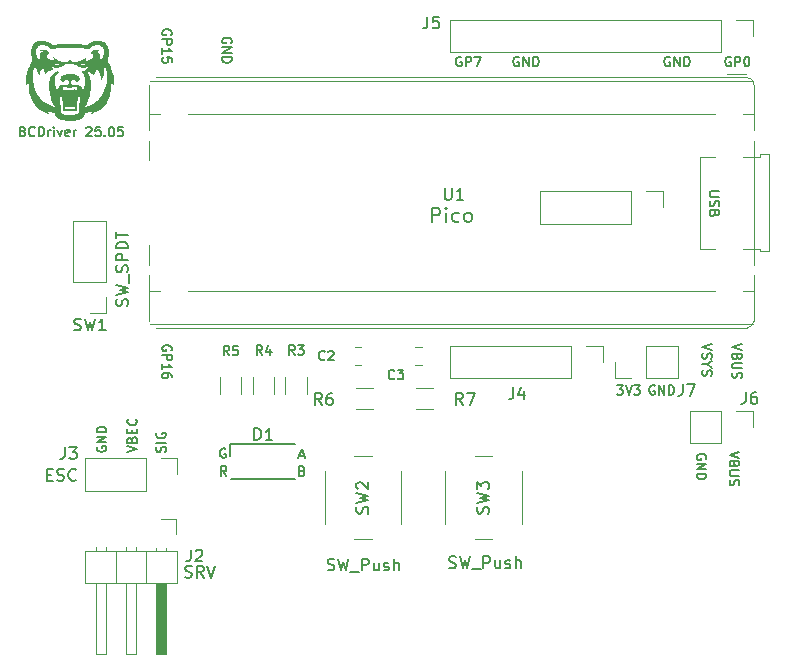
<source format=gto>
G04 #@! TF.GenerationSoftware,KiCad,Pcbnew,9.0.2-1.fc42*
G04 #@! TF.CreationDate,2025-05-23T23:50:24-05:00*
G04 #@! TF.ProjectId,pico_driver,7069636f-5f64-4726-9976-65722e6b6963,rev?*
G04 #@! TF.SameCoordinates,Original*
G04 #@! TF.FileFunction,Legend,Top*
G04 #@! TF.FilePolarity,Positive*
%FSLAX46Y46*%
G04 Gerber Fmt 4.6, Leading zero omitted, Abs format (unit mm)*
G04 Created by KiCad (PCBNEW 9.0.2-1.fc42) date 2025-05-23 23:50:24*
%MOMM*%
%LPD*%
G01*
G04 APERTURE LIST*
%ADD10C,0.150000*%
%ADD11C,0.160000*%
%ADD12C,0.120000*%
%ADD13C,0.000000*%
G04 APERTURE END LIST*
D10*
X108900390Y-88059523D02*
X108862295Y-88135713D01*
X108862295Y-88135713D02*
X108862295Y-88249999D01*
X108862295Y-88249999D02*
X108900390Y-88364285D01*
X108900390Y-88364285D02*
X108976580Y-88440475D01*
X108976580Y-88440475D02*
X109052771Y-88478570D01*
X109052771Y-88478570D02*
X109205152Y-88516666D01*
X109205152Y-88516666D02*
X109319438Y-88516666D01*
X109319438Y-88516666D02*
X109471819Y-88478570D01*
X109471819Y-88478570D02*
X109548009Y-88440475D01*
X109548009Y-88440475D02*
X109624200Y-88364285D01*
X109624200Y-88364285D02*
X109662295Y-88249999D01*
X109662295Y-88249999D02*
X109662295Y-88173808D01*
X109662295Y-88173808D02*
X109624200Y-88059523D01*
X109624200Y-88059523D02*
X109586104Y-88021427D01*
X109586104Y-88021427D02*
X109319438Y-88021427D01*
X109319438Y-88021427D02*
X109319438Y-88173808D01*
X109662295Y-87678570D02*
X108862295Y-87678570D01*
X108862295Y-87678570D02*
X109662295Y-87221427D01*
X109662295Y-87221427D02*
X108862295Y-87221427D01*
X109662295Y-86840475D02*
X108862295Y-86840475D01*
X108862295Y-86840475D02*
X108862295Y-86649999D01*
X108862295Y-86649999D02*
X108900390Y-86535713D01*
X108900390Y-86535713D02*
X108976580Y-86459523D01*
X108976580Y-86459523D02*
X109052771Y-86421428D01*
X109052771Y-86421428D02*
X109205152Y-86383332D01*
X109205152Y-86383332D02*
X109319438Y-86383332D01*
X109319438Y-86383332D02*
X109471819Y-86421428D01*
X109471819Y-86421428D02*
X109548009Y-86459523D01*
X109548009Y-86459523D02*
X109624200Y-86535713D01*
X109624200Y-86535713D02*
X109662295Y-86649999D01*
X109662295Y-86649999D02*
X109662295Y-86840475D01*
X102604761Y-61375247D02*
X102719047Y-61413342D01*
X102719047Y-61413342D02*
X102757142Y-61451438D01*
X102757142Y-61451438D02*
X102795238Y-61527628D01*
X102795238Y-61527628D02*
X102795238Y-61641914D01*
X102795238Y-61641914D02*
X102757142Y-61718104D01*
X102757142Y-61718104D02*
X102719047Y-61756200D01*
X102719047Y-61756200D02*
X102642857Y-61794295D01*
X102642857Y-61794295D02*
X102338095Y-61794295D01*
X102338095Y-61794295D02*
X102338095Y-60994295D01*
X102338095Y-60994295D02*
X102604761Y-60994295D01*
X102604761Y-60994295D02*
X102680952Y-61032390D01*
X102680952Y-61032390D02*
X102719047Y-61070485D01*
X102719047Y-61070485D02*
X102757142Y-61146676D01*
X102757142Y-61146676D02*
X102757142Y-61222866D01*
X102757142Y-61222866D02*
X102719047Y-61299057D01*
X102719047Y-61299057D02*
X102680952Y-61337152D01*
X102680952Y-61337152D02*
X102604761Y-61375247D01*
X102604761Y-61375247D02*
X102338095Y-61375247D01*
X103595238Y-61718104D02*
X103557142Y-61756200D01*
X103557142Y-61756200D02*
X103442857Y-61794295D01*
X103442857Y-61794295D02*
X103366666Y-61794295D01*
X103366666Y-61794295D02*
X103252380Y-61756200D01*
X103252380Y-61756200D02*
X103176190Y-61680009D01*
X103176190Y-61680009D02*
X103138095Y-61603819D01*
X103138095Y-61603819D02*
X103099999Y-61451438D01*
X103099999Y-61451438D02*
X103099999Y-61337152D01*
X103099999Y-61337152D02*
X103138095Y-61184771D01*
X103138095Y-61184771D02*
X103176190Y-61108580D01*
X103176190Y-61108580D02*
X103252380Y-61032390D01*
X103252380Y-61032390D02*
X103366666Y-60994295D01*
X103366666Y-60994295D02*
X103442857Y-60994295D01*
X103442857Y-60994295D02*
X103557142Y-61032390D01*
X103557142Y-61032390D02*
X103595238Y-61070485D01*
X103938095Y-61794295D02*
X103938095Y-60994295D01*
X103938095Y-60994295D02*
X104128571Y-60994295D01*
X104128571Y-60994295D02*
X104242857Y-61032390D01*
X104242857Y-61032390D02*
X104319047Y-61108580D01*
X104319047Y-61108580D02*
X104357142Y-61184771D01*
X104357142Y-61184771D02*
X104395238Y-61337152D01*
X104395238Y-61337152D02*
X104395238Y-61451438D01*
X104395238Y-61451438D02*
X104357142Y-61603819D01*
X104357142Y-61603819D02*
X104319047Y-61680009D01*
X104319047Y-61680009D02*
X104242857Y-61756200D01*
X104242857Y-61756200D02*
X104128571Y-61794295D01*
X104128571Y-61794295D02*
X103938095Y-61794295D01*
X104738095Y-61794295D02*
X104738095Y-61260961D01*
X104738095Y-61413342D02*
X104776190Y-61337152D01*
X104776190Y-61337152D02*
X104814285Y-61299057D01*
X104814285Y-61299057D02*
X104890476Y-61260961D01*
X104890476Y-61260961D02*
X104966666Y-61260961D01*
X105233333Y-61794295D02*
X105233333Y-61260961D01*
X105233333Y-60994295D02*
X105195237Y-61032390D01*
X105195237Y-61032390D02*
X105233333Y-61070485D01*
X105233333Y-61070485D02*
X105271428Y-61032390D01*
X105271428Y-61032390D02*
X105233333Y-60994295D01*
X105233333Y-60994295D02*
X105233333Y-61070485D01*
X105538094Y-61260961D02*
X105728570Y-61794295D01*
X105728570Y-61794295D02*
X105919047Y-61260961D01*
X106528571Y-61756200D02*
X106452380Y-61794295D01*
X106452380Y-61794295D02*
X106299999Y-61794295D01*
X106299999Y-61794295D02*
X106223809Y-61756200D01*
X106223809Y-61756200D02*
X106185713Y-61680009D01*
X106185713Y-61680009D02*
X106185713Y-61375247D01*
X106185713Y-61375247D02*
X106223809Y-61299057D01*
X106223809Y-61299057D02*
X106299999Y-61260961D01*
X106299999Y-61260961D02*
X106452380Y-61260961D01*
X106452380Y-61260961D02*
X106528571Y-61299057D01*
X106528571Y-61299057D02*
X106566666Y-61375247D01*
X106566666Y-61375247D02*
X106566666Y-61451438D01*
X106566666Y-61451438D02*
X106185713Y-61527628D01*
X106909523Y-61794295D02*
X106909523Y-61260961D01*
X106909523Y-61413342D02*
X106947618Y-61337152D01*
X106947618Y-61337152D02*
X106985713Y-61299057D01*
X106985713Y-61299057D02*
X107061904Y-61260961D01*
X107061904Y-61260961D02*
X107138094Y-61260961D01*
X107976189Y-61070485D02*
X108014285Y-61032390D01*
X108014285Y-61032390D02*
X108090475Y-60994295D01*
X108090475Y-60994295D02*
X108280951Y-60994295D01*
X108280951Y-60994295D02*
X108357142Y-61032390D01*
X108357142Y-61032390D02*
X108395237Y-61070485D01*
X108395237Y-61070485D02*
X108433332Y-61146676D01*
X108433332Y-61146676D02*
X108433332Y-61222866D01*
X108433332Y-61222866D02*
X108395237Y-61337152D01*
X108395237Y-61337152D02*
X107938094Y-61794295D01*
X107938094Y-61794295D02*
X108433332Y-61794295D01*
X109157142Y-60994295D02*
X108776190Y-60994295D01*
X108776190Y-60994295D02*
X108738094Y-61375247D01*
X108738094Y-61375247D02*
X108776190Y-61337152D01*
X108776190Y-61337152D02*
X108852380Y-61299057D01*
X108852380Y-61299057D02*
X109042856Y-61299057D01*
X109042856Y-61299057D02*
X109119047Y-61337152D01*
X109119047Y-61337152D02*
X109157142Y-61375247D01*
X109157142Y-61375247D02*
X109195237Y-61451438D01*
X109195237Y-61451438D02*
X109195237Y-61641914D01*
X109195237Y-61641914D02*
X109157142Y-61718104D01*
X109157142Y-61718104D02*
X109119047Y-61756200D01*
X109119047Y-61756200D02*
X109042856Y-61794295D01*
X109042856Y-61794295D02*
X108852380Y-61794295D01*
X108852380Y-61794295D02*
X108776190Y-61756200D01*
X108776190Y-61756200D02*
X108738094Y-61718104D01*
X109538095Y-61718104D02*
X109576190Y-61756200D01*
X109576190Y-61756200D02*
X109538095Y-61794295D01*
X109538095Y-61794295D02*
X109499999Y-61756200D01*
X109499999Y-61756200D02*
X109538095Y-61718104D01*
X109538095Y-61718104D02*
X109538095Y-61794295D01*
X110071428Y-60994295D02*
X110147618Y-60994295D01*
X110147618Y-60994295D02*
X110223809Y-61032390D01*
X110223809Y-61032390D02*
X110261904Y-61070485D01*
X110261904Y-61070485D02*
X110299999Y-61146676D01*
X110299999Y-61146676D02*
X110338094Y-61299057D01*
X110338094Y-61299057D02*
X110338094Y-61489533D01*
X110338094Y-61489533D02*
X110299999Y-61641914D01*
X110299999Y-61641914D02*
X110261904Y-61718104D01*
X110261904Y-61718104D02*
X110223809Y-61756200D01*
X110223809Y-61756200D02*
X110147618Y-61794295D01*
X110147618Y-61794295D02*
X110071428Y-61794295D01*
X110071428Y-61794295D02*
X109995237Y-61756200D01*
X109995237Y-61756200D02*
X109957142Y-61718104D01*
X109957142Y-61718104D02*
X109919047Y-61641914D01*
X109919047Y-61641914D02*
X109880951Y-61489533D01*
X109880951Y-61489533D02*
X109880951Y-61299057D01*
X109880951Y-61299057D02*
X109919047Y-61146676D01*
X109919047Y-61146676D02*
X109957142Y-61070485D01*
X109957142Y-61070485D02*
X109995237Y-61032390D01*
X109995237Y-61032390D02*
X110071428Y-60994295D01*
X111061904Y-60994295D02*
X110680952Y-60994295D01*
X110680952Y-60994295D02*
X110642856Y-61375247D01*
X110642856Y-61375247D02*
X110680952Y-61337152D01*
X110680952Y-61337152D02*
X110757142Y-61299057D01*
X110757142Y-61299057D02*
X110947618Y-61299057D01*
X110947618Y-61299057D02*
X111023809Y-61337152D01*
X111023809Y-61337152D02*
X111061904Y-61375247D01*
X111061904Y-61375247D02*
X111099999Y-61451438D01*
X111099999Y-61451438D02*
X111099999Y-61641914D01*
X111099999Y-61641914D02*
X111061904Y-61718104D01*
X111061904Y-61718104D02*
X111023809Y-61756200D01*
X111023809Y-61756200D02*
X110947618Y-61794295D01*
X110947618Y-61794295D02*
X110757142Y-61794295D01*
X110757142Y-61794295D02*
X110680952Y-61756200D01*
X110680952Y-61756200D02*
X110642856Y-61718104D01*
X119759523Y-88250390D02*
X119683333Y-88212295D01*
X119683333Y-88212295D02*
X119569047Y-88212295D01*
X119569047Y-88212295D02*
X119454761Y-88250390D01*
X119454761Y-88250390D02*
X119378571Y-88326580D01*
X119378571Y-88326580D02*
X119340476Y-88402771D01*
X119340476Y-88402771D02*
X119302380Y-88555152D01*
X119302380Y-88555152D02*
X119302380Y-88669438D01*
X119302380Y-88669438D02*
X119340476Y-88821819D01*
X119340476Y-88821819D02*
X119378571Y-88898009D01*
X119378571Y-88898009D02*
X119454761Y-88974200D01*
X119454761Y-88974200D02*
X119569047Y-89012295D01*
X119569047Y-89012295D02*
X119645238Y-89012295D01*
X119645238Y-89012295D02*
X119759523Y-88974200D01*
X119759523Y-88974200D02*
X119797619Y-88936104D01*
X119797619Y-88936104D02*
X119797619Y-88669438D01*
X119797619Y-88669438D02*
X119645238Y-88669438D01*
X156090476Y-82900390D02*
X156014286Y-82862295D01*
X156014286Y-82862295D02*
X155900000Y-82862295D01*
X155900000Y-82862295D02*
X155785714Y-82900390D01*
X155785714Y-82900390D02*
X155709524Y-82976580D01*
X155709524Y-82976580D02*
X155671429Y-83052771D01*
X155671429Y-83052771D02*
X155633333Y-83205152D01*
X155633333Y-83205152D02*
X155633333Y-83319438D01*
X155633333Y-83319438D02*
X155671429Y-83471819D01*
X155671429Y-83471819D02*
X155709524Y-83548009D01*
X155709524Y-83548009D02*
X155785714Y-83624200D01*
X155785714Y-83624200D02*
X155900000Y-83662295D01*
X155900000Y-83662295D02*
X155976191Y-83662295D01*
X155976191Y-83662295D02*
X156090476Y-83624200D01*
X156090476Y-83624200D02*
X156128572Y-83586104D01*
X156128572Y-83586104D02*
X156128572Y-83319438D01*
X156128572Y-83319438D02*
X155976191Y-83319438D01*
X156471429Y-83662295D02*
X156471429Y-82862295D01*
X156471429Y-82862295D02*
X156928572Y-83662295D01*
X156928572Y-83662295D02*
X156928572Y-82862295D01*
X157309524Y-83662295D02*
X157309524Y-82862295D01*
X157309524Y-82862295D02*
X157500000Y-82862295D01*
X157500000Y-82862295D02*
X157614286Y-82900390D01*
X157614286Y-82900390D02*
X157690476Y-82976580D01*
X157690476Y-82976580D02*
X157728571Y-83052771D01*
X157728571Y-83052771D02*
X157766667Y-83205152D01*
X157766667Y-83205152D02*
X157766667Y-83319438D01*
X157766667Y-83319438D02*
X157728571Y-83471819D01*
X157728571Y-83471819D02*
X157690476Y-83548009D01*
X157690476Y-83548009D02*
X157614286Y-83624200D01*
X157614286Y-83624200D02*
X157500000Y-83662295D01*
X157500000Y-83662295D02*
X157309524Y-83662295D01*
X162528571Y-55100390D02*
X162452381Y-55062295D01*
X162452381Y-55062295D02*
X162338095Y-55062295D01*
X162338095Y-55062295D02*
X162223809Y-55100390D01*
X162223809Y-55100390D02*
X162147619Y-55176580D01*
X162147619Y-55176580D02*
X162109524Y-55252771D01*
X162109524Y-55252771D02*
X162071428Y-55405152D01*
X162071428Y-55405152D02*
X162071428Y-55519438D01*
X162071428Y-55519438D02*
X162109524Y-55671819D01*
X162109524Y-55671819D02*
X162147619Y-55748009D01*
X162147619Y-55748009D02*
X162223809Y-55824200D01*
X162223809Y-55824200D02*
X162338095Y-55862295D01*
X162338095Y-55862295D02*
X162414286Y-55862295D01*
X162414286Y-55862295D02*
X162528571Y-55824200D01*
X162528571Y-55824200D02*
X162566667Y-55786104D01*
X162566667Y-55786104D02*
X162566667Y-55519438D01*
X162566667Y-55519438D02*
X162414286Y-55519438D01*
X162909524Y-55862295D02*
X162909524Y-55062295D01*
X162909524Y-55062295D02*
X163214286Y-55062295D01*
X163214286Y-55062295D02*
X163290476Y-55100390D01*
X163290476Y-55100390D02*
X163328571Y-55138485D01*
X163328571Y-55138485D02*
X163366667Y-55214676D01*
X163366667Y-55214676D02*
X163366667Y-55328961D01*
X163366667Y-55328961D02*
X163328571Y-55405152D01*
X163328571Y-55405152D02*
X163290476Y-55443247D01*
X163290476Y-55443247D02*
X163214286Y-55481342D01*
X163214286Y-55481342D02*
X162909524Y-55481342D01*
X163861905Y-55062295D02*
X163938095Y-55062295D01*
X163938095Y-55062295D02*
X164014286Y-55100390D01*
X164014286Y-55100390D02*
X164052381Y-55138485D01*
X164052381Y-55138485D02*
X164090476Y-55214676D01*
X164090476Y-55214676D02*
X164128571Y-55367057D01*
X164128571Y-55367057D02*
X164128571Y-55557533D01*
X164128571Y-55557533D02*
X164090476Y-55709914D01*
X164090476Y-55709914D02*
X164052381Y-55786104D01*
X164052381Y-55786104D02*
X164014286Y-55824200D01*
X164014286Y-55824200D02*
X163938095Y-55862295D01*
X163938095Y-55862295D02*
X163861905Y-55862295D01*
X163861905Y-55862295D02*
X163785714Y-55824200D01*
X163785714Y-55824200D02*
X163747619Y-55786104D01*
X163747619Y-55786104D02*
X163709524Y-55709914D01*
X163709524Y-55709914D02*
X163671428Y-55557533D01*
X163671428Y-55557533D02*
X163671428Y-55367057D01*
X163671428Y-55367057D02*
X163709524Y-55214676D01*
X163709524Y-55214676D02*
X163747619Y-55138485D01*
X163747619Y-55138485D02*
X163785714Y-55100390D01*
X163785714Y-55100390D02*
X163861905Y-55062295D01*
X126257142Y-90093247D02*
X126371428Y-90131342D01*
X126371428Y-90131342D02*
X126409523Y-90169438D01*
X126409523Y-90169438D02*
X126447619Y-90245628D01*
X126447619Y-90245628D02*
X126447619Y-90359914D01*
X126447619Y-90359914D02*
X126409523Y-90436104D01*
X126409523Y-90436104D02*
X126371428Y-90474200D01*
X126371428Y-90474200D02*
X126295238Y-90512295D01*
X126295238Y-90512295D02*
X125990476Y-90512295D01*
X125990476Y-90512295D02*
X125990476Y-89712295D01*
X125990476Y-89712295D02*
X126257142Y-89712295D01*
X126257142Y-89712295D02*
X126333333Y-89750390D01*
X126333333Y-89750390D02*
X126371428Y-89788485D01*
X126371428Y-89788485D02*
X126409523Y-89864676D01*
X126409523Y-89864676D02*
X126409523Y-89940866D01*
X126409523Y-89940866D02*
X126371428Y-90017057D01*
X126371428Y-90017057D02*
X126333333Y-90055152D01*
X126333333Y-90055152D02*
X126257142Y-90093247D01*
X126257142Y-90093247D02*
X125990476Y-90093247D01*
X152909523Y-82862295D02*
X153404761Y-82862295D01*
X153404761Y-82862295D02*
X153138095Y-83167057D01*
X153138095Y-83167057D02*
X153252380Y-83167057D01*
X153252380Y-83167057D02*
X153328571Y-83205152D01*
X153328571Y-83205152D02*
X153366666Y-83243247D01*
X153366666Y-83243247D02*
X153404761Y-83319438D01*
X153404761Y-83319438D02*
X153404761Y-83509914D01*
X153404761Y-83509914D02*
X153366666Y-83586104D01*
X153366666Y-83586104D02*
X153328571Y-83624200D01*
X153328571Y-83624200D02*
X153252380Y-83662295D01*
X153252380Y-83662295D02*
X153023809Y-83662295D01*
X153023809Y-83662295D02*
X152947618Y-83624200D01*
X152947618Y-83624200D02*
X152909523Y-83586104D01*
X153633333Y-82862295D02*
X153900000Y-83662295D01*
X153900000Y-83662295D02*
X154166666Y-82862295D01*
X154357142Y-82862295D02*
X154852380Y-82862295D01*
X154852380Y-82862295D02*
X154585714Y-83167057D01*
X154585714Y-83167057D02*
X154699999Y-83167057D01*
X154699999Y-83167057D02*
X154776190Y-83205152D01*
X154776190Y-83205152D02*
X154814285Y-83243247D01*
X154814285Y-83243247D02*
X154852380Y-83319438D01*
X154852380Y-83319438D02*
X154852380Y-83509914D01*
X154852380Y-83509914D02*
X154814285Y-83586104D01*
X154814285Y-83586104D02*
X154776190Y-83624200D01*
X154776190Y-83624200D02*
X154699999Y-83662295D01*
X154699999Y-83662295D02*
X154471428Y-83662295D01*
X154471428Y-83662295D02*
X154395237Y-83624200D01*
X154395237Y-83624200D02*
X154357142Y-83586104D01*
X144590476Y-55100390D02*
X144514286Y-55062295D01*
X144514286Y-55062295D02*
X144400000Y-55062295D01*
X144400000Y-55062295D02*
X144285714Y-55100390D01*
X144285714Y-55100390D02*
X144209524Y-55176580D01*
X144209524Y-55176580D02*
X144171429Y-55252771D01*
X144171429Y-55252771D02*
X144133333Y-55405152D01*
X144133333Y-55405152D02*
X144133333Y-55519438D01*
X144133333Y-55519438D02*
X144171429Y-55671819D01*
X144171429Y-55671819D02*
X144209524Y-55748009D01*
X144209524Y-55748009D02*
X144285714Y-55824200D01*
X144285714Y-55824200D02*
X144400000Y-55862295D01*
X144400000Y-55862295D02*
X144476191Y-55862295D01*
X144476191Y-55862295D02*
X144590476Y-55824200D01*
X144590476Y-55824200D02*
X144628572Y-55786104D01*
X144628572Y-55786104D02*
X144628572Y-55519438D01*
X144628572Y-55519438D02*
X144476191Y-55519438D01*
X144971429Y-55862295D02*
X144971429Y-55062295D01*
X144971429Y-55062295D02*
X145428572Y-55862295D01*
X145428572Y-55862295D02*
X145428572Y-55062295D01*
X145809524Y-55862295D02*
X145809524Y-55062295D01*
X145809524Y-55062295D02*
X146000000Y-55062295D01*
X146000000Y-55062295D02*
X146114286Y-55100390D01*
X146114286Y-55100390D02*
X146190476Y-55176580D01*
X146190476Y-55176580D02*
X146228571Y-55252771D01*
X146228571Y-55252771D02*
X146266667Y-55405152D01*
X146266667Y-55405152D02*
X146266667Y-55519438D01*
X146266667Y-55519438D02*
X146228571Y-55671819D01*
X146228571Y-55671819D02*
X146190476Y-55748009D01*
X146190476Y-55748009D02*
X146114286Y-55824200D01*
X146114286Y-55824200D02*
X146000000Y-55862295D01*
X146000000Y-55862295D02*
X145809524Y-55862295D01*
X114674200Y-88519047D02*
X114712295Y-88404761D01*
X114712295Y-88404761D02*
X114712295Y-88214285D01*
X114712295Y-88214285D02*
X114674200Y-88138094D01*
X114674200Y-88138094D02*
X114636104Y-88099999D01*
X114636104Y-88099999D02*
X114559914Y-88061904D01*
X114559914Y-88061904D02*
X114483723Y-88061904D01*
X114483723Y-88061904D02*
X114407533Y-88099999D01*
X114407533Y-88099999D02*
X114369438Y-88138094D01*
X114369438Y-88138094D02*
X114331342Y-88214285D01*
X114331342Y-88214285D02*
X114293247Y-88366666D01*
X114293247Y-88366666D02*
X114255152Y-88442856D01*
X114255152Y-88442856D02*
X114217057Y-88480951D01*
X114217057Y-88480951D02*
X114140866Y-88519047D01*
X114140866Y-88519047D02*
X114064676Y-88519047D01*
X114064676Y-88519047D02*
X113988485Y-88480951D01*
X113988485Y-88480951D02*
X113950390Y-88442856D01*
X113950390Y-88442856D02*
X113912295Y-88366666D01*
X113912295Y-88366666D02*
X113912295Y-88176189D01*
X113912295Y-88176189D02*
X113950390Y-88061904D01*
X114712295Y-87719046D02*
X113912295Y-87719046D01*
X113950390Y-86919047D02*
X113912295Y-86995237D01*
X113912295Y-86995237D02*
X113912295Y-87109523D01*
X113912295Y-87109523D02*
X113950390Y-87223809D01*
X113950390Y-87223809D02*
X114026580Y-87299999D01*
X114026580Y-87299999D02*
X114102771Y-87338094D01*
X114102771Y-87338094D02*
X114255152Y-87376190D01*
X114255152Y-87376190D02*
X114369438Y-87376190D01*
X114369438Y-87376190D02*
X114521819Y-87338094D01*
X114521819Y-87338094D02*
X114598009Y-87299999D01*
X114598009Y-87299999D02*
X114674200Y-87223809D01*
X114674200Y-87223809D02*
X114712295Y-87109523D01*
X114712295Y-87109523D02*
X114712295Y-87033332D01*
X114712295Y-87033332D02*
X114674200Y-86919047D01*
X114674200Y-86919047D02*
X114636104Y-86880951D01*
X114636104Y-86880951D02*
X114369438Y-86880951D01*
X114369438Y-86880951D02*
X114369438Y-87033332D01*
X163237704Y-88483333D02*
X162437704Y-88750000D01*
X162437704Y-88750000D02*
X163237704Y-89016666D01*
X162856752Y-89549999D02*
X162818657Y-89664285D01*
X162818657Y-89664285D02*
X162780561Y-89702380D01*
X162780561Y-89702380D02*
X162704371Y-89740476D01*
X162704371Y-89740476D02*
X162590085Y-89740476D01*
X162590085Y-89740476D02*
X162513895Y-89702380D01*
X162513895Y-89702380D02*
X162475800Y-89664285D01*
X162475800Y-89664285D02*
X162437704Y-89588095D01*
X162437704Y-89588095D02*
X162437704Y-89283333D01*
X162437704Y-89283333D02*
X163237704Y-89283333D01*
X163237704Y-89283333D02*
X163237704Y-89549999D01*
X163237704Y-89549999D02*
X163199609Y-89626190D01*
X163199609Y-89626190D02*
X163161514Y-89664285D01*
X163161514Y-89664285D02*
X163085323Y-89702380D01*
X163085323Y-89702380D02*
X163009133Y-89702380D01*
X163009133Y-89702380D02*
X162932942Y-89664285D01*
X162932942Y-89664285D02*
X162894847Y-89626190D01*
X162894847Y-89626190D02*
X162856752Y-89549999D01*
X162856752Y-89549999D02*
X162856752Y-89283333D01*
X163237704Y-90083333D02*
X162590085Y-90083333D01*
X162590085Y-90083333D02*
X162513895Y-90121428D01*
X162513895Y-90121428D02*
X162475800Y-90159523D01*
X162475800Y-90159523D02*
X162437704Y-90235714D01*
X162437704Y-90235714D02*
X162437704Y-90388095D01*
X162437704Y-90388095D02*
X162475800Y-90464285D01*
X162475800Y-90464285D02*
X162513895Y-90502380D01*
X162513895Y-90502380D02*
X162590085Y-90540476D01*
X162590085Y-90540476D02*
X163237704Y-90540476D01*
X162475800Y-90883332D02*
X162437704Y-90997618D01*
X162437704Y-90997618D02*
X162437704Y-91188094D01*
X162437704Y-91188094D02*
X162475800Y-91264285D01*
X162475800Y-91264285D02*
X162513895Y-91302380D01*
X162513895Y-91302380D02*
X162590085Y-91340475D01*
X162590085Y-91340475D02*
X162666276Y-91340475D01*
X162666276Y-91340475D02*
X162742466Y-91302380D01*
X162742466Y-91302380D02*
X162780561Y-91264285D01*
X162780561Y-91264285D02*
X162818657Y-91188094D01*
X162818657Y-91188094D02*
X162856752Y-91035713D01*
X162856752Y-91035713D02*
X162894847Y-90959523D01*
X162894847Y-90959523D02*
X162932942Y-90921428D01*
X162932942Y-90921428D02*
X163009133Y-90883332D01*
X163009133Y-90883332D02*
X163085323Y-90883332D01*
X163085323Y-90883332D02*
X163161514Y-90921428D01*
X163161514Y-90921428D02*
X163199609Y-90959523D01*
X163199609Y-90959523D02*
X163237704Y-91035713D01*
X163237704Y-91035713D02*
X163237704Y-91226190D01*
X163237704Y-91226190D02*
X163199609Y-91340475D01*
X160449609Y-89140476D02*
X160487704Y-89064286D01*
X160487704Y-89064286D02*
X160487704Y-88950000D01*
X160487704Y-88950000D02*
X160449609Y-88835714D01*
X160449609Y-88835714D02*
X160373419Y-88759524D01*
X160373419Y-88759524D02*
X160297228Y-88721429D01*
X160297228Y-88721429D02*
X160144847Y-88683333D01*
X160144847Y-88683333D02*
X160030561Y-88683333D01*
X160030561Y-88683333D02*
X159878180Y-88721429D01*
X159878180Y-88721429D02*
X159801990Y-88759524D01*
X159801990Y-88759524D02*
X159725800Y-88835714D01*
X159725800Y-88835714D02*
X159687704Y-88950000D01*
X159687704Y-88950000D02*
X159687704Y-89026191D01*
X159687704Y-89026191D02*
X159725800Y-89140476D01*
X159725800Y-89140476D02*
X159763895Y-89178572D01*
X159763895Y-89178572D02*
X160030561Y-89178572D01*
X160030561Y-89178572D02*
X160030561Y-89026191D01*
X159687704Y-89521429D02*
X160487704Y-89521429D01*
X160487704Y-89521429D02*
X159687704Y-89978572D01*
X159687704Y-89978572D02*
X160487704Y-89978572D01*
X159687704Y-90359524D02*
X160487704Y-90359524D01*
X160487704Y-90359524D02*
X160487704Y-90550000D01*
X160487704Y-90550000D02*
X160449609Y-90664286D01*
X160449609Y-90664286D02*
X160373419Y-90740476D01*
X160373419Y-90740476D02*
X160297228Y-90778571D01*
X160297228Y-90778571D02*
X160144847Y-90816667D01*
X160144847Y-90816667D02*
X160030561Y-90816667D01*
X160030561Y-90816667D02*
X159878180Y-90778571D01*
X159878180Y-90778571D02*
X159801990Y-90740476D01*
X159801990Y-90740476D02*
X159725800Y-90664286D01*
X159725800Y-90664286D02*
X159687704Y-90550000D01*
X159687704Y-90550000D02*
X159687704Y-90359524D01*
X111462295Y-88528571D02*
X112262295Y-88261904D01*
X112262295Y-88261904D02*
X111462295Y-87995238D01*
X111843247Y-87461905D02*
X111881342Y-87347619D01*
X111881342Y-87347619D02*
X111919438Y-87309524D01*
X111919438Y-87309524D02*
X111995628Y-87271428D01*
X111995628Y-87271428D02*
X112109914Y-87271428D01*
X112109914Y-87271428D02*
X112186104Y-87309524D01*
X112186104Y-87309524D02*
X112224200Y-87347619D01*
X112224200Y-87347619D02*
X112262295Y-87423809D01*
X112262295Y-87423809D02*
X112262295Y-87728571D01*
X112262295Y-87728571D02*
X111462295Y-87728571D01*
X111462295Y-87728571D02*
X111462295Y-87461905D01*
X111462295Y-87461905D02*
X111500390Y-87385714D01*
X111500390Y-87385714D02*
X111538485Y-87347619D01*
X111538485Y-87347619D02*
X111614676Y-87309524D01*
X111614676Y-87309524D02*
X111690866Y-87309524D01*
X111690866Y-87309524D02*
X111767057Y-87347619D01*
X111767057Y-87347619D02*
X111805152Y-87385714D01*
X111805152Y-87385714D02*
X111843247Y-87461905D01*
X111843247Y-87461905D02*
X111843247Y-87728571D01*
X111843247Y-86928571D02*
X111843247Y-86661905D01*
X112262295Y-86547619D02*
X112262295Y-86928571D01*
X112262295Y-86928571D02*
X111462295Y-86928571D01*
X111462295Y-86928571D02*
X111462295Y-86547619D01*
X112186104Y-85747618D02*
X112224200Y-85785714D01*
X112224200Y-85785714D02*
X112262295Y-85899999D01*
X112262295Y-85899999D02*
X112262295Y-85976190D01*
X112262295Y-85976190D02*
X112224200Y-86090476D01*
X112224200Y-86090476D02*
X112148009Y-86166666D01*
X112148009Y-86166666D02*
X112071819Y-86204761D01*
X112071819Y-86204761D02*
X111919438Y-86242857D01*
X111919438Y-86242857D02*
X111805152Y-86242857D01*
X111805152Y-86242857D02*
X111652771Y-86204761D01*
X111652771Y-86204761D02*
X111576580Y-86166666D01*
X111576580Y-86166666D02*
X111500390Y-86090476D01*
X111500390Y-86090476D02*
X111462295Y-85976190D01*
X111462295Y-85976190D02*
X111462295Y-85899999D01*
X111462295Y-85899999D02*
X111500390Y-85785714D01*
X111500390Y-85785714D02*
X111538485Y-85747618D01*
X126009523Y-88833723D02*
X126390476Y-88833723D01*
X125933333Y-89062295D02*
X126200000Y-88262295D01*
X126200000Y-88262295D02*
X126466666Y-89062295D01*
X157390476Y-55100390D02*
X157314286Y-55062295D01*
X157314286Y-55062295D02*
X157200000Y-55062295D01*
X157200000Y-55062295D02*
X157085714Y-55100390D01*
X157085714Y-55100390D02*
X157009524Y-55176580D01*
X157009524Y-55176580D02*
X156971429Y-55252771D01*
X156971429Y-55252771D02*
X156933333Y-55405152D01*
X156933333Y-55405152D02*
X156933333Y-55519438D01*
X156933333Y-55519438D02*
X156971429Y-55671819D01*
X156971429Y-55671819D02*
X157009524Y-55748009D01*
X157009524Y-55748009D02*
X157085714Y-55824200D01*
X157085714Y-55824200D02*
X157200000Y-55862295D01*
X157200000Y-55862295D02*
X157276191Y-55862295D01*
X157276191Y-55862295D02*
X157390476Y-55824200D01*
X157390476Y-55824200D02*
X157428572Y-55786104D01*
X157428572Y-55786104D02*
X157428572Y-55519438D01*
X157428572Y-55519438D02*
X157276191Y-55519438D01*
X157771429Y-55862295D02*
X157771429Y-55062295D01*
X157771429Y-55062295D02*
X158228572Y-55862295D01*
X158228572Y-55862295D02*
X158228572Y-55062295D01*
X158609524Y-55862295D02*
X158609524Y-55062295D01*
X158609524Y-55062295D02*
X158800000Y-55062295D01*
X158800000Y-55062295D02*
X158914286Y-55100390D01*
X158914286Y-55100390D02*
X158990476Y-55176580D01*
X158990476Y-55176580D02*
X159028571Y-55252771D01*
X159028571Y-55252771D02*
X159066667Y-55405152D01*
X159066667Y-55405152D02*
X159066667Y-55519438D01*
X159066667Y-55519438D02*
X159028571Y-55671819D01*
X159028571Y-55671819D02*
X158990476Y-55748009D01*
X158990476Y-55748009D02*
X158914286Y-55824200D01*
X158914286Y-55824200D02*
X158800000Y-55862295D01*
X158800000Y-55862295D02*
X158609524Y-55862295D01*
X139728571Y-55100390D02*
X139652381Y-55062295D01*
X139652381Y-55062295D02*
X139538095Y-55062295D01*
X139538095Y-55062295D02*
X139423809Y-55100390D01*
X139423809Y-55100390D02*
X139347619Y-55176580D01*
X139347619Y-55176580D02*
X139309524Y-55252771D01*
X139309524Y-55252771D02*
X139271428Y-55405152D01*
X139271428Y-55405152D02*
X139271428Y-55519438D01*
X139271428Y-55519438D02*
X139309524Y-55671819D01*
X139309524Y-55671819D02*
X139347619Y-55748009D01*
X139347619Y-55748009D02*
X139423809Y-55824200D01*
X139423809Y-55824200D02*
X139538095Y-55862295D01*
X139538095Y-55862295D02*
X139614286Y-55862295D01*
X139614286Y-55862295D02*
X139728571Y-55824200D01*
X139728571Y-55824200D02*
X139766667Y-55786104D01*
X139766667Y-55786104D02*
X139766667Y-55519438D01*
X139766667Y-55519438D02*
X139614286Y-55519438D01*
X140109524Y-55862295D02*
X140109524Y-55062295D01*
X140109524Y-55062295D02*
X140414286Y-55062295D01*
X140414286Y-55062295D02*
X140490476Y-55100390D01*
X140490476Y-55100390D02*
X140528571Y-55138485D01*
X140528571Y-55138485D02*
X140566667Y-55214676D01*
X140566667Y-55214676D02*
X140566667Y-55328961D01*
X140566667Y-55328961D02*
X140528571Y-55405152D01*
X140528571Y-55405152D02*
X140490476Y-55443247D01*
X140490476Y-55443247D02*
X140414286Y-55481342D01*
X140414286Y-55481342D02*
X140109524Y-55481342D01*
X140833333Y-55062295D02*
X141366667Y-55062295D01*
X141366667Y-55062295D02*
X141023809Y-55862295D01*
X119847619Y-90512295D02*
X119580952Y-90131342D01*
X119390476Y-90512295D02*
X119390476Y-89712295D01*
X119390476Y-89712295D02*
X119695238Y-89712295D01*
X119695238Y-89712295D02*
X119771428Y-89750390D01*
X119771428Y-89750390D02*
X119809523Y-89788485D01*
X119809523Y-89788485D02*
X119847619Y-89864676D01*
X119847619Y-89864676D02*
X119847619Y-89978961D01*
X119847619Y-89978961D02*
X119809523Y-90055152D01*
X119809523Y-90055152D02*
X119771428Y-90093247D01*
X119771428Y-90093247D02*
X119695238Y-90131342D01*
X119695238Y-90131342D02*
X119390476Y-90131342D01*
X106166666Y-88104819D02*
X106166666Y-88819104D01*
X106166666Y-88819104D02*
X106119047Y-88961961D01*
X106119047Y-88961961D02*
X106023809Y-89057200D01*
X106023809Y-89057200D02*
X105880952Y-89104819D01*
X105880952Y-89104819D02*
X105785714Y-89104819D01*
X106547619Y-88104819D02*
X107166666Y-88104819D01*
X107166666Y-88104819D02*
X106833333Y-88485771D01*
X106833333Y-88485771D02*
X106976190Y-88485771D01*
X106976190Y-88485771D02*
X107071428Y-88533390D01*
X107071428Y-88533390D02*
X107119047Y-88581009D01*
X107119047Y-88581009D02*
X107166666Y-88676247D01*
X107166666Y-88676247D02*
X107166666Y-88914342D01*
X107166666Y-88914342D02*
X107119047Y-89009580D01*
X107119047Y-89009580D02*
X107071428Y-89057200D01*
X107071428Y-89057200D02*
X106976190Y-89104819D01*
X106976190Y-89104819D02*
X106690476Y-89104819D01*
X106690476Y-89104819D02*
X106595238Y-89057200D01*
X106595238Y-89057200D02*
X106547619Y-89009580D01*
X104659524Y-90431009D02*
X104992857Y-90431009D01*
X105135714Y-90954819D02*
X104659524Y-90954819D01*
X104659524Y-90954819D02*
X104659524Y-89954819D01*
X104659524Y-89954819D02*
X105135714Y-89954819D01*
X105516667Y-90907200D02*
X105659524Y-90954819D01*
X105659524Y-90954819D02*
X105897619Y-90954819D01*
X105897619Y-90954819D02*
X105992857Y-90907200D01*
X105992857Y-90907200D02*
X106040476Y-90859580D01*
X106040476Y-90859580D02*
X106088095Y-90764342D01*
X106088095Y-90764342D02*
X106088095Y-90669104D01*
X106088095Y-90669104D02*
X106040476Y-90573866D01*
X106040476Y-90573866D02*
X105992857Y-90526247D01*
X105992857Y-90526247D02*
X105897619Y-90478628D01*
X105897619Y-90478628D02*
X105707143Y-90431009D01*
X105707143Y-90431009D02*
X105611905Y-90383390D01*
X105611905Y-90383390D02*
X105564286Y-90335771D01*
X105564286Y-90335771D02*
X105516667Y-90240533D01*
X105516667Y-90240533D02*
X105516667Y-90145295D01*
X105516667Y-90145295D02*
X105564286Y-90050057D01*
X105564286Y-90050057D02*
X105611905Y-90002438D01*
X105611905Y-90002438D02*
X105707143Y-89954819D01*
X105707143Y-89954819D02*
X105945238Y-89954819D01*
X105945238Y-89954819D02*
X106088095Y-90002438D01*
X107088095Y-90859580D02*
X107040476Y-90907200D01*
X107040476Y-90907200D02*
X106897619Y-90954819D01*
X106897619Y-90954819D02*
X106802381Y-90954819D01*
X106802381Y-90954819D02*
X106659524Y-90907200D01*
X106659524Y-90907200D02*
X106564286Y-90811961D01*
X106564286Y-90811961D02*
X106516667Y-90716723D01*
X106516667Y-90716723D02*
X106469048Y-90526247D01*
X106469048Y-90526247D02*
X106469048Y-90383390D01*
X106469048Y-90383390D02*
X106516667Y-90192914D01*
X106516667Y-90192914D02*
X106564286Y-90097676D01*
X106564286Y-90097676D02*
X106659524Y-90002438D01*
X106659524Y-90002438D02*
X106802381Y-89954819D01*
X106802381Y-89954819D02*
X106897619Y-89954819D01*
X106897619Y-89954819D02*
X107040476Y-90002438D01*
X107040476Y-90002438D02*
X107088095Y-90050057D01*
X106941667Y-78187200D02*
X107084524Y-78234819D01*
X107084524Y-78234819D02*
X107322619Y-78234819D01*
X107322619Y-78234819D02*
X107417857Y-78187200D01*
X107417857Y-78187200D02*
X107465476Y-78139580D01*
X107465476Y-78139580D02*
X107513095Y-78044342D01*
X107513095Y-78044342D02*
X107513095Y-77949104D01*
X107513095Y-77949104D02*
X107465476Y-77853866D01*
X107465476Y-77853866D02*
X107417857Y-77806247D01*
X107417857Y-77806247D02*
X107322619Y-77758628D01*
X107322619Y-77758628D02*
X107132143Y-77711009D01*
X107132143Y-77711009D02*
X107036905Y-77663390D01*
X107036905Y-77663390D02*
X106989286Y-77615771D01*
X106989286Y-77615771D02*
X106941667Y-77520533D01*
X106941667Y-77520533D02*
X106941667Y-77425295D01*
X106941667Y-77425295D02*
X106989286Y-77330057D01*
X106989286Y-77330057D02*
X107036905Y-77282438D01*
X107036905Y-77282438D02*
X107132143Y-77234819D01*
X107132143Y-77234819D02*
X107370238Y-77234819D01*
X107370238Y-77234819D02*
X107513095Y-77282438D01*
X107846429Y-77234819D02*
X108084524Y-78234819D01*
X108084524Y-78234819D02*
X108275000Y-77520533D01*
X108275000Y-77520533D02*
X108465476Y-78234819D01*
X108465476Y-78234819D02*
X108703572Y-77234819D01*
X109608333Y-78234819D02*
X109036905Y-78234819D01*
X109322619Y-78234819D02*
X109322619Y-77234819D01*
X109322619Y-77234819D02*
X109227381Y-77377676D01*
X109227381Y-77377676D02*
X109132143Y-77472914D01*
X109132143Y-77472914D02*
X109036905Y-77520533D01*
X111457200Y-76145237D02*
X111504819Y-76002380D01*
X111504819Y-76002380D02*
X111504819Y-75764285D01*
X111504819Y-75764285D02*
X111457200Y-75669047D01*
X111457200Y-75669047D02*
X111409580Y-75621428D01*
X111409580Y-75621428D02*
X111314342Y-75573809D01*
X111314342Y-75573809D02*
X111219104Y-75573809D01*
X111219104Y-75573809D02*
X111123866Y-75621428D01*
X111123866Y-75621428D02*
X111076247Y-75669047D01*
X111076247Y-75669047D02*
X111028628Y-75764285D01*
X111028628Y-75764285D02*
X110981009Y-75954761D01*
X110981009Y-75954761D02*
X110933390Y-76049999D01*
X110933390Y-76049999D02*
X110885771Y-76097618D01*
X110885771Y-76097618D02*
X110790533Y-76145237D01*
X110790533Y-76145237D02*
X110695295Y-76145237D01*
X110695295Y-76145237D02*
X110600057Y-76097618D01*
X110600057Y-76097618D02*
X110552438Y-76049999D01*
X110552438Y-76049999D02*
X110504819Y-75954761D01*
X110504819Y-75954761D02*
X110504819Y-75716666D01*
X110504819Y-75716666D02*
X110552438Y-75573809D01*
X110504819Y-75240475D02*
X111504819Y-75002380D01*
X111504819Y-75002380D02*
X110790533Y-74811904D01*
X110790533Y-74811904D02*
X111504819Y-74621428D01*
X111504819Y-74621428D02*
X110504819Y-74383333D01*
X111600057Y-74240476D02*
X111600057Y-73478571D01*
X111457200Y-73288094D02*
X111504819Y-73145237D01*
X111504819Y-73145237D02*
X111504819Y-72907142D01*
X111504819Y-72907142D02*
X111457200Y-72811904D01*
X111457200Y-72811904D02*
X111409580Y-72764285D01*
X111409580Y-72764285D02*
X111314342Y-72716666D01*
X111314342Y-72716666D02*
X111219104Y-72716666D01*
X111219104Y-72716666D02*
X111123866Y-72764285D01*
X111123866Y-72764285D02*
X111076247Y-72811904D01*
X111076247Y-72811904D02*
X111028628Y-72907142D01*
X111028628Y-72907142D02*
X110981009Y-73097618D01*
X110981009Y-73097618D02*
X110933390Y-73192856D01*
X110933390Y-73192856D02*
X110885771Y-73240475D01*
X110885771Y-73240475D02*
X110790533Y-73288094D01*
X110790533Y-73288094D02*
X110695295Y-73288094D01*
X110695295Y-73288094D02*
X110600057Y-73240475D01*
X110600057Y-73240475D02*
X110552438Y-73192856D01*
X110552438Y-73192856D02*
X110504819Y-73097618D01*
X110504819Y-73097618D02*
X110504819Y-72859523D01*
X110504819Y-72859523D02*
X110552438Y-72716666D01*
X111504819Y-72288094D02*
X110504819Y-72288094D01*
X110504819Y-72288094D02*
X110504819Y-71907142D01*
X110504819Y-71907142D02*
X110552438Y-71811904D01*
X110552438Y-71811904D02*
X110600057Y-71764285D01*
X110600057Y-71764285D02*
X110695295Y-71716666D01*
X110695295Y-71716666D02*
X110838152Y-71716666D01*
X110838152Y-71716666D02*
X110933390Y-71764285D01*
X110933390Y-71764285D02*
X110981009Y-71811904D01*
X110981009Y-71811904D02*
X111028628Y-71907142D01*
X111028628Y-71907142D02*
X111028628Y-72288094D01*
X111504819Y-71288094D02*
X110504819Y-71288094D01*
X110504819Y-71288094D02*
X110504819Y-71049999D01*
X110504819Y-71049999D02*
X110552438Y-70907142D01*
X110552438Y-70907142D02*
X110647676Y-70811904D01*
X110647676Y-70811904D02*
X110742914Y-70764285D01*
X110742914Y-70764285D02*
X110933390Y-70716666D01*
X110933390Y-70716666D02*
X111076247Y-70716666D01*
X111076247Y-70716666D02*
X111266723Y-70764285D01*
X111266723Y-70764285D02*
X111361961Y-70811904D01*
X111361961Y-70811904D02*
X111457200Y-70907142D01*
X111457200Y-70907142D02*
X111504819Y-71049999D01*
X111504819Y-71049999D02*
X111504819Y-71288094D01*
X110504819Y-70430951D02*
X110504819Y-69859523D01*
X111504819Y-70145237D02*
X110504819Y-70145237D01*
X125616667Y-80292295D02*
X125350000Y-79911342D01*
X125159524Y-80292295D02*
X125159524Y-79492295D01*
X125159524Y-79492295D02*
X125464286Y-79492295D01*
X125464286Y-79492295D02*
X125540476Y-79530390D01*
X125540476Y-79530390D02*
X125578571Y-79568485D01*
X125578571Y-79568485D02*
X125616667Y-79644676D01*
X125616667Y-79644676D02*
X125616667Y-79758961D01*
X125616667Y-79758961D02*
X125578571Y-79835152D01*
X125578571Y-79835152D02*
X125540476Y-79873247D01*
X125540476Y-79873247D02*
X125464286Y-79911342D01*
X125464286Y-79911342D02*
X125159524Y-79911342D01*
X125883333Y-79492295D02*
X126378571Y-79492295D01*
X126378571Y-79492295D02*
X126111905Y-79797057D01*
X126111905Y-79797057D02*
X126226190Y-79797057D01*
X126226190Y-79797057D02*
X126302381Y-79835152D01*
X126302381Y-79835152D02*
X126340476Y-79873247D01*
X126340476Y-79873247D02*
X126378571Y-79949438D01*
X126378571Y-79949438D02*
X126378571Y-80139914D01*
X126378571Y-80139914D02*
X126340476Y-80216104D01*
X126340476Y-80216104D02*
X126302381Y-80254200D01*
X126302381Y-80254200D02*
X126226190Y-80292295D01*
X126226190Y-80292295D02*
X125997619Y-80292295D01*
X125997619Y-80292295D02*
X125921428Y-80254200D01*
X125921428Y-80254200D02*
X125883333Y-80216104D01*
X122866667Y-80292295D02*
X122600000Y-79911342D01*
X122409524Y-80292295D02*
X122409524Y-79492295D01*
X122409524Y-79492295D02*
X122714286Y-79492295D01*
X122714286Y-79492295D02*
X122790476Y-79530390D01*
X122790476Y-79530390D02*
X122828571Y-79568485D01*
X122828571Y-79568485D02*
X122866667Y-79644676D01*
X122866667Y-79644676D02*
X122866667Y-79758961D01*
X122866667Y-79758961D02*
X122828571Y-79835152D01*
X122828571Y-79835152D02*
X122790476Y-79873247D01*
X122790476Y-79873247D02*
X122714286Y-79911342D01*
X122714286Y-79911342D02*
X122409524Y-79911342D01*
X123552381Y-79758961D02*
X123552381Y-80292295D01*
X123361905Y-79454200D02*
X123171428Y-80025628D01*
X123171428Y-80025628D02*
X123666667Y-80025628D01*
X138336779Y-66154819D02*
X138336779Y-66964342D01*
X138336779Y-66964342D02*
X138384398Y-67059580D01*
X138384398Y-67059580D02*
X138432017Y-67107200D01*
X138432017Y-67107200D02*
X138527255Y-67154819D01*
X138527255Y-67154819D02*
X138717731Y-67154819D01*
X138717731Y-67154819D02*
X138812969Y-67107200D01*
X138812969Y-67107200D02*
X138860588Y-67059580D01*
X138860588Y-67059580D02*
X138908207Y-66964342D01*
X138908207Y-66964342D02*
X138908207Y-66154819D01*
X139908207Y-67154819D02*
X139336779Y-67154819D01*
X139622493Y-67154819D02*
X139622493Y-66154819D01*
X139622493Y-66154819D02*
X139527255Y-66297676D01*
X139527255Y-66297676D02*
X139432017Y-66392914D01*
X139432017Y-66392914D02*
X139336779Y-66440533D01*
D11*
X137242857Y-69046822D02*
X137242857Y-67846822D01*
X137242857Y-67846822D02*
X137700000Y-67846822D01*
X137700000Y-67846822D02*
X137814285Y-67903965D01*
X137814285Y-67903965D02*
X137871428Y-67961108D01*
X137871428Y-67961108D02*
X137928571Y-68075394D01*
X137928571Y-68075394D02*
X137928571Y-68246822D01*
X137928571Y-68246822D02*
X137871428Y-68361108D01*
X137871428Y-68361108D02*
X137814285Y-68418251D01*
X137814285Y-68418251D02*
X137700000Y-68475394D01*
X137700000Y-68475394D02*
X137242857Y-68475394D01*
X138442857Y-69046822D02*
X138442857Y-68246822D01*
X138442857Y-67846822D02*
X138385714Y-67903965D01*
X138385714Y-67903965D02*
X138442857Y-67961108D01*
X138442857Y-67961108D02*
X138500000Y-67903965D01*
X138500000Y-67903965D02*
X138442857Y-67846822D01*
X138442857Y-67846822D02*
X138442857Y-67961108D01*
X139528572Y-68989680D02*
X139414286Y-69046822D01*
X139414286Y-69046822D02*
X139185714Y-69046822D01*
X139185714Y-69046822D02*
X139071429Y-68989680D01*
X139071429Y-68989680D02*
X139014286Y-68932537D01*
X139014286Y-68932537D02*
X138957143Y-68818251D01*
X138957143Y-68818251D02*
X138957143Y-68475394D01*
X138957143Y-68475394D02*
X139014286Y-68361108D01*
X139014286Y-68361108D02*
X139071429Y-68303965D01*
X139071429Y-68303965D02*
X139185714Y-68246822D01*
X139185714Y-68246822D02*
X139414286Y-68246822D01*
X139414286Y-68246822D02*
X139528572Y-68303965D01*
X140214285Y-69046822D02*
X140100000Y-68989680D01*
X140100000Y-68989680D02*
X140042857Y-68932537D01*
X140042857Y-68932537D02*
X139985714Y-68818251D01*
X139985714Y-68818251D02*
X139985714Y-68475394D01*
X139985714Y-68475394D02*
X140042857Y-68361108D01*
X140042857Y-68361108D02*
X140100000Y-68303965D01*
X140100000Y-68303965D02*
X140214285Y-68246822D01*
X140214285Y-68246822D02*
X140385714Y-68246822D01*
X140385714Y-68246822D02*
X140500000Y-68303965D01*
X140500000Y-68303965D02*
X140557143Y-68361108D01*
X140557143Y-68361108D02*
X140614285Y-68475394D01*
X140614285Y-68475394D02*
X140614285Y-68818251D01*
X140614285Y-68818251D02*
X140557143Y-68932537D01*
X140557143Y-68932537D02*
X140500000Y-68989680D01*
X140500000Y-68989680D02*
X140385714Y-69046822D01*
X140385714Y-69046822D02*
X140214285Y-69046822D01*
D10*
X115159609Y-79928207D02*
X115197704Y-79852017D01*
X115197704Y-79852017D02*
X115197704Y-79737731D01*
X115197704Y-79737731D02*
X115159609Y-79623445D01*
X115159609Y-79623445D02*
X115083419Y-79547255D01*
X115083419Y-79547255D02*
X115007228Y-79509160D01*
X115007228Y-79509160D02*
X114854847Y-79471064D01*
X114854847Y-79471064D02*
X114740561Y-79471064D01*
X114740561Y-79471064D02*
X114588180Y-79509160D01*
X114588180Y-79509160D02*
X114511990Y-79547255D01*
X114511990Y-79547255D02*
X114435800Y-79623445D01*
X114435800Y-79623445D02*
X114397704Y-79737731D01*
X114397704Y-79737731D02*
X114397704Y-79813922D01*
X114397704Y-79813922D02*
X114435800Y-79928207D01*
X114435800Y-79928207D02*
X114473895Y-79966303D01*
X114473895Y-79966303D02*
X114740561Y-79966303D01*
X114740561Y-79966303D02*
X114740561Y-79813922D01*
X114397704Y-80309160D02*
X115197704Y-80309160D01*
X115197704Y-80309160D02*
X115197704Y-80613922D01*
X115197704Y-80613922D02*
X115159609Y-80690112D01*
X115159609Y-80690112D02*
X115121514Y-80728207D01*
X115121514Y-80728207D02*
X115045323Y-80766303D01*
X115045323Y-80766303D02*
X114931038Y-80766303D01*
X114931038Y-80766303D02*
X114854847Y-80728207D01*
X114854847Y-80728207D02*
X114816752Y-80690112D01*
X114816752Y-80690112D02*
X114778657Y-80613922D01*
X114778657Y-80613922D02*
X114778657Y-80309160D01*
X114397704Y-81528207D02*
X114397704Y-81071064D01*
X114397704Y-81299636D02*
X115197704Y-81299636D01*
X115197704Y-81299636D02*
X115083419Y-81223445D01*
X115083419Y-81223445D02*
X115007228Y-81147255D01*
X115007228Y-81147255D02*
X114969133Y-81071064D01*
X115197704Y-82213922D02*
X115197704Y-82061541D01*
X115197704Y-82061541D02*
X115159609Y-81985350D01*
X115159609Y-81985350D02*
X115121514Y-81947255D01*
X115121514Y-81947255D02*
X115007228Y-81871065D01*
X115007228Y-81871065D02*
X114854847Y-81832969D01*
X114854847Y-81832969D02*
X114550085Y-81832969D01*
X114550085Y-81832969D02*
X114473895Y-81871065D01*
X114473895Y-81871065D02*
X114435800Y-81909160D01*
X114435800Y-81909160D02*
X114397704Y-81985350D01*
X114397704Y-81985350D02*
X114397704Y-82137731D01*
X114397704Y-82137731D02*
X114435800Y-82213922D01*
X114435800Y-82213922D02*
X114473895Y-82252017D01*
X114473895Y-82252017D02*
X114550085Y-82290112D01*
X114550085Y-82290112D02*
X114740561Y-82290112D01*
X114740561Y-82290112D02*
X114816752Y-82252017D01*
X114816752Y-82252017D02*
X114854847Y-82213922D01*
X114854847Y-82213922D02*
X114892942Y-82137731D01*
X114892942Y-82137731D02*
X114892942Y-81985350D01*
X114892942Y-81985350D02*
X114854847Y-81909160D01*
X114854847Y-81909160D02*
X114816752Y-81871065D01*
X114816752Y-81871065D02*
X114740561Y-81832969D01*
X160917704Y-79394874D02*
X160117704Y-79661541D01*
X160117704Y-79661541D02*
X160917704Y-79928207D01*
X160155800Y-80156778D02*
X160117704Y-80271064D01*
X160117704Y-80271064D02*
X160117704Y-80461540D01*
X160117704Y-80461540D02*
X160155800Y-80537731D01*
X160155800Y-80537731D02*
X160193895Y-80575826D01*
X160193895Y-80575826D02*
X160270085Y-80613921D01*
X160270085Y-80613921D02*
X160346276Y-80613921D01*
X160346276Y-80613921D02*
X160422466Y-80575826D01*
X160422466Y-80575826D02*
X160460561Y-80537731D01*
X160460561Y-80537731D02*
X160498657Y-80461540D01*
X160498657Y-80461540D02*
X160536752Y-80309159D01*
X160536752Y-80309159D02*
X160574847Y-80232969D01*
X160574847Y-80232969D02*
X160612942Y-80194874D01*
X160612942Y-80194874D02*
X160689133Y-80156778D01*
X160689133Y-80156778D02*
X160765323Y-80156778D01*
X160765323Y-80156778D02*
X160841514Y-80194874D01*
X160841514Y-80194874D02*
X160879609Y-80232969D01*
X160879609Y-80232969D02*
X160917704Y-80309159D01*
X160917704Y-80309159D02*
X160917704Y-80499636D01*
X160917704Y-80499636D02*
X160879609Y-80613921D01*
X160498657Y-81109160D02*
X160117704Y-81109160D01*
X160917704Y-80842493D02*
X160498657Y-81109160D01*
X160498657Y-81109160D02*
X160917704Y-81375826D01*
X160155800Y-81604397D02*
X160117704Y-81718683D01*
X160117704Y-81718683D02*
X160117704Y-81909159D01*
X160117704Y-81909159D02*
X160155800Y-81985350D01*
X160155800Y-81985350D02*
X160193895Y-82023445D01*
X160193895Y-82023445D02*
X160270085Y-82061540D01*
X160270085Y-82061540D02*
X160346276Y-82061540D01*
X160346276Y-82061540D02*
X160422466Y-82023445D01*
X160422466Y-82023445D02*
X160460561Y-81985350D01*
X160460561Y-81985350D02*
X160498657Y-81909159D01*
X160498657Y-81909159D02*
X160536752Y-81756778D01*
X160536752Y-81756778D02*
X160574847Y-81680588D01*
X160574847Y-81680588D02*
X160612942Y-81642493D01*
X160612942Y-81642493D02*
X160689133Y-81604397D01*
X160689133Y-81604397D02*
X160765323Y-81604397D01*
X160765323Y-81604397D02*
X160841514Y-81642493D01*
X160841514Y-81642493D02*
X160879609Y-81680588D01*
X160879609Y-81680588D02*
X160917704Y-81756778D01*
X160917704Y-81756778D02*
X160917704Y-81947255D01*
X160917704Y-81947255D02*
X160879609Y-82061540D01*
X161550704Y-66459160D02*
X160903085Y-66459160D01*
X160903085Y-66459160D02*
X160826895Y-66497255D01*
X160826895Y-66497255D02*
X160788800Y-66535350D01*
X160788800Y-66535350D02*
X160750704Y-66611541D01*
X160750704Y-66611541D02*
X160750704Y-66763922D01*
X160750704Y-66763922D02*
X160788800Y-66840112D01*
X160788800Y-66840112D02*
X160826895Y-66878207D01*
X160826895Y-66878207D02*
X160903085Y-66916303D01*
X160903085Y-66916303D02*
X161550704Y-66916303D01*
X160788800Y-67259159D02*
X160750704Y-67373445D01*
X160750704Y-67373445D02*
X160750704Y-67563921D01*
X160750704Y-67563921D02*
X160788800Y-67640112D01*
X160788800Y-67640112D02*
X160826895Y-67678207D01*
X160826895Y-67678207D02*
X160903085Y-67716302D01*
X160903085Y-67716302D02*
X160979276Y-67716302D01*
X160979276Y-67716302D02*
X161055466Y-67678207D01*
X161055466Y-67678207D02*
X161093561Y-67640112D01*
X161093561Y-67640112D02*
X161131657Y-67563921D01*
X161131657Y-67563921D02*
X161169752Y-67411540D01*
X161169752Y-67411540D02*
X161207847Y-67335350D01*
X161207847Y-67335350D02*
X161245942Y-67297255D01*
X161245942Y-67297255D02*
X161322133Y-67259159D01*
X161322133Y-67259159D02*
X161398323Y-67259159D01*
X161398323Y-67259159D02*
X161474514Y-67297255D01*
X161474514Y-67297255D02*
X161512609Y-67335350D01*
X161512609Y-67335350D02*
X161550704Y-67411540D01*
X161550704Y-67411540D02*
X161550704Y-67602017D01*
X161550704Y-67602017D02*
X161512609Y-67716302D01*
X161169752Y-68325826D02*
X161131657Y-68440112D01*
X161131657Y-68440112D02*
X161093561Y-68478207D01*
X161093561Y-68478207D02*
X161017371Y-68516303D01*
X161017371Y-68516303D02*
X160903085Y-68516303D01*
X160903085Y-68516303D02*
X160826895Y-68478207D01*
X160826895Y-68478207D02*
X160788800Y-68440112D01*
X160788800Y-68440112D02*
X160750704Y-68363922D01*
X160750704Y-68363922D02*
X160750704Y-68059160D01*
X160750704Y-68059160D02*
X161550704Y-68059160D01*
X161550704Y-68059160D02*
X161550704Y-68325826D01*
X161550704Y-68325826D02*
X161512609Y-68402017D01*
X161512609Y-68402017D02*
X161474514Y-68440112D01*
X161474514Y-68440112D02*
X161398323Y-68478207D01*
X161398323Y-68478207D02*
X161322133Y-68478207D01*
X161322133Y-68478207D02*
X161245942Y-68440112D01*
X161245942Y-68440112D02*
X161207847Y-68402017D01*
X161207847Y-68402017D02*
X161169752Y-68325826D01*
X161169752Y-68325826D02*
X161169752Y-68059160D01*
X120239609Y-53892744D02*
X120277704Y-53816554D01*
X120277704Y-53816554D02*
X120277704Y-53702268D01*
X120277704Y-53702268D02*
X120239609Y-53587982D01*
X120239609Y-53587982D02*
X120163419Y-53511792D01*
X120163419Y-53511792D02*
X120087228Y-53473697D01*
X120087228Y-53473697D02*
X119934847Y-53435601D01*
X119934847Y-53435601D02*
X119820561Y-53435601D01*
X119820561Y-53435601D02*
X119668180Y-53473697D01*
X119668180Y-53473697D02*
X119591990Y-53511792D01*
X119591990Y-53511792D02*
X119515800Y-53587982D01*
X119515800Y-53587982D02*
X119477704Y-53702268D01*
X119477704Y-53702268D02*
X119477704Y-53778459D01*
X119477704Y-53778459D02*
X119515800Y-53892744D01*
X119515800Y-53892744D02*
X119553895Y-53930840D01*
X119553895Y-53930840D02*
X119820561Y-53930840D01*
X119820561Y-53930840D02*
X119820561Y-53778459D01*
X119477704Y-54273697D02*
X120277704Y-54273697D01*
X120277704Y-54273697D02*
X119477704Y-54730840D01*
X119477704Y-54730840D02*
X120277704Y-54730840D01*
X119477704Y-55111792D02*
X120277704Y-55111792D01*
X120277704Y-55111792D02*
X120277704Y-55302268D01*
X120277704Y-55302268D02*
X120239609Y-55416554D01*
X120239609Y-55416554D02*
X120163419Y-55492744D01*
X120163419Y-55492744D02*
X120087228Y-55530839D01*
X120087228Y-55530839D02*
X119934847Y-55568935D01*
X119934847Y-55568935D02*
X119820561Y-55568935D01*
X119820561Y-55568935D02*
X119668180Y-55530839D01*
X119668180Y-55530839D02*
X119591990Y-55492744D01*
X119591990Y-55492744D02*
X119515800Y-55416554D01*
X119515800Y-55416554D02*
X119477704Y-55302268D01*
X119477704Y-55302268D02*
X119477704Y-55111792D01*
X163457704Y-79394874D02*
X162657704Y-79661541D01*
X162657704Y-79661541D02*
X163457704Y-79928207D01*
X163076752Y-80461540D02*
X163038657Y-80575826D01*
X163038657Y-80575826D02*
X163000561Y-80613921D01*
X163000561Y-80613921D02*
X162924371Y-80652017D01*
X162924371Y-80652017D02*
X162810085Y-80652017D01*
X162810085Y-80652017D02*
X162733895Y-80613921D01*
X162733895Y-80613921D02*
X162695800Y-80575826D01*
X162695800Y-80575826D02*
X162657704Y-80499636D01*
X162657704Y-80499636D02*
X162657704Y-80194874D01*
X162657704Y-80194874D02*
X163457704Y-80194874D01*
X163457704Y-80194874D02*
X163457704Y-80461540D01*
X163457704Y-80461540D02*
X163419609Y-80537731D01*
X163419609Y-80537731D02*
X163381514Y-80575826D01*
X163381514Y-80575826D02*
X163305323Y-80613921D01*
X163305323Y-80613921D02*
X163229133Y-80613921D01*
X163229133Y-80613921D02*
X163152942Y-80575826D01*
X163152942Y-80575826D02*
X163114847Y-80537731D01*
X163114847Y-80537731D02*
X163076752Y-80461540D01*
X163076752Y-80461540D02*
X163076752Y-80194874D01*
X163457704Y-80994874D02*
X162810085Y-80994874D01*
X162810085Y-80994874D02*
X162733895Y-81032969D01*
X162733895Y-81032969D02*
X162695800Y-81071064D01*
X162695800Y-81071064D02*
X162657704Y-81147255D01*
X162657704Y-81147255D02*
X162657704Y-81299636D01*
X162657704Y-81299636D02*
X162695800Y-81375826D01*
X162695800Y-81375826D02*
X162733895Y-81413921D01*
X162733895Y-81413921D02*
X162810085Y-81452017D01*
X162810085Y-81452017D02*
X163457704Y-81452017D01*
X162695800Y-81794873D02*
X162657704Y-81909159D01*
X162657704Y-81909159D02*
X162657704Y-82099635D01*
X162657704Y-82099635D02*
X162695800Y-82175826D01*
X162695800Y-82175826D02*
X162733895Y-82213921D01*
X162733895Y-82213921D02*
X162810085Y-82252016D01*
X162810085Y-82252016D02*
X162886276Y-82252016D01*
X162886276Y-82252016D02*
X162962466Y-82213921D01*
X162962466Y-82213921D02*
X163000561Y-82175826D01*
X163000561Y-82175826D02*
X163038657Y-82099635D01*
X163038657Y-82099635D02*
X163076752Y-81947254D01*
X163076752Y-81947254D02*
X163114847Y-81871064D01*
X163114847Y-81871064D02*
X163152942Y-81832969D01*
X163152942Y-81832969D02*
X163229133Y-81794873D01*
X163229133Y-81794873D02*
X163305323Y-81794873D01*
X163305323Y-81794873D02*
X163381514Y-81832969D01*
X163381514Y-81832969D02*
X163419609Y-81871064D01*
X163419609Y-81871064D02*
X163457704Y-81947254D01*
X163457704Y-81947254D02*
X163457704Y-82137731D01*
X163457704Y-82137731D02*
X163419609Y-82252016D01*
X115159609Y-53207029D02*
X115197704Y-53130839D01*
X115197704Y-53130839D02*
X115197704Y-53016553D01*
X115197704Y-53016553D02*
X115159609Y-52902267D01*
X115159609Y-52902267D02*
X115083419Y-52826077D01*
X115083419Y-52826077D02*
X115007228Y-52787982D01*
X115007228Y-52787982D02*
X114854847Y-52749886D01*
X114854847Y-52749886D02*
X114740561Y-52749886D01*
X114740561Y-52749886D02*
X114588180Y-52787982D01*
X114588180Y-52787982D02*
X114511990Y-52826077D01*
X114511990Y-52826077D02*
X114435800Y-52902267D01*
X114435800Y-52902267D02*
X114397704Y-53016553D01*
X114397704Y-53016553D02*
X114397704Y-53092744D01*
X114397704Y-53092744D02*
X114435800Y-53207029D01*
X114435800Y-53207029D02*
X114473895Y-53245125D01*
X114473895Y-53245125D02*
X114740561Y-53245125D01*
X114740561Y-53245125D02*
X114740561Y-53092744D01*
X114397704Y-53587982D02*
X115197704Y-53587982D01*
X115197704Y-53587982D02*
X115197704Y-53892744D01*
X115197704Y-53892744D02*
X115159609Y-53968934D01*
X115159609Y-53968934D02*
X115121514Y-54007029D01*
X115121514Y-54007029D02*
X115045323Y-54045125D01*
X115045323Y-54045125D02*
X114931038Y-54045125D01*
X114931038Y-54045125D02*
X114854847Y-54007029D01*
X114854847Y-54007029D02*
X114816752Y-53968934D01*
X114816752Y-53968934D02*
X114778657Y-53892744D01*
X114778657Y-53892744D02*
X114778657Y-53587982D01*
X114397704Y-54807029D02*
X114397704Y-54349886D01*
X114397704Y-54578458D02*
X115197704Y-54578458D01*
X115197704Y-54578458D02*
X115083419Y-54502267D01*
X115083419Y-54502267D02*
X115007228Y-54426077D01*
X115007228Y-54426077D02*
X114969133Y-54349886D01*
X115197704Y-55530839D02*
X115197704Y-55149887D01*
X115197704Y-55149887D02*
X114816752Y-55111791D01*
X114816752Y-55111791D02*
X114854847Y-55149887D01*
X114854847Y-55149887D02*
X114892942Y-55226077D01*
X114892942Y-55226077D02*
X114892942Y-55416553D01*
X114892942Y-55416553D02*
X114854847Y-55492744D01*
X114854847Y-55492744D02*
X114816752Y-55530839D01*
X114816752Y-55530839D02*
X114740561Y-55568934D01*
X114740561Y-55568934D02*
X114550085Y-55568934D01*
X114550085Y-55568934D02*
X114473895Y-55530839D01*
X114473895Y-55530839D02*
X114435800Y-55492744D01*
X114435800Y-55492744D02*
X114397704Y-55416553D01*
X114397704Y-55416553D02*
X114397704Y-55226077D01*
X114397704Y-55226077D02*
X114435800Y-55149887D01*
X114435800Y-55149887D02*
X114473895Y-55111791D01*
X120066667Y-80342295D02*
X119800000Y-79961342D01*
X119609524Y-80342295D02*
X119609524Y-79542295D01*
X119609524Y-79542295D02*
X119914286Y-79542295D01*
X119914286Y-79542295D02*
X119990476Y-79580390D01*
X119990476Y-79580390D02*
X120028571Y-79618485D01*
X120028571Y-79618485D02*
X120066667Y-79694676D01*
X120066667Y-79694676D02*
X120066667Y-79808961D01*
X120066667Y-79808961D02*
X120028571Y-79885152D01*
X120028571Y-79885152D02*
X119990476Y-79923247D01*
X119990476Y-79923247D02*
X119914286Y-79961342D01*
X119914286Y-79961342D02*
X119609524Y-79961342D01*
X120790476Y-79542295D02*
X120409524Y-79542295D01*
X120409524Y-79542295D02*
X120371428Y-79923247D01*
X120371428Y-79923247D02*
X120409524Y-79885152D01*
X120409524Y-79885152D02*
X120485714Y-79847057D01*
X120485714Y-79847057D02*
X120676190Y-79847057D01*
X120676190Y-79847057D02*
X120752381Y-79885152D01*
X120752381Y-79885152D02*
X120790476Y-79923247D01*
X120790476Y-79923247D02*
X120828571Y-79999438D01*
X120828571Y-79999438D02*
X120828571Y-80189914D01*
X120828571Y-80189914D02*
X120790476Y-80266104D01*
X120790476Y-80266104D02*
X120752381Y-80304200D01*
X120752381Y-80304200D02*
X120676190Y-80342295D01*
X120676190Y-80342295D02*
X120485714Y-80342295D01*
X120485714Y-80342295D02*
X120409524Y-80304200D01*
X120409524Y-80304200D02*
X120371428Y-80266104D01*
X127915833Y-84544819D02*
X127582500Y-84068628D01*
X127344405Y-84544819D02*
X127344405Y-83544819D01*
X127344405Y-83544819D02*
X127725357Y-83544819D01*
X127725357Y-83544819D02*
X127820595Y-83592438D01*
X127820595Y-83592438D02*
X127868214Y-83640057D01*
X127868214Y-83640057D02*
X127915833Y-83735295D01*
X127915833Y-83735295D02*
X127915833Y-83878152D01*
X127915833Y-83878152D02*
X127868214Y-83973390D01*
X127868214Y-83973390D02*
X127820595Y-84021009D01*
X127820595Y-84021009D02*
X127725357Y-84068628D01*
X127725357Y-84068628D02*
X127344405Y-84068628D01*
X128772976Y-83544819D02*
X128582500Y-83544819D01*
X128582500Y-83544819D02*
X128487262Y-83592438D01*
X128487262Y-83592438D02*
X128439643Y-83640057D01*
X128439643Y-83640057D02*
X128344405Y-83782914D01*
X128344405Y-83782914D02*
X128296786Y-83973390D01*
X128296786Y-83973390D02*
X128296786Y-84354342D01*
X128296786Y-84354342D02*
X128344405Y-84449580D01*
X128344405Y-84449580D02*
X128392024Y-84497200D01*
X128392024Y-84497200D02*
X128487262Y-84544819D01*
X128487262Y-84544819D02*
X128677738Y-84544819D01*
X128677738Y-84544819D02*
X128772976Y-84497200D01*
X128772976Y-84497200D02*
X128820595Y-84449580D01*
X128820595Y-84449580D02*
X128868214Y-84354342D01*
X128868214Y-84354342D02*
X128868214Y-84116247D01*
X128868214Y-84116247D02*
X128820595Y-84021009D01*
X128820595Y-84021009D02*
X128772976Y-83973390D01*
X128772976Y-83973390D02*
X128677738Y-83925771D01*
X128677738Y-83925771D02*
X128487262Y-83925771D01*
X128487262Y-83925771D02*
X128392024Y-83973390D01*
X128392024Y-83973390D02*
X128344405Y-84021009D01*
X128344405Y-84021009D02*
X128296786Y-84116247D01*
X116816666Y-96784819D02*
X116816666Y-97499104D01*
X116816666Y-97499104D02*
X116769047Y-97641961D01*
X116769047Y-97641961D02*
X116673809Y-97737200D01*
X116673809Y-97737200D02*
X116530952Y-97784819D01*
X116530952Y-97784819D02*
X116435714Y-97784819D01*
X117245238Y-96880057D02*
X117292857Y-96832438D01*
X117292857Y-96832438D02*
X117388095Y-96784819D01*
X117388095Y-96784819D02*
X117626190Y-96784819D01*
X117626190Y-96784819D02*
X117721428Y-96832438D01*
X117721428Y-96832438D02*
X117769047Y-96880057D01*
X117769047Y-96880057D02*
X117816666Y-96975295D01*
X117816666Y-96975295D02*
X117816666Y-97070533D01*
X117816666Y-97070533D02*
X117769047Y-97213390D01*
X117769047Y-97213390D02*
X117197619Y-97784819D01*
X117197619Y-97784819D02*
X117816666Y-97784819D01*
X116335714Y-99107200D02*
X116478571Y-99154819D01*
X116478571Y-99154819D02*
X116716666Y-99154819D01*
X116716666Y-99154819D02*
X116811904Y-99107200D01*
X116811904Y-99107200D02*
X116859523Y-99059580D01*
X116859523Y-99059580D02*
X116907142Y-98964342D01*
X116907142Y-98964342D02*
X116907142Y-98869104D01*
X116907142Y-98869104D02*
X116859523Y-98773866D01*
X116859523Y-98773866D02*
X116811904Y-98726247D01*
X116811904Y-98726247D02*
X116716666Y-98678628D01*
X116716666Y-98678628D02*
X116526190Y-98631009D01*
X116526190Y-98631009D02*
X116430952Y-98583390D01*
X116430952Y-98583390D02*
X116383333Y-98535771D01*
X116383333Y-98535771D02*
X116335714Y-98440533D01*
X116335714Y-98440533D02*
X116335714Y-98345295D01*
X116335714Y-98345295D02*
X116383333Y-98250057D01*
X116383333Y-98250057D02*
X116430952Y-98202438D01*
X116430952Y-98202438D02*
X116526190Y-98154819D01*
X116526190Y-98154819D02*
X116764285Y-98154819D01*
X116764285Y-98154819D02*
X116907142Y-98202438D01*
X117907142Y-99154819D02*
X117573809Y-98678628D01*
X117335714Y-99154819D02*
X117335714Y-98154819D01*
X117335714Y-98154819D02*
X117716666Y-98154819D01*
X117716666Y-98154819D02*
X117811904Y-98202438D01*
X117811904Y-98202438D02*
X117859523Y-98250057D01*
X117859523Y-98250057D02*
X117907142Y-98345295D01*
X117907142Y-98345295D02*
X117907142Y-98488152D01*
X117907142Y-98488152D02*
X117859523Y-98583390D01*
X117859523Y-98583390D02*
X117811904Y-98631009D01*
X117811904Y-98631009D02*
X117716666Y-98678628D01*
X117716666Y-98678628D02*
X117335714Y-98678628D01*
X118192857Y-98154819D02*
X118526190Y-99154819D01*
X118526190Y-99154819D02*
X118859523Y-98154819D01*
X139858333Y-84504819D02*
X139525000Y-84028628D01*
X139286905Y-84504819D02*
X139286905Y-83504819D01*
X139286905Y-83504819D02*
X139667857Y-83504819D01*
X139667857Y-83504819D02*
X139763095Y-83552438D01*
X139763095Y-83552438D02*
X139810714Y-83600057D01*
X139810714Y-83600057D02*
X139858333Y-83695295D01*
X139858333Y-83695295D02*
X139858333Y-83838152D01*
X139858333Y-83838152D02*
X139810714Y-83933390D01*
X139810714Y-83933390D02*
X139763095Y-83981009D01*
X139763095Y-83981009D02*
X139667857Y-84028628D01*
X139667857Y-84028628D02*
X139286905Y-84028628D01*
X140191667Y-83504819D02*
X140858333Y-83504819D01*
X140858333Y-83504819D02*
X140429762Y-84504819D01*
X128166667Y-80686104D02*
X128128571Y-80724200D01*
X128128571Y-80724200D02*
X128014286Y-80762295D01*
X128014286Y-80762295D02*
X127938095Y-80762295D01*
X127938095Y-80762295D02*
X127823809Y-80724200D01*
X127823809Y-80724200D02*
X127747619Y-80648009D01*
X127747619Y-80648009D02*
X127709524Y-80571819D01*
X127709524Y-80571819D02*
X127671428Y-80419438D01*
X127671428Y-80419438D02*
X127671428Y-80305152D01*
X127671428Y-80305152D02*
X127709524Y-80152771D01*
X127709524Y-80152771D02*
X127747619Y-80076580D01*
X127747619Y-80076580D02*
X127823809Y-80000390D01*
X127823809Y-80000390D02*
X127938095Y-79962295D01*
X127938095Y-79962295D02*
X128014286Y-79962295D01*
X128014286Y-79962295D02*
X128128571Y-80000390D01*
X128128571Y-80000390D02*
X128166667Y-80038485D01*
X128471428Y-80038485D02*
X128509524Y-80000390D01*
X128509524Y-80000390D02*
X128585714Y-79962295D01*
X128585714Y-79962295D02*
X128776190Y-79962295D01*
X128776190Y-79962295D02*
X128852381Y-80000390D01*
X128852381Y-80000390D02*
X128890476Y-80038485D01*
X128890476Y-80038485D02*
X128928571Y-80114676D01*
X128928571Y-80114676D02*
X128928571Y-80190866D01*
X128928571Y-80190866D02*
X128890476Y-80305152D01*
X128890476Y-80305152D02*
X128433333Y-80762295D01*
X128433333Y-80762295D02*
X128928571Y-80762295D01*
X158466666Y-82754819D02*
X158466666Y-83469104D01*
X158466666Y-83469104D02*
X158419047Y-83611961D01*
X158419047Y-83611961D02*
X158323809Y-83707200D01*
X158323809Y-83707200D02*
X158180952Y-83754819D01*
X158180952Y-83754819D02*
X158085714Y-83754819D01*
X158847619Y-82754819D02*
X159514285Y-82754819D01*
X159514285Y-82754819D02*
X159085714Y-83754819D01*
X138702381Y-98307200D02*
X138845238Y-98354819D01*
X138845238Y-98354819D02*
X139083333Y-98354819D01*
X139083333Y-98354819D02*
X139178571Y-98307200D01*
X139178571Y-98307200D02*
X139226190Y-98259580D01*
X139226190Y-98259580D02*
X139273809Y-98164342D01*
X139273809Y-98164342D02*
X139273809Y-98069104D01*
X139273809Y-98069104D02*
X139226190Y-97973866D01*
X139226190Y-97973866D02*
X139178571Y-97926247D01*
X139178571Y-97926247D02*
X139083333Y-97878628D01*
X139083333Y-97878628D02*
X138892857Y-97831009D01*
X138892857Y-97831009D02*
X138797619Y-97783390D01*
X138797619Y-97783390D02*
X138750000Y-97735771D01*
X138750000Y-97735771D02*
X138702381Y-97640533D01*
X138702381Y-97640533D02*
X138702381Y-97545295D01*
X138702381Y-97545295D02*
X138750000Y-97450057D01*
X138750000Y-97450057D02*
X138797619Y-97402438D01*
X138797619Y-97402438D02*
X138892857Y-97354819D01*
X138892857Y-97354819D02*
X139130952Y-97354819D01*
X139130952Y-97354819D02*
X139273809Y-97402438D01*
X139607143Y-97354819D02*
X139845238Y-98354819D01*
X139845238Y-98354819D02*
X140035714Y-97640533D01*
X140035714Y-97640533D02*
X140226190Y-98354819D01*
X140226190Y-98354819D02*
X140464286Y-97354819D01*
X140607143Y-98450057D02*
X141369047Y-98450057D01*
X141607143Y-98354819D02*
X141607143Y-97354819D01*
X141607143Y-97354819D02*
X141988095Y-97354819D01*
X141988095Y-97354819D02*
X142083333Y-97402438D01*
X142083333Y-97402438D02*
X142130952Y-97450057D01*
X142130952Y-97450057D02*
X142178571Y-97545295D01*
X142178571Y-97545295D02*
X142178571Y-97688152D01*
X142178571Y-97688152D02*
X142130952Y-97783390D01*
X142130952Y-97783390D02*
X142083333Y-97831009D01*
X142083333Y-97831009D02*
X141988095Y-97878628D01*
X141988095Y-97878628D02*
X141607143Y-97878628D01*
X143035714Y-97688152D02*
X143035714Y-98354819D01*
X142607143Y-97688152D02*
X142607143Y-98211961D01*
X142607143Y-98211961D02*
X142654762Y-98307200D01*
X142654762Y-98307200D02*
X142750000Y-98354819D01*
X142750000Y-98354819D02*
X142892857Y-98354819D01*
X142892857Y-98354819D02*
X142988095Y-98307200D01*
X142988095Y-98307200D02*
X143035714Y-98259580D01*
X143464286Y-98307200D02*
X143559524Y-98354819D01*
X143559524Y-98354819D02*
X143750000Y-98354819D01*
X143750000Y-98354819D02*
X143845238Y-98307200D01*
X143845238Y-98307200D02*
X143892857Y-98211961D01*
X143892857Y-98211961D02*
X143892857Y-98164342D01*
X143892857Y-98164342D02*
X143845238Y-98069104D01*
X143845238Y-98069104D02*
X143750000Y-98021485D01*
X143750000Y-98021485D02*
X143607143Y-98021485D01*
X143607143Y-98021485D02*
X143511905Y-97973866D01*
X143511905Y-97973866D02*
X143464286Y-97878628D01*
X143464286Y-97878628D02*
X143464286Y-97831009D01*
X143464286Y-97831009D02*
X143511905Y-97735771D01*
X143511905Y-97735771D02*
X143607143Y-97688152D01*
X143607143Y-97688152D02*
X143750000Y-97688152D01*
X143750000Y-97688152D02*
X143845238Y-97735771D01*
X144321429Y-98354819D02*
X144321429Y-97354819D01*
X144750000Y-98354819D02*
X144750000Y-97831009D01*
X144750000Y-97831009D02*
X144702381Y-97735771D01*
X144702381Y-97735771D02*
X144607143Y-97688152D01*
X144607143Y-97688152D02*
X144464286Y-97688152D01*
X144464286Y-97688152D02*
X144369048Y-97735771D01*
X144369048Y-97735771D02*
X144321429Y-97783390D01*
X142007200Y-93733332D02*
X142054819Y-93590475D01*
X142054819Y-93590475D02*
X142054819Y-93352380D01*
X142054819Y-93352380D02*
X142007200Y-93257142D01*
X142007200Y-93257142D02*
X141959580Y-93209523D01*
X141959580Y-93209523D02*
X141864342Y-93161904D01*
X141864342Y-93161904D02*
X141769104Y-93161904D01*
X141769104Y-93161904D02*
X141673866Y-93209523D01*
X141673866Y-93209523D02*
X141626247Y-93257142D01*
X141626247Y-93257142D02*
X141578628Y-93352380D01*
X141578628Y-93352380D02*
X141531009Y-93542856D01*
X141531009Y-93542856D02*
X141483390Y-93638094D01*
X141483390Y-93638094D02*
X141435771Y-93685713D01*
X141435771Y-93685713D02*
X141340533Y-93733332D01*
X141340533Y-93733332D02*
X141245295Y-93733332D01*
X141245295Y-93733332D02*
X141150057Y-93685713D01*
X141150057Y-93685713D02*
X141102438Y-93638094D01*
X141102438Y-93638094D02*
X141054819Y-93542856D01*
X141054819Y-93542856D02*
X141054819Y-93304761D01*
X141054819Y-93304761D02*
X141102438Y-93161904D01*
X141054819Y-92828570D02*
X142054819Y-92590475D01*
X142054819Y-92590475D02*
X141340533Y-92399999D01*
X141340533Y-92399999D02*
X142054819Y-92209523D01*
X142054819Y-92209523D02*
X141054819Y-91971428D01*
X141054819Y-91685713D02*
X141054819Y-91066666D01*
X141054819Y-91066666D02*
X141435771Y-91399999D01*
X141435771Y-91399999D02*
X141435771Y-91257142D01*
X141435771Y-91257142D02*
X141483390Y-91161904D01*
X141483390Y-91161904D02*
X141531009Y-91114285D01*
X141531009Y-91114285D02*
X141626247Y-91066666D01*
X141626247Y-91066666D02*
X141864342Y-91066666D01*
X141864342Y-91066666D02*
X141959580Y-91114285D01*
X141959580Y-91114285D02*
X142007200Y-91161904D01*
X142007200Y-91161904D02*
X142054819Y-91257142D01*
X142054819Y-91257142D02*
X142054819Y-91542856D01*
X142054819Y-91542856D02*
X142007200Y-91638094D01*
X142007200Y-91638094D02*
X141959580Y-91685713D01*
X144116666Y-83054819D02*
X144116666Y-83769104D01*
X144116666Y-83769104D02*
X144069047Y-83911961D01*
X144069047Y-83911961D02*
X143973809Y-84007200D01*
X143973809Y-84007200D02*
X143830952Y-84054819D01*
X143830952Y-84054819D02*
X143735714Y-84054819D01*
X145021428Y-83388152D02*
X145021428Y-84054819D01*
X144783333Y-83007200D02*
X144545238Y-83721485D01*
X144545238Y-83721485D02*
X145164285Y-83721485D01*
X163796666Y-83454819D02*
X163796666Y-84169104D01*
X163796666Y-84169104D02*
X163749047Y-84311961D01*
X163749047Y-84311961D02*
X163653809Y-84407200D01*
X163653809Y-84407200D02*
X163510952Y-84454819D01*
X163510952Y-84454819D02*
X163415714Y-84454819D01*
X164701428Y-83454819D02*
X164510952Y-83454819D01*
X164510952Y-83454819D02*
X164415714Y-83502438D01*
X164415714Y-83502438D02*
X164368095Y-83550057D01*
X164368095Y-83550057D02*
X164272857Y-83692914D01*
X164272857Y-83692914D02*
X164225238Y-83883390D01*
X164225238Y-83883390D02*
X164225238Y-84264342D01*
X164225238Y-84264342D02*
X164272857Y-84359580D01*
X164272857Y-84359580D02*
X164320476Y-84407200D01*
X164320476Y-84407200D02*
X164415714Y-84454819D01*
X164415714Y-84454819D02*
X164606190Y-84454819D01*
X164606190Y-84454819D02*
X164701428Y-84407200D01*
X164701428Y-84407200D02*
X164749047Y-84359580D01*
X164749047Y-84359580D02*
X164796666Y-84264342D01*
X164796666Y-84264342D02*
X164796666Y-84026247D01*
X164796666Y-84026247D02*
X164749047Y-83931009D01*
X164749047Y-83931009D02*
X164701428Y-83883390D01*
X164701428Y-83883390D02*
X164606190Y-83835771D01*
X164606190Y-83835771D02*
X164415714Y-83835771D01*
X164415714Y-83835771D02*
X164320476Y-83883390D01*
X164320476Y-83883390D02*
X164272857Y-83931009D01*
X164272857Y-83931009D02*
X164225238Y-84026247D01*
X128402381Y-98507200D02*
X128545238Y-98554819D01*
X128545238Y-98554819D02*
X128783333Y-98554819D01*
X128783333Y-98554819D02*
X128878571Y-98507200D01*
X128878571Y-98507200D02*
X128926190Y-98459580D01*
X128926190Y-98459580D02*
X128973809Y-98364342D01*
X128973809Y-98364342D02*
X128973809Y-98269104D01*
X128973809Y-98269104D02*
X128926190Y-98173866D01*
X128926190Y-98173866D02*
X128878571Y-98126247D01*
X128878571Y-98126247D02*
X128783333Y-98078628D01*
X128783333Y-98078628D02*
X128592857Y-98031009D01*
X128592857Y-98031009D02*
X128497619Y-97983390D01*
X128497619Y-97983390D02*
X128450000Y-97935771D01*
X128450000Y-97935771D02*
X128402381Y-97840533D01*
X128402381Y-97840533D02*
X128402381Y-97745295D01*
X128402381Y-97745295D02*
X128450000Y-97650057D01*
X128450000Y-97650057D02*
X128497619Y-97602438D01*
X128497619Y-97602438D02*
X128592857Y-97554819D01*
X128592857Y-97554819D02*
X128830952Y-97554819D01*
X128830952Y-97554819D02*
X128973809Y-97602438D01*
X129307143Y-97554819D02*
X129545238Y-98554819D01*
X129545238Y-98554819D02*
X129735714Y-97840533D01*
X129735714Y-97840533D02*
X129926190Y-98554819D01*
X129926190Y-98554819D02*
X130164286Y-97554819D01*
X130307143Y-98650057D02*
X131069047Y-98650057D01*
X131307143Y-98554819D02*
X131307143Y-97554819D01*
X131307143Y-97554819D02*
X131688095Y-97554819D01*
X131688095Y-97554819D02*
X131783333Y-97602438D01*
X131783333Y-97602438D02*
X131830952Y-97650057D01*
X131830952Y-97650057D02*
X131878571Y-97745295D01*
X131878571Y-97745295D02*
X131878571Y-97888152D01*
X131878571Y-97888152D02*
X131830952Y-97983390D01*
X131830952Y-97983390D02*
X131783333Y-98031009D01*
X131783333Y-98031009D02*
X131688095Y-98078628D01*
X131688095Y-98078628D02*
X131307143Y-98078628D01*
X132735714Y-97888152D02*
X132735714Y-98554819D01*
X132307143Y-97888152D02*
X132307143Y-98411961D01*
X132307143Y-98411961D02*
X132354762Y-98507200D01*
X132354762Y-98507200D02*
X132450000Y-98554819D01*
X132450000Y-98554819D02*
X132592857Y-98554819D01*
X132592857Y-98554819D02*
X132688095Y-98507200D01*
X132688095Y-98507200D02*
X132735714Y-98459580D01*
X133164286Y-98507200D02*
X133259524Y-98554819D01*
X133259524Y-98554819D02*
X133450000Y-98554819D01*
X133450000Y-98554819D02*
X133545238Y-98507200D01*
X133545238Y-98507200D02*
X133592857Y-98411961D01*
X133592857Y-98411961D02*
X133592857Y-98364342D01*
X133592857Y-98364342D02*
X133545238Y-98269104D01*
X133545238Y-98269104D02*
X133450000Y-98221485D01*
X133450000Y-98221485D02*
X133307143Y-98221485D01*
X133307143Y-98221485D02*
X133211905Y-98173866D01*
X133211905Y-98173866D02*
X133164286Y-98078628D01*
X133164286Y-98078628D02*
X133164286Y-98031009D01*
X133164286Y-98031009D02*
X133211905Y-97935771D01*
X133211905Y-97935771D02*
X133307143Y-97888152D01*
X133307143Y-97888152D02*
X133450000Y-97888152D01*
X133450000Y-97888152D02*
X133545238Y-97935771D01*
X134021429Y-98554819D02*
X134021429Y-97554819D01*
X134450000Y-98554819D02*
X134450000Y-98031009D01*
X134450000Y-98031009D02*
X134402381Y-97935771D01*
X134402381Y-97935771D02*
X134307143Y-97888152D01*
X134307143Y-97888152D02*
X134164286Y-97888152D01*
X134164286Y-97888152D02*
X134069048Y-97935771D01*
X134069048Y-97935771D02*
X134021429Y-97983390D01*
X131807200Y-93733332D02*
X131854819Y-93590475D01*
X131854819Y-93590475D02*
X131854819Y-93352380D01*
X131854819Y-93352380D02*
X131807200Y-93257142D01*
X131807200Y-93257142D02*
X131759580Y-93209523D01*
X131759580Y-93209523D02*
X131664342Y-93161904D01*
X131664342Y-93161904D02*
X131569104Y-93161904D01*
X131569104Y-93161904D02*
X131473866Y-93209523D01*
X131473866Y-93209523D02*
X131426247Y-93257142D01*
X131426247Y-93257142D02*
X131378628Y-93352380D01*
X131378628Y-93352380D02*
X131331009Y-93542856D01*
X131331009Y-93542856D02*
X131283390Y-93638094D01*
X131283390Y-93638094D02*
X131235771Y-93685713D01*
X131235771Y-93685713D02*
X131140533Y-93733332D01*
X131140533Y-93733332D02*
X131045295Y-93733332D01*
X131045295Y-93733332D02*
X130950057Y-93685713D01*
X130950057Y-93685713D02*
X130902438Y-93638094D01*
X130902438Y-93638094D02*
X130854819Y-93542856D01*
X130854819Y-93542856D02*
X130854819Y-93304761D01*
X130854819Y-93304761D02*
X130902438Y-93161904D01*
X130854819Y-92828570D02*
X131854819Y-92590475D01*
X131854819Y-92590475D02*
X131140533Y-92399999D01*
X131140533Y-92399999D02*
X131854819Y-92209523D01*
X131854819Y-92209523D02*
X130854819Y-91971428D01*
X130950057Y-91638094D02*
X130902438Y-91590475D01*
X130902438Y-91590475D02*
X130854819Y-91495237D01*
X130854819Y-91495237D02*
X130854819Y-91257142D01*
X130854819Y-91257142D02*
X130902438Y-91161904D01*
X130902438Y-91161904D02*
X130950057Y-91114285D01*
X130950057Y-91114285D02*
X131045295Y-91066666D01*
X131045295Y-91066666D02*
X131140533Y-91066666D01*
X131140533Y-91066666D02*
X131283390Y-91114285D01*
X131283390Y-91114285D02*
X131854819Y-91685713D01*
X131854819Y-91685713D02*
X131854819Y-91066666D01*
X122211905Y-87504819D02*
X122211905Y-86504819D01*
X122211905Y-86504819D02*
X122450000Y-86504819D01*
X122450000Y-86504819D02*
X122592857Y-86552438D01*
X122592857Y-86552438D02*
X122688095Y-86647676D01*
X122688095Y-86647676D02*
X122735714Y-86742914D01*
X122735714Y-86742914D02*
X122783333Y-86933390D01*
X122783333Y-86933390D02*
X122783333Y-87076247D01*
X122783333Y-87076247D02*
X122735714Y-87266723D01*
X122735714Y-87266723D02*
X122688095Y-87361961D01*
X122688095Y-87361961D02*
X122592857Y-87457200D01*
X122592857Y-87457200D02*
X122450000Y-87504819D01*
X122450000Y-87504819D02*
X122211905Y-87504819D01*
X123735714Y-87504819D02*
X123164286Y-87504819D01*
X123450000Y-87504819D02*
X123450000Y-86504819D01*
X123450000Y-86504819D02*
X123354762Y-86647676D01*
X123354762Y-86647676D02*
X123259524Y-86742914D01*
X123259524Y-86742914D02*
X123164286Y-86790533D01*
X136866666Y-51654819D02*
X136866666Y-52369104D01*
X136866666Y-52369104D02*
X136819047Y-52511961D01*
X136819047Y-52511961D02*
X136723809Y-52607200D01*
X136723809Y-52607200D02*
X136580952Y-52654819D01*
X136580952Y-52654819D02*
X136485714Y-52654819D01*
X137819047Y-51654819D02*
X137342857Y-51654819D01*
X137342857Y-51654819D02*
X137295238Y-52131009D01*
X137295238Y-52131009D02*
X137342857Y-52083390D01*
X137342857Y-52083390D02*
X137438095Y-52035771D01*
X137438095Y-52035771D02*
X137676190Y-52035771D01*
X137676190Y-52035771D02*
X137771428Y-52083390D01*
X137771428Y-52083390D02*
X137819047Y-52131009D01*
X137819047Y-52131009D02*
X137866666Y-52226247D01*
X137866666Y-52226247D02*
X137866666Y-52464342D01*
X137866666Y-52464342D02*
X137819047Y-52559580D01*
X137819047Y-52559580D02*
X137771428Y-52607200D01*
X137771428Y-52607200D02*
X137676190Y-52654819D01*
X137676190Y-52654819D02*
X137438095Y-52654819D01*
X137438095Y-52654819D02*
X137342857Y-52607200D01*
X137342857Y-52607200D02*
X137295238Y-52559580D01*
X134066667Y-82286104D02*
X134028571Y-82324200D01*
X134028571Y-82324200D02*
X133914286Y-82362295D01*
X133914286Y-82362295D02*
X133838095Y-82362295D01*
X133838095Y-82362295D02*
X133723809Y-82324200D01*
X133723809Y-82324200D02*
X133647619Y-82248009D01*
X133647619Y-82248009D02*
X133609524Y-82171819D01*
X133609524Y-82171819D02*
X133571428Y-82019438D01*
X133571428Y-82019438D02*
X133571428Y-81905152D01*
X133571428Y-81905152D02*
X133609524Y-81752771D01*
X133609524Y-81752771D02*
X133647619Y-81676580D01*
X133647619Y-81676580D02*
X133723809Y-81600390D01*
X133723809Y-81600390D02*
X133838095Y-81562295D01*
X133838095Y-81562295D02*
X133914286Y-81562295D01*
X133914286Y-81562295D02*
X134028571Y-81600390D01*
X134028571Y-81600390D02*
X134066667Y-81638485D01*
X134333333Y-81562295D02*
X134828571Y-81562295D01*
X134828571Y-81562295D02*
X134561905Y-81867057D01*
X134561905Y-81867057D02*
X134676190Y-81867057D01*
X134676190Y-81867057D02*
X134752381Y-81905152D01*
X134752381Y-81905152D02*
X134790476Y-81943247D01*
X134790476Y-81943247D02*
X134828571Y-82019438D01*
X134828571Y-82019438D02*
X134828571Y-82209914D01*
X134828571Y-82209914D02*
X134790476Y-82286104D01*
X134790476Y-82286104D02*
X134752381Y-82324200D01*
X134752381Y-82324200D02*
X134676190Y-82362295D01*
X134676190Y-82362295D02*
X134447619Y-82362295D01*
X134447619Y-82362295D02*
X134371428Y-82324200D01*
X134371428Y-82324200D02*
X134333333Y-82286104D01*
D12*
X107860000Y-89040000D02*
X107860000Y-91800000D01*
X113050000Y-89040000D02*
X107860000Y-89040000D01*
X113050000Y-89040000D02*
X113050000Y-91800000D01*
X113050000Y-91800000D02*
X107860000Y-91800000D01*
X114320000Y-89040000D02*
X115700000Y-89040000D01*
X115700000Y-89040000D02*
X115700000Y-90420000D01*
X106895000Y-74130000D02*
X106895000Y-68940000D01*
X109655000Y-68940000D02*
X106895000Y-68940000D01*
X109655000Y-74130000D02*
X106895000Y-74130000D01*
X109655000Y-74130000D02*
X109655000Y-68940000D01*
X109655000Y-75400000D02*
X109655000Y-76780000D01*
X109655000Y-76780000D02*
X108275000Y-76780000D01*
X124840000Y-83627064D02*
X124840000Y-82172936D01*
X126660000Y-83627064D02*
X126660000Y-82172936D01*
X146400000Y-66420000D02*
X146400000Y-69180000D01*
X154130000Y-66420000D02*
X146400000Y-66420000D01*
X154130000Y-66420000D02*
X154130000Y-69180000D01*
X154130000Y-69180000D02*
X146400000Y-69180000D01*
X155400000Y-66420000D02*
X156780000Y-66420000D01*
X156780000Y-66420000D02*
X156780000Y-67800000D01*
X122090000Y-83627064D02*
X122090000Y-82172936D01*
X123910000Y-83627064D02*
X123910000Y-82172936D01*
X113280000Y-57410000D02*
X113280000Y-61247939D01*
X113280000Y-63810000D02*
X113280000Y-62172061D01*
X113280000Y-72647939D02*
X113280000Y-71010000D01*
X113280000Y-73572061D02*
X113280000Y-77410000D01*
X113343000Y-77680000D02*
X164437000Y-77680000D01*
X114193520Y-59900000D02*
X113280000Y-59900000D01*
X114193520Y-74920000D02*
X113280000Y-74920000D01*
X159980000Y-71310000D02*
X159980000Y-63510000D01*
X161193520Y-59900000D02*
X116586480Y-59900000D01*
X161193520Y-74920000D02*
X116586480Y-74920000D01*
X161196000Y-63510000D02*
X159980000Y-63510000D01*
X161196000Y-71310000D02*
X159980000Y-71310000D01*
X162220000Y-56480000D02*
X163820000Y-56480000D01*
X163890000Y-56800000D02*
X113890000Y-56800000D01*
X163890000Y-78020000D02*
X113890000Y-78020000D01*
X164437000Y-57140000D02*
X113343000Y-57140000D01*
X164500000Y-57410000D02*
X164500000Y-59900000D01*
X164500000Y-59900000D02*
X163586480Y-59900000D01*
X164500000Y-59900000D02*
X164500000Y-61247940D01*
X164500000Y-62172061D02*
X164500000Y-63175000D01*
X164500000Y-63175000D02*
X164500000Y-71645000D01*
X164500000Y-71645000D02*
X164500000Y-72647939D01*
X164500000Y-73572061D02*
X164500000Y-74920000D01*
X164500000Y-74920000D02*
X163586480Y-74920000D01*
X164500000Y-77410000D02*
X164500000Y-74920000D01*
X164980000Y-63300000D02*
X164980000Y-63510000D01*
X164980000Y-63510000D02*
X163584000Y-63510000D01*
X164980000Y-71310000D02*
X163584000Y-71310000D01*
X164980000Y-71520000D02*
X164980000Y-71310000D01*
X165800000Y-63300000D02*
X164980000Y-63300000D01*
X165800000Y-63300000D02*
X165800000Y-71520000D01*
X165800000Y-71520000D02*
X164980000Y-71520000D01*
X163890000Y-56800000D02*
G75*
G02*
X164500000Y-57410000I0J-610000D01*
G01*
X164500000Y-77410000D02*
G75*
G02*
X163890000Y-78020000I-610000J0D01*
G01*
X119290000Y-83627064D02*
X119290000Y-82172936D01*
X121110000Y-83627064D02*
X121110000Y-82172936D01*
X130785436Y-83090000D02*
X132239564Y-83090000D01*
X130785436Y-84910000D02*
X132239564Y-84910000D01*
X107860000Y-96890000D02*
X107860000Y-99650000D01*
X107860000Y-99650000D02*
X115700000Y-99650000D01*
X108810000Y-96577358D02*
X108810000Y-96890000D01*
X108810000Y-105650000D02*
X108810000Y-99650000D01*
X109670000Y-96577358D02*
X109670000Y-96890000D01*
X109670000Y-99650000D02*
X109670000Y-105650000D01*
X109670000Y-105650000D02*
X108810000Y-105650000D01*
X110510000Y-96890000D02*
X110510000Y-99650000D01*
X111350000Y-96577358D02*
X111350000Y-96890000D01*
X111350000Y-105650000D02*
X111350000Y-99650000D01*
X112210000Y-96577358D02*
X112210000Y-96890000D01*
X112210000Y-99650000D02*
X112210000Y-105650000D01*
X112210000Y-105650000D02*
X111350000Y-105650000D01*
X113050000Y-96890000D02*
X113050000Y-99650000D01*
X113890000Y-96660000D02*
X113890000Y-96890000D01*
X114320000Y-94230000D02*
X115590000Y-94230000D01*
X114750000Y-96660000D02*
X114750000Y-96890000D01*
X115590000Y-94230000D02*
X115590000Y-95500000D01*
X115700000Y-96890000D02*
X107860000Y-96890000D01*
X115700000Y-99650000D02*
X115700000Y-96890000D01*
X114750000Y-99650000D02*
X113890000Y-99650000D01*
X113890000Y-105650000D01*
X114750000Y-105650000D01*
X114750000Y-99650000D01*
G36*
X114750000Y-99650000D02*
G01*
X113890000Y-99650000D01*
X113890000Y-105650000D01*
X114750000Y-105650000D01*
X114750000Y-99650000D01*
G37*
X135897936Y-83090000D02*
X137352064Y-83090000D01*
X135897936Y-84910000D02*
X137352064Y-84910000D01*
X130738748Y-79665000D02*
X131261252Y-79665000D01*
X130738748Y-81135000D02*
X131261252Y-81135000D01*
X152745000Y-82280000D02*
X152745000Y-80900000D01*
X154125000Y-82280000D02*
X152745000Y-82280000D01*
X155395000Y-79520000D02*
X158045000Y-79520000D01*
X155395000Y-82280000D02*
X155395000Y-79520000D01*
X155395000Y-82280000D02*
X158045000Y-82280000D01*
X158045000Y-82280000D02*
X158045000Y-79520000D01*
X138350000Y-90150000D02*
X138350000Y-94650000D01*
X140850000Y-95900000D02*
X142350000Y-95900000D01*
X142350000Y-88900000D02*
X140850000Y-88900000D01*
X144850000Y-94650000D02*
X144850000Y-90150000D01*
X138780000Y-79520000D02*
X138780000Y-82280000D01*
X149050000Y-79520000D02*
X138780000Y-79520000D01*
X149050000Y-79520000D02*
X149050000Y-82280000D01*
X149050000Y-82280000D02*
X138780000Y-82280000D01*
X150320000Y-79520000D02*
X151700000Y-79520000D01*
X151700000Y-79520000D02*
X151700000Y-80900000D01*
D13*
G36*
X104231529Y-53693886D02*
G01*
X104308848Y-53697552D01*
X104378105Y-53704492D01*
X104421275Y-53711820D01*
X104545686Y-53744470D01*
X104677777Y-53790130D01*
X104812161Y-53846497D01*
X104943453Y-53911273D01*
X105066266Y-53982157D01*
X105090491Y-53997614D01*
X105181061Y-54056474D01*
X105266600Y-54043886D01*
X105321140Y-54036362D01*
X105391209Y-54027454D01*
X105472296Y-54017671D01*
X105559893Y-54007520D01*
X105649490Y-53997510D01*
X105736577Y-53988148D01*
X105816646Y-53979942D01*
X105885187Y-53973401D01*
X105915689Y-53970751D01*
X106119754Y-53955893D01*
X106316008Y-53945943D01*
X106507838Y-53940997D01*
X106698632Y-53941147D01*
X106891777Y-53946489D01*
X107090663Y-53957115D01*
X107298676Y-53973120D01*
X107519204Y-53994598D01*
X107755636Y-54021642D01*
X107757290Y-54021844D01*
X108018938Y-54053689D01*
X108114321Y-53991814D01*
X108270971Y-53900466D01*
X108439468Y-53821118D01*
X108613882Y-53756329D01*
X108748534Y-53717962D01*
X108788775Y-53708786D01*
X108826045Y-53702312D01*
X108865325Y-53698107D01*
X108911598Y-53695733D01*
X108969847Y-53694757D01*
X109015214Y-53694663D01*
X109080020Y-53694993D01*
X109129271Y-53696113D01*
X109167532Y-53698504D01*
X109199372Y-53702648D01*
X109229359Y-53709026D01*
X109262061Y-53718118D01*
X109274924Y-53722009D01*
X109399444Y-53769321D01*
X109509744Y-53830743D01*
X109605940Y-53906408D01*
X109688150Y-53996449D01*
X109756491Y-54100999D01*
X109811080Y-54220190D01*
X109852035Y-54354155D01*
X109858633Y-54382884D01*
X109866513Y-54422974D01*
X109872234Y-54462943D01*
X109876114Y-54507179D01*
X109878474Y-54560068D01*
X109879633Y-54625998D01*
X109879886Y-54674723D01*
X109878585Y-54783559D01*
X109873623Y-54879840D01*
X109864171Y-54970245D01*
X109849401Y-55061455D01*
X109828486Y-55160152D01*
X109810527Y-55234171D01*
X109776630Y-55368747D01*
X109826667Y-55451945D01*
X109853812Y-55499521D01*
X109886876Y-55561301D01*
X109923765Y-55633025D01*
X109962389Y-55710434D01*
X110000654Y-55789269D01*
X110036468Y-55865269D01*
X110067738Y-55934175D01*
X110092371Y-55991728D01*
X110094939Y-55998059D01*
X110185076Y-56246117D01*
X110255186Y-56492507D01*
X110299371Y-56702496D01*
X110307903Y-56754821D01*
X110314144Y-56803759D01*
X110318432Y-56854212D01*
X110321104Y-56911086D01*
X110322498Y-56979283D01*
X110322919Y-57044651D01*
X110322191Y-57128352D01*
X110319716Y-57205885D01*
X110315706Y-57274986D01*
X110310375Y-57333389D01*
X110303939Y-57378830D01*
X110296610Y-57409044D01*
X110288603Y-57421767D01*
X110287259Y-57422029D01*
X110276939Y-57416135D01*
X110254666Y-57400326D01*
X110224084Y-57377407D01*
X110188835Y-57350184D01*
X110152565Y-57321461D01*
X110118916Y-57294046D01*
X110097028Y-57275543D01*
X110091710Y-57272887D01*
X110087747Y-57277018D01*
X110084918Y-57290321D01*
X110082998Y-57315184D01*
X110081766Y-57353989D01*
X110080996Y-57409124D01*
X110080669Y-57450434D01*
X110071174Y-57689902D01*
X110046204Y-57921766D01*
X110006125Y-58145120D01*
X109951306Y-58359061D01*
X109882113Y-58562683D01*
X109798913Y-58755082D01*
X109702074Y-58935354D01*
X109591964Y-59102594D01*
X109468949Y-59255898D01*
X109333397Y-59394362D01*
X109267783Y-59452110D01*
X109105334Y-59575301D01*
X108929346Y-59683665D01*
X108739993Y-59777112D01*
X108537444Y-59855551D01*
X108458167Y-59881064D01*
X108419039Y-59893214D01*
X108394497Y-59899278D01*
X108382830Y-59896660D01*
X108382324Y-59882765D01*
X108391268Y-59854999D01*
X108407950Y-59810766D01*
X108409339Y-59807052D01*
X108422792Y-59769656D01*
X108433935Y-59736284D01*
X108439973Y-59715593D01*
X108446199Y-59689545D01*
X108316951Y-59727326D01*
X108259975Y-59742892D01*
X108190517Y-59760202D01*
X108115922Y-59777517D01*
X108043531Y-59793096D01*
X108015785Y-59798658D01*
X107951695Y-59811221D01*
X107904666Y-59821297D01*
X107872057Y-59830502D01*
X107851226Y-59840449D01*
X107839530Y-59852755D01*
X107834326Y-59869034D01*
X107832973Y-59890903D01*
X107832902Y-59910453D01*
X107825301Y-59963690D01*
X107804248Y-60024374D01*
X107771856Y-60087189D01*
X107748681Y-60122535D01*
X107683170Y-60197426D01*
X107599385Y-60264212D01*
X107497512Y-60322806D01*
X107377739Y-60373119D01*
X107240253Y-60415064D01*
X107085240Y-60448553D01*
X107037757Y-60456556D01*
X106993931Y-60461745D01*
X106933703Y-60466344D01*
X106860789Y-60470283D01*
X106778907Y-60473490D01*
X106691775Y-60475896D01*
X106603109Y-60477429D01*
X106516628Y-60478020D01*
X106436048Y-60477599D01*
X106365086Y-60476094D01*
X106307461Y-60473435D01*
X106277971Y-60470952D01*
X106106508Y-60446801D01*
X105952383Y-60413950D01*
X105815729Y-60372481D01*
X105696682Y-60322477D01*
X105595377Y-60264021D01*
X105511948Y-60197193D01*
X105446531Y-60122077D01*
X105399260Y-60038755D01*
X105370271Y-59947309D01*
X105364504Y-59913664D01*
X105352996Y-59829267D01*
X105277092Y-59817426D01*
X105211692Y-59805866D01*
X105134371Y-59790061D01*
X105051675Y-59771529D01*
X104970148Y-59751786D01*
X104896338Y-59732350D01*
X104844090Y-59717058D01*
X104799138Y-59703760D01*
X104770624Y-59697428D01*
X104756251Y-59697677D01*
X104753367Y-59701819D01*
X104756634Y-59716058D01*
X104765230Y-59743882D01*
X104777349Y-59780057D01*
X104791184Y-59819349D01*
X104804929Y-59856524D01*
X104816776Y-59886349D01*
X104818260Y-59889824D01*
X104821092Y-59899258D01*
X104815988Y-59902313D01*
X104798997Y-59899137D01*
X104771958Y-59891561D01*
X104564312Y-59822215D01*
X104370907Y-59738764D01*
X104191363Y-59640935D01*
X104025303Y-59528455D01*
X103872345Y-59401051D01*
X103732112Y-59258449D01*
X103604223Y-59100378D01*
X103535869Y-59001981D01*
X103493773Y-58933104D01*
X103448413Y-58850618D01*
X103402517Y-58760129D01*
X103358812Y-58667242D01*
X103320027Y-58577565D01*
X103288888Y-58496701D01*
X103285963Y-58488346D01*
X103220114Y-58269880D01*
X103169577Y-58040625D01*
X103134797Y-57803356D01*
X103116220Y-57560850D01*
X103113034Y-57410247D01*
X103113034Y-57260500D01*
X103050138Y-57313762D01*
X103001646Y-57354158D01*
X102961193Y-57386519D01*
X102930820Y-57409278D01*
X102912571Y-57420868D01*
X102909014Y-57422029D01*
X102902791Y-57412447D01*
X102895792Y-57385554D01*
X102888472Y-57344127D01*
X102881284Y-57290944D01*
X102874683Y-57228784D01*
X102871518Y-57192428D01*
X102866644Y-57031612D01*
X102876784Y-56858575D01*
X102883231Y-56811087D01*
X103458777Y-56811087D01*
X103473346Y-57048851D01*
X103481531Y-57120127D01*
X103520313Y-57351974D01*
X103576640Y-57577626D01*
X103649905Y-57795802D01*
X103739503Y-58005225D01*
X103844828Y-58204616D01*
X103965274Y-58392696D01*
X104100235Y-58568185D01*
X104239904Y-58720636D01*
X104386464Y-58855066D01*
X104543020Y-58975217D01*
X104707529Y-59079909D01*
X104877954Y-59167964D01*
X105052254Y-59238203D01*
X105221315Y-59287772D01*
X105269044Y-59298791D01*
X105299043Y-59303482D01*
X105313127Y-59300317D01*
X105313112Y-59287769D01*
X105300812Y-59264311D01*
X105282894Y-59235955D01*
X105189320Y-59074646D01*
X105105307Y-58897470D01*
X105031405Y-58706555D01*
X104968163Y-58504031D01*
X104916131Y-58292026D01*
X104882965Y-58111371D01*
X105697923Y-58111371D01*
X105703557Y-58137884D01*
X105706777Y-58156923D01*
X105711897Y-58191715D01*
X105718324Y-58238041D01*
X105725465Y-58291682D01*
X105729002Y-58319025D01*
X105747247Y-58475372D01*
X105763042Y-58641153D01*
X105776517Y-58818395D01*
X105787808Y-59009127D01*
X105797045Y-59215377D01*
X105804361Y-59439173D01*
X105805814Y-59494469D01*
X105812506Y-59760531D01*
X105864098Y-59811984D01*
X105920825Y-59856159D01*
X105995672Y-59893503D01*
X106088858Y-59924086D01*
X106200603Y-59947978D01*
X106331125Y-59965248D01*
X106355843Y-59967588D01*
X106419754Y-59971517D01*
X106497567Y-59973478D01*
X106584243Y-59973596D01*
X106674742Y-59971993D01*
X106764028Y-59968792D01*
X106847059Y-59964117D01*
X106918799Y-59958091D01*
X106962009Y-59952781D01*
X107069866Y-59932516D01*
X107164439Y-59906004D01*
X107244144Y-59873896D01*
X107307395Y-59836844D01*
X107352607Y-59795500D01*
X107356637Y-59790422D01*
X107367674Y-59775252D01*
X107375456Y-59760912D01*
X107380627Y-59743562D01*
X107383829Y-59719361D01*
X107385703Y-59684469D01*
X107386894Y-59635045D01*
X107387385Y-59606608D01*
X107393142Y-59365487D01*
X107395704Y-59299165D01*
X107873019Y-59299165D01*
X107878929Y-59303419D01*
X107897742Y-59302516D01*
X107931082Y-59296158D01*
X107980573Y-59284047D01*
X108034833Y-59269481D01*
X108222185Y-59207544D01*
X108402371Y-59126992D01*
X108574899Y-59028201D01*
X108739277Y-58911544D01*
X108895012Y-58777397D01*
X109041612Y-58626133D01*
X109178583Y-58458128D01*
X109267137Y-58332765D01*
X109386253Y-58136040D01*
X109488308Y-57929754D01*
X109573044Y-57715423D01*
X109640207Y-57494562D01*
X109689539Y-57268687D01*
X109720785Y-57039310D01*
X109733688Y-56807949D01*
X109727993Y-56576118D01*
X109703444Y-56345331D01*
X109659783Y-56117104D01*
X109649095Y-56073321D01*
X109637411Y-56030169D01*
X109622506Y-55979609D01*
X109605625Y-55925366D01*
X109588007Y-55871167D01*
X109570895Y-55820741D01*
X109555530Y-55777813D01*
X109543155Y-55746110D01*
X109535010Y-55729360D01*
X109534142Y-55728274D01*
X109531711Y-55735538D01*
X109529091Y-55760288D01*
X109526441Y-55799888D01*
X109523915Y-55851702D01*
X109521672Y-55913091D01*
X109520369Y-55959732D01*
X109512849Y-56135002D01*
X109499034Y-56294216D01*
X109478439Y-56440588D01*
X109450578Y-56577332D01*
X109414964Y-56707662D01*
X109400425Y-56752813D01*
X109384954Y-56795256D01*
X109365541Y-56842966D01*
X109344033Y-56892017D01*
X109322275Y-56938484D01*
X109302112Y-56978440D01*
X109285390Y-57007960D01*
X109273954Y-57023118D01*
X109273062Y-57023763D01*
X109266736Y-57018126D01*
X109260404Y-56997455D01*
X109256892Y-56976733D01*
X109246716Y-56913667D01*
X109231316Y-56838572D01*
X109212347Y-56758333D01*
X109191464Y-56679836D01*
X109170323Y-56609965D01*
X109164614Y-56592974D01*
X109126398Y-56493883D01*
X109078927Y-56389231D01*
X109024845Y-56283828D01*
X108966794Y-56182487D01*
X108907417Y-56090019D01*
X108849357Y-56011234D01*
X108836462Y-55995549D01*
X108800451Y-55952785D01*
X108794377Y-56020707D01*
X108780269Y-56142837D01*
X108760915Y-56249683D01*
X108742010Y-56324116D01*
X108724794Y-56377079D01*
X108702783Y-56435373D01*
X108678523Y-56492986D01*
X108654558Y-56543905D01*
X108633434Y-56582119D01*
X108631571Y-56585017D01*
X108616242Y-56608425D01*
X108564143Y-56559427D01*
X108478959Y-56488121D01*
X108381714Y-56421774D01*
X108300743Y-56376085D01*
X108260520Y-56356743D01*
X108216880Y-56337735D01*
X108173954Y-56320611D01*
X108135870Y-56306923D01*
X108106758Y-56298219D01*
X108090748Y-56296050D01*
X108089282Y-56296705D01*
X108092148Y-56306572D01*
X108102725Y-56330811D01*
X108119410Y-56365954D01*
X108140599Y-56408531D01*
X108144394Y-56415984D01*
X108216511Y-56577039D01*
X108276031Y-56752780D01*
X108322550Y-56941880D01*
X108347672Y-57084905D01*
X108353041Y-57135167D01*
X108357064Y-57201829D01*
X108359764Y-57281212D01*
X108361165Y-57369637D01*
X108361292Y-57463425D01*
X108360168Y-57558895D01*
X108357818Y-57652368D01*
X108354266Y-57740166D01*
X108349535Y-57818608D01*
X108343651Y-57884015D01*
X108342362Y-57895008D01*
X108307587Y-58130388D01*
X108262764Y-58353498D01*
X108208307Y-58562650D01*
X108144630Y-58756156D01*
X108108473Y-58848917D01*
X108079091Y-58916434D01*
X108044384Y-58990294D01*
X108007101Y-59065081D01*
X107969990Y-59135380D01*
X107935798Y-59195775D01*
X107917055Y-59226205D01*
X107896583Y-59258474D01*
X107881177Y-59283794D01*
X107873450Y-59297837D01*
X107873019Y-59299165D01*
X107395704Y-59299165D01*
X107402199Y-59131050D01*
X107414390Y-58906016D01*
X107429547Y-58693102D01*
X107447502Y-58495028D01*
X107465655Y-58333789D01*
X107473274Y-58272133D01*
X107479953Y-58217074D01*
X107485316Y-58171816D01*
X107488982Y-58139566D01*
X107490573Y-58123527D01*
X107490610Y-58122637D01*
X107486470Y-58120999D01*
X107475318Y-58134282D01*
X107459058Y-58159362D01*
X107439593Y-58193116D01*
X107418826Y-58232421D01*
X107399814Y-58271649D01*
X107347494Y-58399862D01*
X107300618Y-58545402D01*
X107259612Y-58706101D01*
X107224902Y-58879796D01*
X107196913Y-59064319D01*
X107176072Y-59257506D01*
X107162804Y-59457192D01*
X107161731Y-59481749D01*
X107155404Y-59635070D01*
X107089033Y-59649929D01*
X107028263Y-59662728D01*
X106971372Y-59672679D01*
X106914481Y-59680100D01*
X106853709Y-59685308D01*
X106785176Y-59688623D01*
X106705002Y-59690360D01*
X106609306Y-59690839D01*
X106589936Y-59690816D01*
X106473653Y-59689631D01*
X106374396Y-59686387D01*
X106289144Y-59680817D01*
X106214875Y-59672656D01*
X106148569Y-59661638D01*
X106087205Y-59647496D01*
X106082000Y-59646109D01*
X106044063Y-59635894D01*
X106037368Y-59512658D01*
X106021731Y-59292363D01*
X106142171Y-59292363D01*
X106144207Y-59332563D01*
X106149327Y-59371423D01*
X106152930Y-59387710D01*
X106160145Y-59407237D01*
X106171404Y-59422858D01*
X106189288Y-59435549D01*
X106216380Y-59446285D01*
X106255262Y-59456042D01*
X106308519Y-59465796D01*
X106378731Y-59476523D01*
X106393700Y-59478680D01*
X106428716Y-59481704D01*
X106479153Y-59483458D01*
X106540350Y-59484023D01*
X106607647Y-59483485D01*
X106676383Y-59481927D01*
X106741898Y-59479433D01*
X106799531Y-59476087D01*
X106844622Y-59471972D01*
X106856616Y-59470360D01*
X106903686Y-59462362D01*
X106948028Y-59453381D01*
X106982536Y-59444910D01*
X106992472Y-59441833D01*
X107018798Y-59430261D01*
X107033623Y-59414371D01*
X107043641Y-59386657D01*
X107044495Y-59383478D01*
X107052305Y-59345037D01*
X107056768Y-59305954D01*
X107057074Y-59298449D01*
X107054287Y-59261431D01*
X107046058Y-59215397D01*
X107034361Y-59168936D01*
X107021167Y-59130640D01*
X107016067Y-59119820D01*
X107009478Y-59110301D01*
X107003468Y-59111727D01*
X106996035Y-59126772D01*
X106985179Y-59158110D01*
X106983447Y-59163412D01*
X106969363Y-59201349D01*
X106952004Y-59240540D01*
X106933702Y-59276561D01*
X106916791Y-59304985D01*
X106903603Y-59321389D01*
X106898961Y-59323698D01*
X106889523Y-59316120D01*
X106872492Y-59296844D01*
X106856933Y-59277079D01*
X106822027Y-59230771D01*
X106785686Y-59271723D01*
X106749344Y-59312675D01*
X106712564Y-59275895D01*
X106675784Y-59239116D01*
X106635732Y-59278226D01*
X106595679Y-59317336D01*
X106557562Y-59274383D01*
X106519444Y-59231430D01*
X106484903Y-59274411D01*
X106450362Y-59317393D01*
X106413406Y-59274483D01*
X106376449Y-59231573D01*
X106338467Y-59277926D01*
X106316210Y-59303518D01*
X106301576Y-59315118D01*
X106290626Y-59315210D01*
X106285118Y-59311565D01*
X106270335Y-59292852D01*
X106252376Y-59261081D01*
X106234078Y-59222400D01*
X106218280Y-59182960D01*
X106207819Y-59148908D01*
X106206095Y-59140353D01*
X106200171Y-59116138D01*
X106193193Y-59103257D01*
X106191550Y-59102615D01*
X106183106Y-59111752D01*
X106173051Y-59135874D01*
X106162668Y-59170051D01*
X106153242Y-59209351D01*
X106146055Y-59248840D01*
X106142392Y-59283589D01*
X106142171Y-59292363D01*
X106021731Y-59292363D01*
X106020519Y-59275282D01*
X105996710Y-59056199D01*
X105965835Y-58854778D01*
X105927789Y-58670390D01*
X105882467Y-58502404D01*
X105855233Y-58419154D01*
X105830201Y-58352316D01*
X105802742Y-58287220D01*
X105774813Y-58227955D01*
X105748373Y-58178610D01*
X105725379Y-58143275D01*
X105719896Y-58136529D01*
X105697923Y-58111371D01*
X104882965Y-58111371D01*
X104875860Y-58072669D01*
X104847897Y-57848090D01*
X104832794Y-57620418D01*
X104830133Y-57482409D01*
X104830577Y-57391127D01*
X104832287Y-57316561D01*
X104835436Y-57255333D01*
X104840196Y-57204063D01*
X104846583Y-57160261D01*
X104882202Y-57001427D01*
X104930830Y-56857494D01*
X104992362Y-56728624D01*
X105066694Y-56614980D01*
X105153719Y-56516725D01*
X105253333Y-56434021D01*
X105356589Y-56371508D01*
X105426357Y-56337617D01*
X105482786Y-56314884D01*
X105528720Y-56302505D01*
X105567005Y-56299674D01*
X105595263Y-56304069D01*
X105637049Y-56315320D01*
X105549573Y-56403243D01*
X105473679Y-56490169D01*
X105413654Y-56583454D01*
X105368072Y-56686061D01*
X105335507Y-56800954D01*
X105321650Y-56876834D01*
X105308875Y-57016870D01*
X105311785Y-57164797D01*
X105330487Y-57321980D01*
X105365087Y-57489783D01*
X105371523Y-57515437D01*
X105387764Y-57574747D01*
X105407470Y-57640400D01*
X105429142Y-57707975D01*
X105451285Y-57773051D01*
X105472402Y-57831206D01*
X105490996Y-57878021D01*
X105503428Y-57905071D01*
X105516454Y-57930230D01*
X105521616Y-57905071D01*
X105526233Y-57882026D01*
X105533056Y-57847358D01*
X105539456Y-57814501D01*
X105561846Y-57736163D01*
X105596716Y-57661156D01*
X105641389Y-57593289D01*
X105648637Y-57585325D01*
X105988595Y-57585325D01*
X105995488Y-57662175D01*
X106007226Y-57735102D01*
X106028682Y-57815122D01*
X106057142Y-57893940D01*
X106089891Y-57963264D01*
X106099469Y-57979859D01*
X106121870Y-58014201D01*
X106146649Y-58048252D01*
X106170828Y-58078408D01*
X106191429Y-58101063D01*
X106205475Y-58112613D01*
X106209361Y-58112892D01*
X106209949Y-58101657D01*
X106207525Y-58076268D01*
X106202994Y-58044698D01*
X106197906Y-58000311D01*
X106194882Y-57946719D01*
X106193965Y-57890416D01*
X106195202Y-57837898D01*
X106198636Y-57795660D01*
X106201170Y-57780518D01*
X106207527Y-57751567D01*
X106285624Y-57833351D01*
X106317070Y-57865968D01*
X106343127Y-57892407D01*
X106360872Y-57909740D01*
X106367299Y-57915135D01*
X106372294Y-57906481D01*
X106381826Y-57883879D01*
X106392892Y-57854754D01*
X106404721Y-57823704D01*
X106413991Y-57801913D01*
X106418447Y-57794374D01*
X106425590Y-57801891D01*
X106441711Y-57822001D01*
X106463917Y-57851044D01*
X106475226Y-57866193D01*
X106528468Y-57938011D01*
X106541536Y-57908962D01*
X106553236Y-57882448D01*
X106568281Y-57847717D01*
X106576038Y-57829596D01*
X106597472Y-57779279D01*
X106616018Y-57819532D01*
X106632252Y-57855913D01*
X106648065Y-57893050D01*
X106650206Y-57898273D01*
X106665849Y-57936761D01*
X106722616Y-57864210D01*
X106779383Y-57791659D01*
X106796272Y-57835786D01*
X106808086Y-57866884D01*
X106817778Y-57892790D01*
X106820198Y-57899401D01*
X106824925Y-57906282D01*
X106833451Y-57905478D01*
X106848288Y-57895257D01*
X106871949Y-57873890D01*
X106906933Y-57839659D01*
X106941871Y-57805441D01*
X106965498Y-57784036D01*
X106980388Y-57773688D01*
X106989116Y-57772642D01*
X106994258Y-57779143D01*
X106994583Y-57779917D01*
X106998204Y-57799921D01*
X107000305Y-57834991D01*
X107000971Y-57880132D01*
X107000286Y-57930346D01*
X106998337Y-57980637D01*
X106995206Y-58026009D01*
X106990980Y-58061465D01*
X106989681Y-58068601D01*
X106985657Y-58096145D01*
X106986152Y-58113420D01*
X106988505Y-58116403D01*
X106999894Y-58108570D01*
X107019036Y-58087708D01*
X107042883Y-58057773D01*
X107068389Y-58022718D01*
X107092506Y-57986500D01*
X107106658Y-57963047D01*
X107125459Y-57925786D01*
X107145467Y-57879354D01*
X107162062Y-57834628D01*
X107173093Y-57796962D01*
X107183709Y-57752844D01*
X107193112Y-57706823D01*
X107200503Y-57663447D01*
X107205083Y-57627264D01*
X107206053Y-57602824D01*
X107204129Y-57595109D01*
X107192964Y-57595240D01*
X107166179Y-57599230D01*
X107127765Y-57606394D01*
X107081709Y-57616050D01*
X107080737Y-57616264D01*
X106876226Y-57652707D01*
X106676957Y-57670436D01*
X106480673Y-57669412D01*
X106285122Y-57649600D01*
X106088047Y-57610963D01*
X106042713Y-57599527D01*
X105988595Y-57585325D01*
X105648637Y-57585325D01*
X105693187Y-57536375D01*
X105749434Y-57494227D01*
X105772782Y-57482266D01*
X105848442Y-57458653D01*
X105935080Y-57448847D01*
X106028944Y-57452936D01*
X106126288Y-57471006D01*
X106137084Y-57473861D01*
X106182897Y-57482002D01*
X106236764Y-57485095D01*
X106291403Y-57483313D01*
X106339530Y-57476831D01*
X106368542Y-57468338D01*
X106426483Y-57433298D01*
X106471087Y-57383878D01*
X106501568Y-57321430D01*
X106517141Y-57247307D01*
X106519085Y-57209087D01*
X106518505Y-57167813D01*
X106515061Y-57139544D01*
X106506990Y-57117185D01*
X106492529Y-57093645D01*
X106489210Y-57088876D01*
X106444403Y-57041683D01*
X106388018Y-57010755D01*
X106320811Y-56996456D01*
X106294198Y-56995448D01*
X106229961Y-57002476D01*
X106180113Y-57022746D01*
X106145244Y-57055763D01*
X106125949Y-57101033D01*
X106122026Y-57139024D01*
X106121989Y-57183079D01*
X106079219Y-57176483D01*
X105993702Y-57156786D01*
X105919537Y-57126464D01*
X105859033Y-57086826D01*
X105814499Y-57039181D01*
X105802374Y-57019493D01*
X105789021Y-56991046D01*
X105782416Y-56964375D01*
X105781129Y-56931203D01*
X105782374Y-56903764D01*
X105795434Y-56828166D01*
X105825181Y-56761690D01*
X105872099Y-56703836D01*
X105936668Y-56654104D01*
X106019373Y-56611993D01*
X106087857Y-56586929D01*
X106185562Y-56561227D01*
X106296442Y-56542743D01*
X106422323Y-56531260D01*
X106565029Y-56526560D01*
X106597999Y-56526415D01*
X106744282Y-56529624D01*
X106873249Y-56539407D01*
X106986712Y-56556066D01*
X107086481Y-56579907D01*
X107174367Y-56611232D01*
X107214705Y-56629941D01*
X107271169Y-56664522D01*
X107322954Y-56707569D01*
X107365255Y-56754459D01*
X107393268Y-56800565D01*
X107394169Y-56802675D01*
X107415036Y-56874130D01*
X107416799Y-56940971D01*
X107400178Y-57002051D01*
X107365894Y-57056220D01*
X107314669Y-57102333D01*
X107247224Y-57139242D01*
X107166258Y-57165335D01*
X107131810Y-57173092D01*
X107104718Y-57178528D01*
X107091992Y-57180358D01*
X107084510Y-57171418D01*
X107077737Y-57148424D01*
X107074946Y-57130959D01*
X107062340Y-57076976D01*
X107038125Y-57037731D01*
X107000770Y-57012026D01*
X106948740Y-56998663D01*
X106902189Y-56996012D01*
X106834405Y-57002773D01*
X106778382Y-57024162D01*
X106730489Y-57061837D01*
X106711893Y-57082956D01*
X106687153Y-57128800D01*
X106675698Y-57185034D01*
X106677236Y-57247192D01*
X106691474Y-57310805D01*
X106718119Y-57371407D01*
X106732241Y-57393883D01*
X106774597Y-57437736D01*
X106830607Y-57467424D01*
X106899459Y-57482777D01*
X106980343Y-57483626D01*
X107072446Y-57469799D01*
X107083042Y-57467418D01*
X107188241Y-57450694D01*
X107285876Y-57450683D01*
X107374668Y-57467200D01*
X107453338Y-57500062D01*
X107493451Y-57526256D01*
X107542819Y-57574123D01*
X107587214Y-57637424D01*
X107624410Y-57711654D01*
X107652178Y-57792308D01*
X107668292Y-57874883D01*
X107669001Y-57881338D01*
X107672516Y-57912945D01*
X107675723Y-57927000D01*
X107680377Y-57925973D01*
X107688233Y-57912333D01*
X107689417Y-57910075D01*
X107710316Y-57864609D01*
X107734041Y-57803751D01*
X107759246Y-57731800D01*
X107784587Y-57653054D01*
X107808721Y-57571811D01*
X107830301Y-57492371D01*
X107847985Y-57419032D01*
X107857523Y-57372562D01*
X107879339Y-57217571D01*
X107886437Y-57069188D01*
X107879133Y-56928659D01*
X107857741Y-56797228D01*
X107822575Y-56676140D01*
X107773949Y-56566641D01*
X107712178Y-56469976D01*
X107637576Y-56387388D01*
X107600822Y-56355874D01*
X107550374Y-56315997D01*
X107593451Y-56304908D01*
X107698817Y-56273237D01*
X107790875Y-56235064D01*
X107876125Y-56187466D01*
X107919804Y-56158103D01*
X107986274Y-56100191D01*
X108041285Y-56030449D01*
X108082287Y-55953068D01*
X108106732Y-55872240D01*
X108110924Y-55843727D01*
X108113594Y-55811491D01*
X108114115Y-55789061D01*
X108112637Y-55781696D01*
X108105061Y-55789431D01*
X108090350Y-55809461D01*
X108076089Y-55830736D01*
X108027615Y-55888066D01*
X107964780Y-55935635D01*
X107891732Y-55971588D01*
X107812617Y-55994074D01*
X107731582Y-56001237D01*
X107698850Y-55999323D01*
X107656539Y-55994184D01*
X107617685Y-55987453D01*
X107579573Y-55978069D01*
X107539488Y-55964971D01*
X107494715Y-55947099D01*
X107442539Y-55923391D01*
X107380247Y-55892786D01*
X107305124Y-55854224D01*
X107239025Y-55819598D01*
X107100911Y-55753144D01*
X107059326Y-55737358D01*
X107472712Y-55737358D01*
X107473853Y-55757989D01*
X107490829Y-55788747D01*
X107493365Y-55792547D01*
X107512956Y-55816536D01*
X107536588Y-55838377D01*
X107560997Y-55856254D01*
X107582919Y-55868351D01*
X107599088Y-55872850D01*
X107606241Y-55867937D01*
X107601661Y-55852801D01*
X107592769Y-55817134D01*
X107599967Y-55780895D01*
X107620091Y-55749364D01*
X107649973Y-55727825D01*
X107680479Y-55721315D01*
X107716190Y-55730539D01*
X107747100Y-55754882D01*
X107767582Y-55789354D01*
X107770987Y-55801574D01*
X107778075Y-55836230D01*
X107802904Y-55801415D01*
X107817211Y-55777360D01*
X107824814Y-55751351D01*
X107827570Y-55715742D01*
X107827733Y-55699176D01*
X107826196Y-55663212D01*
X107822177Y-55634894D01*
X107816842Y-55620860D01*
X107805198Y-55618340D01*
X107780921Y-55623025D01*
X107742130Y-55635420D01*
X107691050Y-55654432D01*
X107640515Y-55673369D01*
X107591152Y-55690792D01*
X107549074Y-55704604D01*
X107523316Y-55712008D01*
X107488752Y-55723237D01*
X107472712Y-55737358D01*
X107059326Y-55737358D01*
X106969337Y-55703197D01*
X106840926Y-55668752D01*
X106712301Y-55648804D01*
X106649753Y-55644095D01*
X106541479Y-55643566D01*
X106434087Y-55653578D01*
X106325161Y-55674841D01*
X106212285Y-55708068D01*
X106093042Y-55753971D01*
X105965018Y-55813261D01*
X105825795Y-55886649D01*
X105825118Y-55887024D01*
X105713793Y-55941570D01*
X105608621Y-55978549D01*
X105510331Y-55997786D01*
X105419654Y-55999103D01*
X105383394Y-55994155D01*
X105294143Y-55968487D01*
X105216311Y-55927272D01*
X105151318Y-55871417D01*
X105112821Y-55821949D01*
X105083331Y-55776664D01*
X105088178Y-55843477D01*
X105104287Y-55926487D01*
X105140425Y-56007768D01*
X105179337Y-56065840D01*
X105215926Y-56113494D01*
X105188430Y-56119624D01*
X105041619Y-56162432D01*
X104897288Y-56224531D01*
X104756980Y-56305106D01*
X104622237Y-56403342D01*
X104573989Y-56444101D01*
X104541549Y-56471524D01*
X104520441Y-56486305D01*
X104507806Y-56490073D01*
X104501385Y-56485508D01*
X104494912Y-56470790D01*
X104483742Y-56441119D01*
X104469398Y-56400688D01*
X104453399Y-56353685D01*
X104452023Y-56349554D01*
X104418887Y-56233780D01*
X104398967Y-56126273D01*
X104392577Y-56029243D01*
X104397013Y-55963511D01*
X104401036Y-55928789D01*
X104402490Y-55903463D01*
X104401113Y-55892507D01*
X104400785Y-55892393D01*
X104391839Y-55899196D01*
X104371886Y-55917740D01*
X104343838Y-55945230D01*
X104310607Y-55978869D01*
X104309071Y-55980448D01*
X104217409Y-56084466D01*
X104144555Y-56189536D01*
X104089244Y-56298166D01*
X104050210Y-56412868D01*
X104026187Y-56536149D01*
X104025295Y-56543074D01*
X104012921Y-56641601D01*
X103965967Y-56566266D01*
X103890089Y-56426974D01*
X103827827Y-56275345D01*
X103780616Y-56115067D01*
X103768082Y-56058439D01*
X103757099Y-55995211D01*
X103747542Y-55922983D01*
X103739832Y-55847000D01*
X103734391Y-55772508D01*
X103731641Y-55704752D01*
X103731863Y-55670795D01*
X105362021Y-55670795D01*
X105363770Y-55725013D01*
X105382767Y-55777397D01*
X105418158Y-55823639D01*
X105419020Y-55824465D01*
X105441833Y-55845374D01*
X105458422Y-55859078D01*
X105463716Y-55862203D01*
X105465452Y-55853552D01*
X105463131Y-55832303D01*
X105462371Y-55828041D01*
X105462852Y-55785010D01*
X105480079Y-55750924D01*
X105511559Y-55728806D01*
X105549996Y-55721635D01*
X105586814Y-55730200D01*
X105616122Y-55753267D01*
X105633554Y-55785871D01*
X105635546Y-55818877D01*
X105634071Y-55841182D01*
X105637574Y-55851958D01*
X105638407Y-55852139D01*
X105652695Y-55844709D01*
X105671962Y-55825657D01*
X105692739Y-55799839D01*
X105711560Y-55772112D01*
X105724956Y-55747334D01*
X105729460Y-55730361D01*
X105727919Y-55726775D01*
X105717402Y-55722690D01*
X105692096Y-55714328D01*
X105656504Y-55703153D01*
X105636538Y-55697053D01*
X105583482Y-55679764D01*
X105525119Y-55658869D01*
X105473111Y-55638563D01*
X105467858Y-55636368D01*
X105428623Y-55620270D01*
X105403770Y-55611734D01*
X105389355Y-55609996D01*
X105381435Y-55614295D01*
X105378370Y-55619048D01*
X105362021Y-55670795D01*
X103731863Y-55670795D01*
X103732005Y-55648976D01*
X103733433Y-55627752D01*
X103735677Y-55594439D01*
X103733881Y-55577740D01*
X103727457Y-55578142D01*
X103715815Y-55596135D01*
X103698367Y-55632208D01*
X103681297Y-55670998D01*
X103597676Y-55890598D01*
X103533534Y-56114983D01*
X103488951Y-56343577D01*
X103464005Y-56575804D01*
X103458777Y-56811087D01*
X102883231Y-56811087D01*
X102901795Y-56674340D01*
X102941533Y-56479927D01*
X102995856Y-56276358D01*
X103003870Y-56249643D01*
X103035845Y-56152775D01*
X103076326Y-56043409D01*
X103123290Y-55926200D01*
X103174712Y-55805805D01*
X103228568Y-55686877D01*
X103282835Y-55574071D01*
X103335489Y-55472043D01*
X103365555Y-55417779D01*
X103417881Y-55326340D01*
X103381945Y-55179157D01*
X103362304Y-55097272D01*
X103347247Y-55029551D01*
X103336183Y-54970991D01*
X103328523Y-54916590D01*
X103323675Y-54861345D01*
X103321051Y-54800253D01*
X103320059Y-54728313D01*
X103320059Y-54654596D01*
X103320292Y-54608303D01*
X103721739Y-54608303D01*
X103722036Y-54715959D01*
X103736851Y-54826921D01*
X103766755Y-54939575D01*
X103812323Y-55052309D01*
X103817094Y-55062163D01*
X103843462Y-55111774D01*
X103873716Y-55162372D01*
X103903191Y-55206384D01*
X103917707Y-55225441D01*
X103943174Y-55254102D01*
X103974959Y-55286308D01*
X104009470Y-55318851D01*
X104043116Y-55348523D01*
X104072305Y-55372116D01*
X104093447Y-55386423D01*
X104101063Y-55389223D01*
X104101101Y-55380931D01*
X104094120Y-55359310D01*
X104083118Y-55332502D01*
X104050175Y-55240921D01*
X104028899Y-55144216D01*
X104020030Y-55048071D01*
X104024306Y-54958174D01*
X104030064Y-54924287D01*
X104055839Y-54845768D01*
X104098089Y-54768233D01*
X104153519Y-54696448D01*
X104218837Y-54635180D01*
X104241326Y-54618548D01*
X104281811Y-54590492D01*
X104256994Y-54577489D01*
X104235950Y-54568713D01*
X104201822Y-54556815D01*
X104160944Y-54543965D01*
X104148101Y-54540187D01*
X104064025Y-54515889D01*
X104105194Y-54504778D01*
X104214255Y-54482461D01*
X104324479Y-54473206D01*
X104432031Y-54476764D01*
X104533072Y-54492886D01*
X104623764Y-54521323D01*
X104666063Y-54541163D01*
X104692023Y-54557763D01*
X104724320Y-54582266D01*
X104759322Y-54611406D01*
X104793401Y-54641913D01*
X104822926Y-54670522D01*
X104844268Y-54693964D01*
X104853797Y-54708972D01*
X104853983Y-54710328D01*
X104846155Y-54720847D01*
X104826195Y-54736998D01*
X104811214Y-54747112D01*
X104750363Y-54793235D01*
X104701023Y-54845950D01*
X104665432Y-54902036D01*
X104645831Y-54958274D01*
X104642670Y-54989456D01*
X104651360Y-55047201D01*
X104677762Y-55102464D01*
X104722377Y-55155747D01*
X104785704Y-55207551D01*
X104868244Y-55258380D01*
X104951731Y-55300202D01*
X104986156Y-55315118D01*
X105029611Y-55332495D01*
X105078472Y-55351054D01*
X105129116Y-55369517D01*
X105177920Y-55386607D01*
X105221260Y-55401046D01*
X105255512Y-55411555D01*
X105277053Y-55416858D01*
X105282558Y-55416873D01*
X105280842Y-55406548D01*
X105273006Y-55382820D01*
X105260786Y-55350919D01*
X105246526Y-55312075D01*
X105231664Y-55265805D01*
X105217701Y-55217542D01*
X105206139Y-55172718D01*
X105198479Y-55136765D01*
X105196156Y-55117066D01*
X105200012Y-55111582D01*
X105213037Y-55114887D01*
X105237419Y-55127992D01*
X105275345Y-55151908D01*
X105284285Y-55157772D01*
X105411941Y-55237719D01*
X105541155Y-55310773D01*
X105668420Y-55375203D01*
X105790227Y-55429277D01*
X105903070Y-55471262D01*
X105946234Y-55484668D01*
X106014742Y-55503552D01*
X106070619Y-55516197D01*
X106120056Y-55523496D01*
X106169245Y-55526337D01*
X106224377Y-55525612D01*
X106229547Y-55525414D01*
X106282860Y-55521879D01*
X106324045Y-55515138D01*
X106361037Y-55503588D01*
X106382989Y-55494370D01*
X106448793Y-55454108D01*
X106505297Y-55397699D01*
X106550465Y-55327764D01*
X106582264Y-55246926D01*
X106586114Y-55232606D01*
X106598298Y-55184220D01*
X106614902Y-55243952D01*
X106644542Y-55326847D01*
X106683389Y-55393357D01*
X106732899Y-55445672D01*
X106764401Y-55468676D01*
X106836490Y-55504116D01*
X106918510Y-55524089D01*
X107010851Y-55528542D01*
X107113906Y-55517419D01*
X107228064Y-55490666D01*
X107353716Y-55448231D01*
X107491254Y-55390058D01*
X107556022Y-55359274D01*
X107757059Y-55252301D01*
X107958283Y-55128588D01*
X107967754Y-55122349D01*
X107997076Y-55102973D01*
X107990337Y-55160314D01*
X107983817Y-55195441D01*
X107971969Y-55241706D01*
X107956833Y-55291515D01*
X107948660Y-55315406D01*
X107934467Y-55356233D01*
X107923704Y-55389356D01*
X107917662Y-55410666D01*
X107916964Y-55416396D01*
X107927539Y-55414813D01*
X107953260Y-55407361D01*
X107990460Y-55395330D01*
X108035475Y-55380008D01*
X108084637Y-55362685D01*
X108134282Y-55344650D01*
X108180744Y-55327191D01*
X108220357Y-55311598D01*
X108246430Y-55300538D01*
X108329216Y-55258579D01*
X108402186Y-55212264D01*
X108463129Y-55163471D01*
X108509834Y-55114081D01*
X108540091Y-55065972D01*
X108548082Y-55044037D01*
X108553969Y-54984652D01*
X108540774Y-54924440D01*
X108509371Y-54865169D01*
X108460637Y-54808604D01*
X108410899Y-54767312D01*
X108380439Y-54743822D01*
X108357647Y-54723577D01*
X108346499Y-54710192D01*
X108345998Y-54708352D01*
X108352709Y-54696229D01*
X108370600Y-54674216D01*
X108396305Y-54646334D01*
X108406883Y-54635574D01*
X108478630Y-54576519D01*
X108563555Y-54528036D01*
X108656173Y-54493154D01*
X108672657Y-54488701D01*
X108731453Y-54478760D01*
X108802948Y-54474356D01*
X108881046Y-54475174D01*
X108959653Y-54480897D01*
X109032675Y-54491210D01*
X109094016Y-54505796D01*
X109110405Y-54511399D01*
X109124618Y-54517580D01*
X109123776Y-54521738D01*
X109105834Y-54526140D01*
X109095310Y-54528126D01*
X109063907Y-54535341D01*
X109026174Y-54545977D01*
X108987842Y-54558162D01*
X108954637Y-54570024D01*
X108932290Y-54579690D01*
X108926935Y-54583156D01*
X108930528Y-54592345D01*
X108947055Y-54609942D01*
X108973182Y-54632506D01*
X108979798Y-54637725D01*
X109054501Y-54707877D01*
X109112359Y-54788855D01*
X109152823Y-54879674D01*
X109175346Y-54979349D01*
X109176802Y-54991719D01*
X109177825Y-55049353D01*
X109171070Y-55118140D01*
X109157739Y-55191221D01*
X109139028Y-55261734D01*
X109120804Y-55312134D01*
X109107058Y-55346175D01*
X109097601Y-55372186D01*
X109094130Y-55385430D01*
X109094305Y-55386131D01*
X109104431Y-55383168D01*
X109125389Y-55369412D01*
X109153380Y-55347889D01*
X109184603Y-55321625D01*
X109215259Y-55293645D01*
X109234518Y-55274480D01*
X109314793Y-55176437D01*
X109379617Y-55066775D01*
X109428104Y-54947761D01*
X109459373Y-54821660D01*
X109472541Y-54690741D01*
X109472923Y-54662568D01*
X109465869Y-54544605D01*
X109444736Y-54439980D01*
X109408933Y-54347089D01*
X109357869Y-54264331D01*
X109302865Y-54201589D01*
X109235327Y-54143497D01*
X109164844Y-54101852D01*
X109085127Y-54073254D01*
X109050133Y-54064894D01*
X108955985Y-54054509D01*
X108852919Y-54060791D01*
X108742465Y-54083200D01*
X108626150Y-54121200D01*
X108505502Y-54174251D01*
X108382049Y-54241817D01*
X108257321Y-54323358D01*
X108202827Y-54363225D01*
X108156882Y-54396687D01*
X108123705Y-54417723D01*
X108101234Y-54427509D01*
X108089382Y-54427976D01*
X107963301Y-54394764D01*
X107831691Y-54366114D01*
X107692767Y-54341847D01*
X107544745Y-54321784D01*
X107385842Y-54305746D01*
X107214274Y-54293555D01*
X107028257Y-54285032D01*
X106826008Y-54279999D01*
X106605744Y-54278277D01*
X106594968Y-54278274D01*
X106367310Y-54280086D01*
X106157941Y-54285570D01*
X105965338Y-54294864D01*
X105787977Y-54308106D01*
X105624332Y-54325431D01*
X105472881Y-54346978D01*
X105332098Y-54372882D01*
X105200461Y-54403282D01*
X105198342Y-54403826D01*
X105084798Y-54433021D01*
X105022232Y-54384042D01*
X104903355Y-54297820D01*
X104782765Y-54223412D01*
X104662432Y-54161572D01*
X104544326Y-54113051D01*
X104430417Y-54078604D01*
X104322675Y-54058984D01*
X104223071Y-54054943D01*
X104173252Y-54059519D01*
X104078030Y-54082690D01*
X103992743Y-54122064D01*
X103917965Y-54176030D01*
X103854267Y-54242975D01*
X103802223Y-54321288D01*
X103762405Y-54409355D01*
X103735386Y-54505564D01*
X103721739Y-54608303D01*
X103320292Y-54608303D01*
X103320436Y-54579819D01*
X103321235Y-54521497D01*
X103322763Y-54475956D01*
X103325329Y-54439524D01*
X103329244Y-54408529D01*
X103334815Y-54379299D01*
X103342352Y-54348160D01*
X103347465Y-54328826D01*
X103388379Y-54206751D01*
X103442293Y-54094771D01*
X103507729Y-53995333D01*
X103583210Y-53910887D01*
X103618698Y-53879538D01*
X103672099Y-53841378D01*
X103738285Y-53802338D01*
X103810475Y-53765814D01*
X103881891Y-53735199D01*
X103945755Y-53713890D01*
X103953328Y-53711936D01*
X104007049Y-53702520D01*
X104075045Y-53696371D01*
X104151733Y-53693493D01*
X104231529Y-53693886D01*
G37*
D12*
X159100000Y-85020000D02*
X159100000Y-87780000D01*
X161750000Y-85020000D02*
X159100000Y-85020000D01*
X161750000Y-85020000D02*
X161750000Y-87780000D01*
X161750000Y-87780000D02*
X159100000Y-87780000D01*
X163020000Y-85020000D02*
X164400000Y-85020000D01*
X164400000Y-85020000D02*
X164400000Y-86400000D01*
X128150000Y-90150000D02*
X128150000Y-94650000D01*
X130650000Y-95900000D02*
X132150000Y-95900000D01*
X132150000Y-88900000D02*
X130650000Y-88900000D01*
X134650000Y-94650000D02*
X134650000Y-90150000D01*
D10*
X120150000Y-88850000D02*
X120150000Y-87850000D01*
X125650000Y-87850000D02*
X120150000Y-87850000D01*
X125650000Y-90850000D02*
X120250000Y-90850000D01*
D12*
X138780000Y-51920000D02*
X138780000Y-54680000D01*
X161750000Y-51920000D02*
X138780000Y-51920000D01*
X161750000Y-51920000D02*
X161750000Y-54680000D01*
X161750000Y-54680000D02*
X138780000Y-54680000D01*
X163020000Y-51920000D02*
X164400000Y-51920000D01*
X164400000Y-51920000D02*
X164400000Y-53300000D01*
X135851248Y-79665000D02*
X136373752Y-79665000D01*
X135851248Y-81135000D02*
X136373752Y-81135000D01*
%LPC*%
G36*
X103815151Y-95187301D02*
G01*
X104016623Y-95252763D01*
X104205373Y-95348936D01*
X104376755Y-95473452D01*
X104526548Y-95623245D01*
X104651064Y-95794627D01*
X104747237Y-95983377D01*
X104812699Y-96184849D01*
X104845838Y-96394080D01*
X104845838Y-96605920D01*
X104812699Y-96815151D01*
X104747237Y-97016623D01*
X104651064Y-97205373D01*
X104526548Y-97376755D01*
X104376755Y-97526548D01*
X104205373Y-97651064D01*
X104016623Y-97747237D01*
X103815151Y-97812699D01*
X103605920Y-97845838D01*
X103394080Y-97845838D01*
X103184849Y-97812699D01*
X102983377Y-97747237D01*
X102794627Y-97651064D01*
X102623245Y-97526548D01*
X102473452Y-97376755D01*
X102348936Y-97205373D01*
X102252763Y-97016623D01*
X102187301Y-96815151D01*
X102154162Y-96605920D01*
X102154162Y-96394080D01*
X102187301Y-96184849D01*
X102252763Y-95983377D01*
X102348936Y-95794627D01*
X102473452Y-95623245D01*
X102623245Y-95473452D01*
X102794627Y-95348936D01*
X102983377Y-95252763D01*
X103184849Y-95187301D01*
X103394080Y-95154162D01*
X103605920Y-95154162D01*
X103815151Y-95187301D01*
G37*
G36*
X161815151Y-95187301D02*
G01*
X162016623Y-95252763D01*
X162205373Y-95348936D01*
X162376755Y-95473452D01*
X162526548Y-95623245D01*
X162651064Y-95794627D01*
X162747237Y-95983377D01*
X162812699Y-96184849D01*
X162845838Y-96394080D01*
X162845838Y-96605920D01*
X162812699Y-96815151D01*
X162747237Y-97016623D01*
X162651064Y-97205373D01*
X162526548Y-97376755D01*
X162376755Y-97526548D01*
X162205373Y-97651064D01*
X162016623Y-97747237D01*
X161815151Y-97812699D01*
X161605920Y-97845838D01*
X161394080Y-97845838D01*
X161184849Y-97812699D01*
X160983377Y-97747237D01*
X160794627Y-97651064D01*
X160623245Y-97526548D01*
X160473452Y-97376755D01*
X160348936Y-97205373D01*
X160252763Y-97016623D01*
X160187301Y-96815151D01*
X160154162Y-96605920D01*
X160154162Y-96394080D01*
X160187301Y-96184849D01*
X160252763Y-95983377D01*
X160348936Y-95794627D01*
X160473452Y-95623245D01*
X160623245Y-95473452D01*
X160794627Y-95348936D01*
X160983377Y-95252763D01*
X161184849Y-95187301D01*
X161394080Y-95154162D01*
X161605920Y-95154162D01*
X161815151Y-95187301D01*
G37*
G36*
X129440285Y-94693060D02*
G01*
X129621397Y-94768079D01*
X129784393Y-94876990D01*
X129923010Y-95015607D01*
X130031921Y-95178603D01*
X130106940Y-95359715D01*
X130145185Y-95551983D01*
X130145185Y-95748017D01*
X130106940Y-95940285D01*
X130031921Y-96121397D01*
X129923010Y-96284393D01*
X129784393Y-96423010D01*
X129621397Y-96531921D01*
X129440285Y-96606940D01*
X129248017Y-96645185D01*
X129051983Y-96645185D01*
X128859715Y-96606940D01*
X128678603Y-96531921D01*
X128515607Y-96423010D01*
X128376990Y-96284393D01*
X128268079Y-96121397D01*
X128193060Y-95940285D01*
X128154815Y-95748017D01*
X128154815Y-95551983D01*
X128193060Y-95359715D01*
X128268079Y-95178603D01*
X128376990Y-95015607D01*
X128515607Y-94876990D01*
X128678603Y-94768079D01*
X128859715Y-94693060D01*
X129051983Y-94654815D01*
X129248017Y-94654815D01*
X129440285Y-94693060D01*
G37*
G36*
X133940285Y-94693060D02*
G01*
X134121397Y-94768079D01*
X134284393Y-94876990D01*
X134423010Y-95015607D01*
X134531921Y-95178603D01*
X134606940Y-95359715D01*
X134645185Y-95551983D01*
X134645185Y-95748017D01*
X134606940Y-95940285D01*
X134531921Y-96121397D01*
X134423010Y-96284393D01*
X134284393Y-96423010D01*
X134121397Y-96531921D01*
X133940285Y-96606940D01*
X133748017Y-96645185D01*
X133551983Y-96645185D01*
X133359715Y-96606940D01*
X133178603Y-96531921D01*
X133015607Y-96423010D01*
X132876990Y-96284393D01*
X132768079Y-96121397D01*
X132693060Y-95940285D01*
X132654815Y-95748017D01*
X132654815Y-95551983D01*
X132693060Y-95359715D01*
X132768079Y-95178603D01*
X132876990Y-95015607D01*
X133015607Y-94876990D01*
X133178603Y-94768079D01*
X133359715Y-94693060D01*
X133551983Y-94654815D01*
X133748017Y-94654815D01*
X133940285Y-94693060D01*
G37*
G36*
X139640285Y-94693060D02*
G01*
X139821397Y-94768079D01*
X139984393Y-94876990D01*
X140123010Y-95015607D01*
X140231921Y-95178603D01*
X140306940Y-95359715D01*
X140345185Y-95551983D01*
X140345185Y-95748017D01*
X140306940Y-95940285D01*
X140231921Y-96121397D01*
X140123010Y-96284393D01*
X139984393Y-96423010D01*
X139821397Y-96531921D01*
X139640285Y-96606940D01*
X139448017Y-96645185D01*
X139251983Y-96645185D01*
X139059715Y-96606940D01*
X138878603Y-96531921D01*
X138715607Y-96423010D01*
X138576990Y-96284393D01*
X138468079Y-96121397D01*
X138393060Y-95940285D01*
X138354815Y-95748017D01*
X138354815Y-95551983D01*
X138393060Y-95359715D01*
X138468079Y-95178603D01*
X138576990Y-95015607D01*
X138715607Y-94876990D01*
X138878603Y-94768079D01*
X139059715Y-94693060D01*
X139251983Y-94654815D01*
X139448017Y-94654815D01*
X139640285Y-94693060D01*
G37*
G36*
X144140285Y-94693060D02*
G01*
X144321397Y-94768079D01*
X144484393Y-94876990D01*
X144623010Y-95015607D01*
X144731921Y-95178603D01*
X144806940Y-95359715D01*
X144845185Y-95551983D01*
X144845185Y-95748017D01*
X144806940Y-95940285D01*
X144731921Y-96121397D01*
X144623010Y-96284393D01*
X144484393Y-96423010D01*
X144321397Y-96531921D01*
X144140285Y-96606940D01*
X143948017Y-96645185D01*
X143751983Y-96645185D01*
X143559715Y-96606940D01*
X143378603Y-96531921D01*
X143215607Y-96423010D01*
X143076990Y-96284393D01*
X142968079Y-96121397D01*
X142893060Y-95940285D01*
X142854815Y-95748017D01*
X142854815Y-95551983D01*
X142893060Y-95359715D01*
X142968079Y-95178603D01*
X143076990Y-95015607D01*
X143215607Y-94876990D01*
X143378603Y-94768079D01*
X143559715Y-94693060D01*
X143751983Y-94654815D01*
X143948017Y-94654815D01*
X144140285Y-94693060D01*
G37*
G36*
X115170000Y-96350000D02*
G01*
X113470000Y-96350000D01*
X113470000Y-94650000D01*
X115170000Y-94650000D01*
X115170000Y-96350000D01*
G37*
G36*
X109486742Y-94686601D02*
G01*
X109640687Y-94750367D01*
X109779234Y-94842941D01*
X109897059Y-94960766D01*
X109989633Y-95099313D01*
X110053399Y-95253258D01*
X110085907Y-95416685D01*
X110085907Y-95583315D01*
X110053399Y-95746742D01*
X109989633Y-95900687D01*
X109897059Y-96039234D01*
X109779234Y-96157059D01*
X109640687Y-96249633D01*
X109486742Y-96313399D01*
X109323315Y-96345907D01*
X109156685Y-96345907D01*
X108993258Y-96313399D01*
X108839313Y-96249633D01*
X108700766Y-96157059D01*
X108582941Y-96039234D01*
X108490367Y-95900687D01*
X108426601Y-95746742D01*
X108394093Y-95583315D01*
X108394093Y-95416685D01*
X108426601Y-95253258D01*
X108490367Y-95099313D01*
X108582941Y-94960766D01*
X108700766Y-94842941D01*
X108839313Y-94750367D01*
X108993258Y-94686601D01*
X109156685Y-94654093D01*
X109323315Y-94654093D01*
X109486742Y-94686601D01*
G37*
G36*
X112026742Y-94686601D02*
G01*
X112180687Y-94750367D01*
X112319234Y-94842941D01*
X112437059Y-94960766D01*
X112529633Y-95099313D01*
X112593399Y-95253258D01*
X112625907Y-95416685D01*
X112625907Y-95583315D01*
X112593399Y-95746742D01*
X112529633Y-95900687D01*
X112437059Y-96039234D01*
X112319234Y-96157059D01*
X112180687Y-96249633D01*
X112026742Y-96313399D01*
X111863315Y-96345907D01*
X111696685Y-96345907D01*
X111533258Y-96313399D01*
X111379313Y-96249633D01*
X111240766Y-96157059D01*
X111122941Y-96039234D01*
X111030367Y-95900687D01*
X110966601Y-95746742D01*
X110934093Y-95583315D01*
X110934093Y-95416685D01*
X110966601Y-95253258D01*
X111030367Y-95099313D01*
X111122941Y-94960766D01*
X111240766Y-94842941D01*
X111379313Y-94750367D01*
X111533258Y-94686601D01*
X111696685Y-94654093D01*
X111863315Y-94654093D01*
X112026742Y-94686601D01*
G37*
G36*
X115170000Y-91270000D02*
G01*
X113470000Y-91270000D01*
X113470000Y-89570000D01*
X115170000Y-89570000D01*
X115170000Y-91270000D01*
G37*
G36*
X109486742Y-89606601D02*
G01*
X109640687Y-89670367D01*
X109779234Y-89762941D01*
X109897059Y-89880766D01*
X109989633Y-90019313D01*
X110053399Y-90173258D01*
X110085907Y-90336685D01*
X110085907Y-90503315D01*
X110053399Y-90666742D01*
X109989633Y-90820687D01*
X109897059Y-90959234D01*
X109779234Y-91077059D01*
X109640687Y-91169633D01*
X109486742Y-91233399D01*
X109323315Y-91265907D01*
X109156685Y-91265907D01*
X108993258Y-91233399D01*
X108839313Y-91169633D01*
X108700766Y-91077059D01*
X108582941Y-90959234D01*
X108490367Y-90820687D01*
X108426601Y-90666742D01*
X108394093Y-90503315D01*
X108394093Y-90336685D01*
X108426601Y-90173258D01*
X108490367Y-90019313D01*
X108582941Y-89880766D01*
X108700766Y-89762941D01*
X108839313Y-89670367D01*
X108993258Y-89606601D01*
X109156685Y-89574093D01*
X109323315Y-89574093D01*
X109486742Y-89606601D01*
G37*
G36*
X112026742Y-89606601D02*
G01*
X112180687Y-89670367D01*
X112319234Y-89762941D01*
X112437059Y-89880766D01*
X112529633Y-90019313D01*
X112593399Y-90173258D01*
X112625907Y-90336685D01*
X112625907Y-90503315D01*
X112593399Y-90666742D01*
X112529633Y-90820687D01*
X112437059Y-90959234D01*
X112319234Y-91077059D01*
X112180687Y-91169633D01*
X112026742Y-91233399D01*
X111863315Y-91265907D01*
X111696685Y-91265907D01*
X111533258Y-91233399D01*
X111379313Y-91169633D01*
X111240766Y-91077059D01*
X111122941Y-90959234D01*
X111030367Y-90820687D01*
X110966601Y-90666742D01*
X110934093Y-90503315D01*
X110934093Y-90336685D01*
X110966601Y-90173258D01*
X111030367Y-90019313D01*
X111122941Y-89880766D01*
X111240766Y-89762941D01*
X111379313Y-89670367D01*
X111533258Y-89606601D01*
X111696685Y-89574093D01*
X111863315Y-89574093D01*
X112026742Y-89606601D01*
G37*
G36*
X121950000Y-90550000D02*
G01*
X120450000Y-90550000D01*
X120450000Y-89550000D01*
X121950000Y-89550000D01*
X121950000Y-90550000D01*
G37*
G36*
X125450000Y-90550000D02*
G01*
X123950000Y-90550000D01*
X123950000Y-89550000D01*
X125450000Y-89550000D01*
X125450000Y-90550000D01*
G37*
G36*
X129440285Y-88193060D02*
G01*
X129621397Y-88268079D01*
X129784393Y-88376990D01*
X129923010Y-88515607D01*
X130031921Y-88678603D01*
X130106940Y-88859715D01*
X130145185Y-89051983D01*
X130145185Y-89248017D01*
X130106940Y-89440285D01*
X130031921Y-89621397D01*
X129923010Y-89784393D01*
X129784393Y-89923010D01*
X129621397Y-90031921D01*
X129440285Y-90106940D01*
X129248017Y-90145185D01*
X129051983Y-90145185D01*
X128859715Y-90106940D01*
X128678603Y-90031921D01*
X128515607Y-89923010D01*
X128376990Y-89784393D01*
X128268079Y-89621397D01*
X128193060Y-89440285D01*
X128154815Y-89248017D01*
X128154815Y-89051983D01*
X128193060Y-88859715D01*
X128268079Y-88678603D01*
X128376990Y-88515607D01*
X128515607Y-88376990D01*
X128678603Y-88268079D01*
X128859715Y-88193060D01*
X129051983Y-88154815D01*
X129248017Y-88154815D01*
X129440285Y-88193060D01*
G37*
G36*
X133940285Y-88193060D02*
G01*
X134121397Y-88268079D01*
X134284393Y-88376990D01*
X134423010Y-88515607D01*
X134531921Y-88678603D01*
X134606940Y-88859715D01*
X134645185Y-89051983D01*
X134645185Y-89248017D01*
X134606940Y-89440285D01*
X134531921Y-89621397D01*
X134423010Y-89784393D01*
X134284393Y-89923010D01*
X134121397Y-90031921D01*
X133940285Y-90106940D01*
X133748017Y-90145185D01*
X133551983Y-90145185D01*
X133359715Y-90106940D01*
X133178603Y-90031921D01*
X133015607Y-89923010D01*
X132876990Y-89784393D01*
X132768079Y-89621397D01*
X132693060Y-89440285D01*
X132654815Y-89248017D01*
X132654815Y-89051983D01*
X132693060Y-88859715D01*
X132768079Y-88678603D01*
X132876990Y-88515607D01*
X133015607Y-88376990D01*
X133178603Y-88268079D01*
X133359715Y-88193060D01*
X133551983Y-88154815D01*
X133748017Y-88154815D01*
X133940285Y-88193060D01*
G37*
G36*
X139640285Y-88193060D02*
G01*
X139821397Y-88268079D01*
X139984393Y-88376990D01*
X140123010Y-88515607D01*
X140231921Y-88678603D01*
X140306940Y-88859715D01*
X140345185Y-89051983D01*
X140345185Y-89248017D01*
X140306940Y-89440285D01*
X140231921Y-89621397D01*
X140123010Y-89784393D01*
X139984393Y-89923010D01*
X139821397Y-90031921D01*
X139640285Y-90106940D01*
X139448017Y-90145185D01*
X139251983Y-90145185D01*
X139059715Y-90106940D01*
X138878603Y-90031921D01*
X138715607Y-89923010D01*
X138576990Y-89784393D01*
X138468079Y-89621397D01*
X138393060Y-89440285D01*
X138354815Y-89248017D01*
X138354815Y-89051983D01*
X138393060Y-88859715D01*
X138468079Y-88678603D01*
X138576990Y-88515607D01*
X138715607Y-88376990D01*
X138878603Y-88268079D01*
X139059715Y-88193060D01*
X139251983Y-88154815D01*
X139448017Y-88154815D01*
X139640285Y-88193060D01*
G37*
G36*
X144140285Y-88193060D02*
G01*
X144321397Y-88268079D01*
X144484393Y-88376990D01*
X144623010Y-88515607D01*
X144731921Y-88678603D01*
X144806940Y-88859715D01*
X144845185Y-89051983D01*
X144845185Y-89248017D01*
X144806940Y-89440285D01*
X144731921Y-89621397D01*
X144623010Y-89784393D01*
X144484393Y-89923010D01*
X144321397Y-90031921D01*
X144140285Y-90106940D01*
X143948017Y-90145185D01*
X143751983Y-90145185D01*
X143559715Y-90106940D01*
X143378603Y-90031921D01*
X143215607Y-89923010D01*
X143076990Y-89784393D01*
X142968079Y-89621397D01*
X142893060Y-89440285D01*
X142854815Y-89248017D01*
X142854815Y-89051983D01*
X142893060Y-88859715D01*
X142968079Y-88678603D01*
X143076990Y-88515607D01*
X143215607Y-88376990D01*
X143378603Y-88268079D01*
X143559715Y-88193060D01*
X143751983Y-88154815D01*
X143948017Y-88154815D01*
X144140285Y-88193060D01*
G37*
G36*
X121950000Y-89150000D02*
G01*
X120450000Y-89150000D01*
X120450000Y-88150000D01*
X121950000Y-88150000D01*
X121950000Y-89150000D01*
G37*
G36*
X125450000Y-89150000D02*
G01*
X123950000Y-89150000D01*
X123950000Y-88150000D01*
X125450000Y-88150000D01*
X125450000Y-89150000D01*
G37*
G36*
X163870000Y-87250000D02*
G01*
X162170000Y-87250000D01*
X162170000Y-85550000D01*
X163870000Y-85550000D01*
X163870000Y-87250000D01*
G37*
G36*
X160726742Y-85586601D02*
G01*
X160880687Y-85650367D01*
X161019234Y-85742941D01*
X161137059Y-85860766D01*
X161229633Y-85999313D01*
X161293399Y-86153258D01*
X161325907Y-86316685D01*
X161325907Y-86483315D01*
X161293399Y-86646742D01*
X161229633Y-86800687D01*
X161137059Y-86939234D01*
X161019234Y-87057059D01*
X160880687Y-87149633D01*
X160726742Y-87213399D01*
X160563315Y-87245907D01*
X160396685Y-87245907D01*
X160233258Y-87213399D01*
X160079313Y-87149633D01*
X159940766Y-87057059D01*
X159822941Y-86939234D01*
X159730367Y-86800687D01*
X159666601Y-86646742D01*
X159634093Y-86483315D01*
X159634093Y-86316685D01*
X159666601Y-86153258D01*
X159730367Y-85999313D01*
X159822941Y-85860766D01*
X159940766Y-85742941D01*
X160079313Y-85650367D01*
X160233258Y-85586601D01*
X160396685Y-85554093D01*
X160563315Y-85554093D01*
X160726742Y-85586601D01*
G37*
G36*
X120829116Y-83800818D02*
G01*
X120880379Y-83806766D01*
X120897892Y-83814499D01*
X120920671Y-83819030D01*
X120945057Y-83835324D01*
X120965788Y-83844478D01*
X120979946Y-83858636D01*
X121001777Y-83873223D01*
X121016363Y-83895053D01*
X121030521Y-83909211D01*
X121039673Y-83929939D01*
X121055970Y-83954329D01*
X121060501Y-83977109D01*
X121068233Y-83994620D01*
X121074178Y-84045872D01*
X121075000Y-84050000D01*
X121075000Y-84850000D01*
X121074178Y-84854128D01*
X121068233Y-84905379D01*
X121060501Y-84922888D01*
X121055970Y-84945671D01*
X121039672Y-84970062D01*
X121030521Y-84990788D01*
X121016365Y-85004943D01*
X121001777Y-85026777D01*
X120979943Y-85041365D01*
X120965788Y-85055521D01*
X120945062Y-85064672D01*
X120920671Y-85080970D01*
X120897888Y-85085501D01*
X120880379Y-85093233D01*
X120829129Y-85099178D01*
X120825000Y-85100000D01*
X119575000Y-85100000D01*
X119570873Y-85099179D01*
X119519620Y-85093233D01*
X119502109Y-85085501D01*
X119479329Y-85080970D01*
X119454939Y-85064673D01*
X119434211Y-85055521D01*
X119420053Y-85041363D01*
X119398223Y-85026777D01*
X119383636Y-85004946D01*
X119369478Y-84990788D01*
X119360324Y-84970057D01*
X119344030Y-84945671D01*
X119339499Y-84922892D01*
X119331766Y-84905379D01*
X119325818Y-84854117D01*
X119325000Y-84850000D01*
X119325000Y-84050000D01*
X119325818Y-84045885D01*
X119331766Y-83994620D01*
X119339499Y-83977105D01*
X119344030Y-83954329D01*
X119360323Y-83929944D01*
X119369478Y-83909211D01*
X119383638Y-83895050D01*
X119398223Y-83873223D01*
X119420050Y-83858638D01*
X119434211Y-83844478D01*
X119454944Y-83835323D01*
X119479329Y-83819030D01*
X119502105Y-83814499D01*
X119519620Y-83806766D01*
X119570884Y-83800818D01*
X119575000Y-83800000D01*
X120825000Y-83800000D01*
X120829116Y-83800818D01*
G37*
G36*
X123629116Y-83800818D02*
G01*
X123680379Y-83806766D01*
X123697892Y-83814499D01*
X123720671Y-83819030D01*
X123745057Y-83835324D01*
X123765788Y-83844478D01*
X123779946Y-83858636D01*
X123801777Y-83873223D01*
X123816363Y-83895053D01*
X123830521Y-83909211D01*
X123839673Y-83929939D01*
X123855970Y-83954329D01*
X123860501Y-83977109D01*
X123868233Y-83994620D01*
X123874178Y-84045872D01*
X123875000Y-84050000D01*
X123875000Y-84850000D01*
X123874178Y-84854128D01*
X123868233Y-84905379D01*
X123860501Y-84922888D01*
X123855970Y-84945671D01*
X123839672Y-84970062D01*
X123830521Y-84990788D01*
X123816365Y-85004943D01*
X123801777Y-85026777D01*
X123779943Y-85041365D01*
X123765788Y-85055521D01*
X123745062Y-85064672D01*
X123720671Y-85080970D01*
X123697888Y-85085501D01*
X123680379Y-85093233D01*
X123629129Y-85099178D01*
X123625000Y-85100000D01*
X122375000Y-85100000D01*
X122370873Y-85099179D01*
X122319620Y-85093233D01*
X122302109Y-85085501D01*
X122279329Y-85080970D01*
X122254939Y-85064673D01*
X122234211Y-85055521D01*
X122220053Y-85041363D01*
X122198223Y-85026777D01*
X122183636Y-85004946D01*
X122169478Y-84990788D01*
X122160324Y-84970057D01*
X122144030Y-84945671D01*
X122139499Y-84922892D01*
X122131766Y-84905379D01*
X122125818Y-84854117D01*
X122125000Y-84850000D01*
X122125000Y-84050000D01*
X122125818Y-84045885D01*
X122131766Y-83994620D01*
X122139499Y-83977105D01*
X122144030Y-83954329D01*
X122160323Y-83929944D01*
X122169478Y-83909211D01*
X122183638Y-83895050D01*
X122198223Y-83873223D01*
X122220050Y-83858638D01*
X122234211Y-83844478D01*
X122254944Y-83835323D01*
X122279329Y-83819030D01*
X122302105Y-83814499D01*
X122319620Y-83806766D01*
X122370884Y-83800818D01*
X122375000Y-83800000D01*
X123625000Y-83800000D01*
X123629116Y-83800818D01*
G37*
G36*
X126379116Y-83800818D02*
G01*
X126430379Y-83806766D01*
X126447892Y-83814499D01*
X126470671Y-83819030D01*
X126495057Y-83835324D01*
X126515788Y-83844478D01*
X126529946Y-83858636D01*
X126551777Y-83873223D01*
X126566363Y-83895053D01*
X126580521Y-83909211D01*
X126589673Y-83929939D01*
X126605970Y-83954329D01*
X126610501Y-83977109D01*
X126618233Y-83994620D01*
X126624178Y-84045872D01*
X126625000Y-84050000D01*
X126625000Y-84850000D01*
X126624178Y-84854128D01*
X126618233Y-84905379D01*
X126610501Y-84922888D01*
X126605970Y-84945671D01*
X126589672Y-84970062D01*
X126580521Y-84990788D01*
X126566365Y-85004943D01*
X126551777Y-85026777D01*
X126529943Y-85041365D01*
X126515788Y-85055521D01*
X126495062Y-85064672D01*
X126470671Y-85080970D01*
X126447888Y-85085501D01*
X126430379Y-85093233D01*
X126379129Y-85099178D01*
X126375000Y-85100000D01*
X125125000Y-85100000D01*
X125120873Y-85099179D01*
X125069620Y-85093233D01*
X125052109Y-85085501D01*
X125029329Y-85080970D01*
X125004939Y-85064673D01*
X124984211Y-85055521D01*
X124970053Y-85041363D01*
X124948223Y-85026777D01*
X124933636Y-85004946D01*
X124919478Y-84990788D01*
X124910324Y-84970057D01*
X124894030Y-84945671D01*
X124889499Y-84922892D01*
X124881766Y-84905379D01*
X124875818Y-84854117D01*
X124875000Y-84850000D01*
X124875000Y-84050000D01*
X124875818Y-84045885D01*
X124881766Y-83994620D01*
X124889499Y-83977105D01*
X124894030Y-83954329D01*
X124910323Y-83929944D01*
X124919478Y-83909211D01*
X124933638Y-83895050D01*
X124948223Y-83873223D01*
X124970050Y-83858638D01*
X124984211Y-83844478D01*
X125004944Y-83835323D01*
X125029329Y-83819030D01*
X125052105Y-83814499D01*
X125069620Y-83806766D01*
X125120884Y-83800818D01*
X125125000Y-83800000D01*
X126375000Y-83800000D01*
X126379116Y-83800818D01*
G37*
G36*
X130366616Y-83125818D02*
G01*
X130417879Y-83131766D01*
X130435392Y-83139499D01*
X130458171Y-83144030D01*
X130482557Y-83160324D01*
X130503288Y-83169478D01*
X130517446Y-83183636D01*
X130539277Y-83198223D01*
X130553863Y-83220053D01*
X130568021Y-83234211D01*
X130577173Y-83254939D01*
X130593470Y-83279329D01*
X130598001Y-83302109D01*
X130605733Y-83319620D01*
X130611678Y-83370872D01*
X130612500Y-83375000D01*
X130612500Y-84625000D01*
X130611678Y-84629128D01*
X130605733Y-84680379D01*
X130598001Y-84697888D01*
X130593470Y-84720671D01*
X130577172Y-84745062D01*
X130568021Y-84765788D01*
X130553865Y-84779943D01*
X130539277Y-84801777D01*
X130517443Y-84816365D01*
X130503288Y-84830521D01*
X130482562Y-84839672D01*
X130458171Y-84855970D01*
X130435388Y-84860501D01*
X130417879Y-84868233D01*
X130366629Y-84874178D01*
X130362500Y-84875000D01*
X129562500Y-84875000D01*
X129558373Y-84874179D01*
X129507120Y-84868233D01*
X129489609Y-84860501D01*
X129466829Y-84855970D01*
X129442439Y-84839673D01*
X129421711Y-84830521D01*
X129407553Y-84816363D01*
X129385723Y-84801777D01*
X129371136Y-84779946D01*
X129356978Y-84765788D01*
X129347824Y-84745057D01*
X129331530Y-84720671D01*
X129326999Y-84697892D01*
X129319266Y-84680379D01*
X129313318Y-84629117D01*
X129312500Y-84625000D01*
X129312500Y-83375000D01*
X129313318Y-83370885D01*
X129319266Y-83319620D01*
X129326999Y-83302105D01*
X129331530Y-83279329D01*
X129347823Y-83254944D01*
X129356978Y-83234211D01*
X129371138Y-83220050D01*
X129385723Y-83198223D01*
X129407550Y-83183638D01*
X129421711Y-83169478D01*
X129442444Y-83160323D01*
X129466829Y-83144030D01*
X129489605Y-83139499D01*
X129507120Y-83131766D01*
X129558384Y-83125818D01*
X129562500Y-83125000D01*
X130362500Y-83125000D01*
X130366616Y-83125818D01*
G37*
G36*
X133466616Y-83125818D02*
G01*
X133517879Y-83131766D01*
X133535392Y-83139499D01*
X133558171Y-83144030D01*
X133582557Y-83160324D01*
X133603288Y-83169478D01*
X133617446Y-83183636D01*
X133639277Y-83198223D01*
X133653863Y-83220053D01*
X133668021Y-83234211D01*
X133677173Y-83254939D01*
X133693470Y-83279329D01*
X133698001Y-83302109D01*
X133705733Y-83319620D01*
X133711678Y-83370872D01*
X133712500Y-83375000D01*
X133712500Y-84625000D01*
X133711678Y-84629128D01*
X133705733Y-84680379D01*
X133698001Y-84697888D01*
X133693470Y-84720671D01*
X133677172Y-84745062D01*
X133668021Y-84765788D01*
X133653865Y-84779943D01*
X133639277Y-84801777D01*
X133617443Y-84816365D01*
X133603288Y-84830521D01*
X133582562Y-84839672D01*
X133558171Y-84855970D01*
X133535388Y-84860501D01*
X133517879Y-84868233D01*
X133466629Y-84874178D01*
X133462500Y-84875000D01*
X132662500Y-84875000D01*
X132658373Y-84874179D01*
X132607120Y-84868233D01*
X132589609Y-84860501D01*
X132566829Y-84855970D01*
X132542439Y-84839673D01*
X132521711Y-84830521D01*
X132507553Y-84816363D01*
X132485723Y-84801777D01*
X132471136Y-84779946D01*
X132456978Y-84765788D01*
X132447824Y-84745057D01*
X132431530Y-84720671D01*
X132426999Y-84697892D01*
X132419266Y-84680379D01*
X132413318Y-84629117D01*
X132412500Y-84625000D01*
X132412500Y-83375000D01*
X132413318Y-83370885D01*
X132419266Y-83319620D01*
X132426999Y-83302105D01*
X132431530Y-83279329D01*
X132447823Y-83254944D01*
X132456978Y-83234211D01*
X132471138Y-83220050D01*
X132485723Y-83198223D01*
X132507550Y-83183638D01*
X132521711Y-83169478D01*
X132542444Y-83160323D01*
X132566829Y-83144030D01*
X132589605Y-83139499D01*
X132607120Y-83131766D01*
X132658384Y-83125818D01*
X132662500Y-83125000D01*
X133462500Y-83125000D01*
X133466616Y-83125818D01*
G37*
G36*
X135479116Y-83125818D02*
G01*
X135530379Y-83131766D01*
X135547892Y-83139499D01*
X135570671Y-83144030D01*
X135595057Y-83160324D01*
X135615788Y-83169478D01*
X135629946Y-83183636D01*
X135651777Y-83198223D01*
X135666363Y-83220053D01*
X135680521Y-83234211D01*
X135689673Y-83254939D01*
X135705970Y-83279329D01*
X135710501Y-83302109D01*
X135718233Y-83319620D01*
X135724178Y-83370872D01*
X135725000Y-83375000D01*
X135725000Y-84625000D01*
X135724178Y-84629128D01*
X135718233Y-84680379D01*
X135710501Y-84697888D01*
X135705970Y-84720671D01*
X135689672Y-84745062D01*
X135680521Y-84765788D01*
X135666365Y-84779943D01*
X135651777Y-84801777D01*
X135629943Y-84816365D01*
X135615788Y-84830521D01*
X135595062Y-84839672D01*
X135570671Y-84855970D01*
X135547888Y-84860501D01*
X135530379Y-84868233D01*
X135479129Y-84874178D01*
X135475000Y-84875000D01*
X134675000Y-84875000D01*
X134670873Y-84874179D01*
X134619620Y-84868233D01*
X134602109Y-84860501D01*
X134579329Y-84855970D01*
X134554939Y-84839673D01*
X134534211Y-84830521D01*
X134520053Y-84816363D01*
X134498223Y-84801777D01*
X134483636Y-84779946D01*
X134469478Y-84765788D01*
X134460324Y-84745057D01*
X134444030Y-84720671D01*
X134439499Y-84697892D01*
X134431766Y-84680379D01*
X134425818Y-84629117D01*
X134425000Y-84625000D01*
X134425000Y-83375000D01*
X134425818Y-83370885D01*
X134431766Y-83319620D01*
X134439499Y-83302105D01*
X134444030Y-83279329D01*
X134460323Y-83254944D01*
X134469478Y-83234211D01*
X134483638Y-83220050D01*
X134498223Y-83198223D01*
X134520050Y-83183638D01*
X134534211Y-83169478D01*
X134554944Y-83160323D01*
X134579329Y-83144030D01*
X134602105Y-83139499D01*
X134619620Y-83131766D01*
X134670884Y-83125818D01*
X134675000Y-83125000D01*
X135475000Y-83125000D01*
X135479116Y-83125818D01*
G37*
G36*
X138579116Y-83125818D02*
G01*
X138630379Y-83131766D01*
X138647892Y-83139499D01*
X138670671Y-83144030D01*
X138695057Y-83160324D01*
X138715788Y-83169478D01*
X138729946Y-83183636D01*
X138751777Y-83198223D01*
X138766363Y-83220053D01*
X138780521Y-83234211D01*
X138789673Y-83254939D01*
X138805970Y-83279329D01*
X138810501Y-83302109D01*
X138818233Y-83319620D01*
X138824178Y-83370872D01*
X138825000Y-83375000D01*
X138825000Y-84625000D01*
X138824178Y-84629128D01*
X138818233Y-84680379D01*
X138810501Y-84697888D01*
X138805970Y-84720671D01*
X138789672Y-84745062D01*
X138780521Y-84765788D01*
X138766365Y-84779943D01*
X138751777Y-84801777D01*
X138729943Y-84816365D01*
X138715788Y-84830521D01*
X138695062Y-84839672D01*
X138670671Y-84855970D01*
X138647888Y-84860501D01*
X138630379Y-84868233D01*
X138579129Y-84874178D01*
X138575000Y-84875000D01*
X137775000Y-84875000D01*
X137770873Y-84874179D01*
X137719620Y-84868233D01*
X137702109Y-84860501D01*
X137679329Y-84855970D01*
X137654939Y-84839673D01*
X137634211Y-84830521D01*
X137620053Y-84816363D01*
X137598223Y-84801777D01*
X137583636Y-84779946D01*
X137569478Y-84765788D01*
X137560324Y-84745057D01*
X137544030Y-84720671D01*
X137539499Y-84697892D01*
X137531766Y-84680379D01*
X137525818Y-84629117D01*
X137525000Y-84625000D01*
X137525000Y-83375000D01*
X137525818Y-83370885D01*
X137531766Y-83319620D01*
X137539499Y-83302105D01*
X137544030Y-83279329D01*
X137560323Y-83254944D01*
X137569478Y-83234211D01*
X137583638Y-83220050D01*
X137598223Y-83198223D01*
X137620050Y-83183638D01*
X137634211Y-83169478D01*
X137654944Y-83160323D01*
X137679329Y-83144030D01*
X137702105Y-83139499D01*
X137719620Y-83131766D01*
X137770884Y-83125818D01*
X137775000Y-83125000D01*
X138575000Y-83125000D01*
X138579116Y-83125818D01*
G37*
G36*
X120829116Y-80700818D02*
G01*
X120880379Y-80706766D01*
X120897892Y-80714499D01*
X120920671Y-80719030D01*
X120945057Y-80735324D01*
X120965788Y-80744478D01*
X120979946Y-80758636D01*
X121001777Y-80773223D01*
X121016363Y-80795053D01*
X121030521Y-80809211D01*
X121039673Y-80829939D01*
X121055970Y-80854329D01*
X121060501Y-80877109D01*
X121068233Y-80894620D01*
X121074178Y-80945872D01*
X121075000Y-80950000D01*
X121075000Y-81750000D01*
X121074178Y-81754128D01*
X121068233Y-81805379D01*
X121060501Y-81822888D01*
X121055970Y-81845671D01*
X121039672Y-81870062D01*
X121030521Y-81890788D01*
X121016365Y-81904943D01*
X121001777Y-81926777D01*
X120979943Y-81941365D01*
X120965788Y-81955521D01*
X120945062Y-81964672D01*
X120920671Y-81980970D01*
X120897888Y-81985501D01*
X120880379Y-81993233D01*
X120829129Y-81999178D01*
X120825000Y-82000000D01*
X119575000Y-82000000D01*
X119570873Y-81999179D01*
X119519620Y-81993233D01*
X119502109Y-81985501D01*
X119479329Y-81980970D01*
X119454939Y-81964673D01*
X119434211Y-81955521D01*
X119420053Y-81941363D01*
X119398223Y-81926777D01*
X119383636Y-81904946D01*
X119369478Y-81890788D01*
X119360324Y-81870057D01*
X119344030Y-81845671D01*
X119339499Y-81822892D01*
X119331766Y-81805379D01*
X119325818Y-81754117D01*
X119325000Y-81750000D01*
X119325000Y-80950000D01*
X119325818Y-80945885D01*
X119331766Y-80894620D01*
X119339499Y-80877105D01*
X119344030Y-80854329D01*
X119360323Y-80829944D01*
X119369478Y-80809211D01*
X119383638Y-80795050D01*
X119398223Y-80773223D01*
X119420050Y-80758638D01*
X119434211Y-80744478D01*
X119454944Y-80735323D01*
X119479329Y-80719030D01*
X119502105Y-80714499D01*
X119519620Y-80706766D01*
X119570884Y-80700818D01*
X119575000Y-80700000D01*
X120825000Y-80700000D01*
X120829116Y-80700818D01*
G37*
G36*
X123629116Y-80700818D02*
G01*
X123680379Y-80706766D01*
X123697892Y-80714499D01*
X123720671Y-80719030D01*
X123745057Y-80735324D01*
X123765788Y-80744478D01*
X123779946Y-80758636D01*
X123801777Y-80773223D01*
X123816363Y-80795053D01*
X123830521Y-80809211D01*
X123839673Y-80829939D01*
X123855970Y-80854329D01*
X123860501Y-80877109D01*
X123868233Y-80894620D01*
X123874178Y-80945872D01*
X123875000Y-80950000D01*
X123875000Y-81750000D01*
X123874178Y-81754128D01*
X123868233Y-81805379D01*
X123860501Y-81822888D01*
X123855970Y-81845671D01*
X123839672Y-81870062D01*
X123830521Y-81890788D01*
X123816365Y-81904943D01*
X123801777Y-81926777D01*
X123779943Y-81941365D01*
X123765788Y-81955521D01*
X123745062Y-81964672D01*
X123720671Y-81980970D01*
X123697888Y-81985501D01*
X123680379Y-81993233D01*
X123629129Y-81999178D01*
X123625000Y-82000000D01*
X122375000Y-82000000D01*
X122370873Y-81999179D01*
X122319620Y-81993233D01*
X122302109Y-81985501D01*
X122279329Y-81980970D01*
X122254939Y-81964673D01*
X122234211Y-81955521D01*
X122220053Y-81941363D01*
X122198223Y-81926777D01*
X122183636Y-81904946D01*
X122169478Y-81890788D01*
X122160324Y-81870057D01*
X122144030Y-81845671D01*
X122139499Y-81822892D01*
X122131766Y-81805379D01*
X122125818Y-81754117D01*
X122125000Y-81750000D01*
X122125000Y-80950000D01*
X122125818Y-80945885D01*
X122131766Y-80894620D01*
X122139499Y-80877105D01*
X122144030Y-80854329D01*
X122160323Y-80829944D01*
X122169478Y-80809211D01*
X122183638Y-80795050D01*
X122198223Y-80773223D01*
X122220050Y-80758638D01*
X122234211Y-80744478D01*
X122254944Y-80735323D01*
X122279329Y-80719030D01*
X122302105Y-80714499D01*
X122319620Y-80706766D01*
X122370884Y-80700818D01*
X122375000Y-80700000D01*
X123625000Y-80700000D01*
X123629116Y-80700818D01*
G37*
G36*
X126379116Y-80700818D02*
G01*
X126430379Y-80706766D01*
X126447892Y-80714499D01*
X126470671Y-80719030D01*
X126495057Y-80735324D01*
X126515788Y-80744478D01*
X126529946Y-80758636D01*
X126551777Y-80773223D01*
X126566363Y-80795053D01*
X126580521Y-80809211D01*
X126589673Y-80829939D01*
X126605970Y-80854329D01*
X126610501Y-80877109D01*
X126618233Y-80894620D01*
X126624178Y-80945872D01*
X126625000Y-80950000D01*
X126625000Y-81750000D01*
X126624178Y-81754128D01*
X126618233Y-81805379D01*
X126610501Y-81822888D01*
X126605970Y-81845671D01*
X126589672Y-81870062D01*
X126580521Y-81890788D01*
X126566365Y-81904943D01*
X126551777Y-81926777D01*
X126529943Y-81941365D01*
X126515788Y-81955521D01*
X126495062Y-81964672D01*
X126470671Y-81980970D01*
X126447888Y-81985501D01*
X126430379Y-81993233D01*
X126379129Y-81999178D01*
X126375000Y-82000000D01*
X125125000Y-82000000D01*
X125120873Y-81999179D01*
X125069620Y-81993233D01*
X125052109Y-81985501D01*
X125029329Y-81980970D01*
X125004939Y-81964673D01*
X124984211Y-81955521D01*
X124970053Y-81941363D01*
X124948223Y-81926777D01*
X124933636Y-81904946D01*
X124919478Y-81890788D01*
X124910324Y-81870057D01*
X124894030Y-81845671D01*
X124889499Y-81822892D01*
X124881766Y-81805379D01*
X124875818Y-81754117D01*
X124875000Y-81750000D01*
X124875000Y-80950000D01*
X124875818Y-80945885D01*
X124881766Y-80894620D01*
X124889499Y-80877105D01*
X124894030Y-80854329D01*
X124910323Y-80829944D01*
X124919478Y-80809211D01*
X124933638Y-80795050D01*
X124948223Y-80773223D01*
X124970050Y-80758638D01*
X124984211Y-80744478D01*
X125004944Y-80735323D01*
X125029329Y-80719030D01*
X125052105Y-80714499D01*
X125069620Y-80706766D01*
X125120884Y-80700818D01*
X125125000Y-80700000D01*
X126375000Y-80700000D01*
X126379116Y-80700818D01*
G37*
G36*
X151170000Y-81750000D02*
G01*
X149470000Y-81750000D01*
X149470000Y-80050000D01*
X151170000Y-80050000D01*
X151170000Y-81750000D01*
G37*
G36*
X154975000Y-81750000D02*
G01*
X153275000Y-81750000D01*
X153275000Y-80050000D01*
X154975000Y-80050000D01*
X154975000Y-81750000D01*
G37*
G36*
X140406742Y-80086601D02*
G01*
X140560687Y-80150367D01*
X140699234Y-80242941D01*
X140817059Y-80360766D01*
X140909633Y-80499313D01*
X140973399Y-80653258D01*
X141005907Y-80816685D01*
X141005907Y-80983315D01*
X140973399Y-81146742D01*
X140909633Y-81300687D01*
X140817059Y-81439234D01*
X140699234Y-81557059D01*
X140560687Y-81649633D01*
X140406742Y-81713399D01*
X140243315Y-81745907D01*
X140076685Y-81745907D01*
X139913258Y-81713399D01*
X139759313Y-81649633D01*
X139620766Y-81557059D01*
X139502941Y-81439234D01*
X139410367Y-81300687D01*
X139346601Y-81146742D01*
X139314093Y-80983315D01*
X139314093Y-80816685D01*
X139346601Y-80653258D01*
X139410367Y-80499313D01*
X139502941Y-80360766D01*
X139620766Y-80242941D01*
X139759313Y-80150367D01*
X139913258Y-80086601D01*
X140076685Y-80054093D01*
X140243315Y-80054093D01*
X140406742Y-80086601D01*
G37*
G36*
X142946742Y-80086601D02*
G01*
X143100687Y-80150367D01*
X143239234Y-80242941D01*
X143357059Y-80360766D01*
X143449633Y-80499313D01*
X143513399Y-80653258D01*
X143545907Y-80816685D01*
X143545907Y-80983315D01*
X143513399Y-81146742D01*
X143449633Y-81300687D01*
X143357059Y-81439234D01*
X143239234Y-81557059D01*
X143100687Y-81649633D01*
X142946742Y-81713399D01*
X142783315Y-81745907D01*
X142616685Y-81745907D01*
X142453258Y-81713399D01*
X142299313Y-81649633D01*
X142160766Y-81557059D01*
X142042941Y-81439234D01*
X141950367Y-81300687D01*
X141886601Y-81146742D01*
X141854093Y-80983315D01*
X141854093Y-80816685D01*
X141886601Y-80653258D01*
X141950367Y-80499313D01*
X142042941Y-80360766D01*
X142160766Y-80242941D01*
X142299313Y-80150367D01*
X142453258Y-80086601D01*
X142616685Y-80054093D01*
X142783315Y-80054093D01*
X142946742Y-80086601D01*
G37*
G36*
X145486742Y-80086601D02*
G01*
X145640687Y-80150367D01*
X145779234Y-80242941D01*
X145897059Y-80360766D01*
X145989633Y-80499313D01*
X146053399Y-80653258D01*
X146085907Y-80816685D01*
X146085907Y-80983315D01*
X146053399Y-81146742D01*
X145989633Y-81300687D01*
X145897059Y-81439234D01*
X145779234Y-81557059D01*
X145640687Y-81649633D01*
X145486742Y-81713399D01*
X145323315Y-81745907D01*
X145156685Y-81745907D01*
X144993258Y-81713399D01*
X144839313Y-81649633D01*
X144700766Y-81557059D01*
X144582941Y-81439234D01*
X144490367Y-81300687D01*
X144426601Y-81146742D01*
X144394093Y-80983315D01*
X144394093Y-80816685D01*
X144426601Y-80653258D01*
X144490367Y-80499313D01*
X144582941Y-80360766D01*
X144700766Y-80242941D01*
X144839313Y-80150367D01*
X144993258Y-80086601D01*
X145156685Y-80054093D01*
X145323315Y-80054093D01*
X145486742Y-80086601D01*
G37*
G36*
X148026742Y-80086601D02*
G01*
X148180687Y-80150367D01*
X148319234Y-80242941D01*
X148437059Y-80360766D01*
X148529633Y-80499313D01*
X148593399Y-80653258D01*
X148625907Y-80816685D01*
X148625907Y-80983315D01*
X148593399Y-81146742D01*
X148529633Y-81300687D01*
X148437059Y-81439234D01*
X148319234Y-81557059D01*
X148180687Y-81649633D01*
X148026742Y-81713399D01*
X147863315Y-81745907D01*
X147696685Y-81745907D01*
X147533258Y-81713399D01*
X147379313Y-81649633D01*
X147240766Y-81557059D01*
X147122941Y-81439234D01*
X147030367Y-81300687D01*
X146966601Y-81146742D01*
X146934093Y-80983315D01*
X146934093Y-80816685D01*
X146966601Y-80653258D01*
X147030367Y-80499313D01*
X147122941Y-80360766D01*
X147240766Y-80242941D01*
X147379313Y-80150367D01*
X147533258Y-80086601D01*
X147696685Y-80054093D01*
X147863315Y-80054093D01*
X148026742Y-80086601D01*
G37*
G36*
X156911742Y-80086601D02*
G01*
X157065687Y-80150367D01*
X157204234Y-80242941D01*
X157322059Y-80360766D01*
X157414633Y-80499313D01*
X157478399Y-80653258D01*
X157510907Y-80816685D01*
X157510907Y-80983315D01*
X157478399Y-81146742D01*
X157414633Y-81300687D01*
X157322059Y-81439234D01*
X157204234Y-81557059D01*
X157065687Y-81649633D01*
X156911742Y-81713399D01*
X156748315Y-81745907D01*
X156581685Y-81745907D01*
X156418258Y-81713399D01*
X156264313Y-81649633D01*
X156125766Y-81557059D01*
X156007941Y-81439234D01*
X155915367Y-81300687D01*
X155851601Y-81146742D01*
X155819093Y-80983315D01*
X155819093Y-80816685D01*
X155851601Y-80653258D01*
X155915367Y-80499313D01*
X156007941Y-80360766D01*
X156125766Y-80242941D01*
X156264313Y-80150367D01*
X156418258Y-80086601D01*
X156581685Y-80054093D01*
X156748315Y-80054093D01*
X156911742Y-80086601D01*
G37*
G36*
X130304116Y-79675818D02*
G01*
X130355379Y-79681766D01*
X130372892Y-79689499D01*
X130395671Y-79694030D01*
X130420057Y-79710324D01*
X130440788Y-79719478D01*
X130454946Y-79733636D01*
X130476777Y-79748223D01*
X130491363Y-79770053D01*
X130505521Y-79784211D01*
X130514673Y-79804939D01*
X130530970Y-79829329D01*
X130535501Y-79852109D01*
X130543233Y-79869620D01*
X130549178Y-79920872D01*
X130550000Y-79925000D01*
X130550000Y-80875000D01*
X130549178Y-80879128D01*
X130543233Y-80930379D01*
X130535501Y-80947888D01*
X130530970Y-80970671D01*
X130514672Y-80995062D01*
X130505521Y-81015788D01*
X130491365Y-81029943D01*
X130476777Y-81051777D01*
X130454943Y-81066365D01*
X130440788Y-81080521D01*
X130420062Y-81089672D01*
X130395671Y-81105970D01*
X130372888Y-81110501D01*
X130355379Y-81118233D01*
X130304129Y-81124178D01*
X130300000Y-81125000D01*
X129625000Y-81125000D01*
X129620873Y-81124179D01*
X129569620Y-81118233D01*
X129552109Y-81110501D01*
X129529329Y-81105970D01*
X129504939Y-81089673D01*
X129484211Y-81080521D01*
X129470053Y-81066363D01*
X129448223Y-81051777D01*
X129433636Y-81029946D01*
X129419478Y-81015788D01*
X129410324Y-80995057D01*
X129394030Y-80970671D01*
X129389499Y-80947892D01*
X129381766Y-80930379D01*
X129375818Y-80879117D01*
X129375000Y-80875000D01*
X129375000Y-79925000D01*
X129375818Y-79920885D01*
X129381766Y-79869620D01*
X129389499Y-79852105D01*
X129394030Y-79829329D01*
X129410323Y-79804944D01*
X129419478Y-79784211D01*
X129433638Y-79770050D01*
X129448223Y-79748223D01*
X129470050Y-79733638D01*
X129484211Y-79719478D01*
X129504944Y-79710323D01*
X129529329Y-79694030D01*
X129552105Y-79689499D01*
X129569620Y-79681766D01*
X129620884Y-79675818D01*
X129625000Y-79675000D01*
X130300000Y-79675000D01*
X130304116Y-79675818D01*
G37*
G36*
X132379116Y-79675818D02*
G01*
X132430379Y-79681766D01*
X132447892Y-79689499D01*
X132470671Y-79694030D01*
X132495057Y-79710324D01*
X132515788Y-79719478D01*
X132529946Y-79733636D01*
X132551777Y-79748223D01*
X132566363Y-79770053D01*
X132580521Y-79784211D01*
X132589673Y-79804939D01*
X132605970Y-79829329D01*
X132610501Y-79852109D01*
X132618233Y-79869620D01*
X132624178Y-79920872D01*
X132625000Y-79925000D01*
X132625000Y-80875000D01*
X132624178Y-80879128D01*
X132618233Y-80930379D01*
X132610501Y-80947888D01*
X132605970Y-80970671D01*
X132589672Y-80995062D01*
X132580521Y-81015788D01*
X132566365Y-81029943D01*
X132551777Y-81051777D01*
X132529943Y-81066365D01*
X132515788Y-81080521D01*
X132495062Y-81089672D01*
X132470671Y-81105970D01*
X132447888Y-81110501D01*
X132430379Y-81118233D01*
X132379129Y-81124178D01*
X132375000Y-81125000D01*
X131700000Y-81125000D01*
X131695873Y-81124179D01*
X131644620Y-81118233D01*
X131627109Y-81110501D01*
X131604329Y-81105970D01*
X131579939Y-81089673D01*
X131559211Y-81080521D01*
X131545053Y-81066363D01*
X131523223Y-81051777D01*
X131508636Y-81029946D01*
X131494478Y-81015788D01*
X131485324Y-80995057D01*
X131469030Y-80970671D01*
X131464499Y-80947892D01*
X131456766Y-80930379D01*
X131450818Y-80879117D01*
X131450000Y-80875000D01*
X131450000Y-79925000D01*
X131450818Y-79920885D01*
X131456766Y-79869620D01*
X131464499Y-79852105D01*
X131469030Y-79829329D01*
X131485323Y-79804944D01*
X131494478Y-79784211D01*
X131508638Y-79770050D01*
X131523223Y-79748223D01*
X131545050Y-79733638D01*
X131559211Y-79719478D01*
X131579944Y-79710323D01*
X131604329Y-79694030D01*
X131627105Y-79689499D01*
X131644620Y-79681766D01*
X131695884Y-79675818D01*
X131700000Y-79675000D01*
X132375000Y-79675000D01*
X132379116Y-79675818D01*
G37*
G36*
X135416616Y-79675818D02*
G01*
X135467879Y-79681766D01*
X135485392Y-79689499D01*
X135508171Y-79694030D01*
X135532557Y-79710324D01*
X135553288Y-79719478D01*
X135567446Y-79733636D01*
X135589277Y-79748223D01*
X135603863Y-79770053D01*
X135618021Y-79784211D01*
X135627173Y-79804939D01*
X135643470Y-79829329D01*
X135648001Y-79852109D01*
X135655733Y-79869620D01*
X135661678Y-79920872D01*
X135662500Y-79925000D01*
X135662500Y-80875000D01*
X135661678Y-80879128D01*
X135655733Y-80930379D01*
X135648001Y-80947888D01*
X135643470Y-80970671D01*
X135627172Y-80995062D01*
X135618021Y-81015788D01*
X135603865Y-81029943D01*
X135589277Y-81051777D01*
X135567443Y-81066365D01*
X135553288Y-81080521D01*
X135532562Y-81089672D01*
X135508171Y-81105970D01*
X135485388Y-81110501D01*
X135467879Y-81118233D01*
X135416629Y-81124178D01*
X135412500Y-81125000D01*
X134737500Y-81125000D01*
X134733373Y-81124179D01*
X134682120Y-81118233D01*
X134664609Y-81110501D01*
X134641829Y-81105970D01*
X134617439Y-81089673D01*
X134596711Y-81080521D01*
X134582553Y-81066363D01*
X134560723Y-81051777D01*
X134546136Y-81029946D01*
X134531978Y-81015788D01*
X134522824Y-80995057D01*
X134506530Y-80970671D01*
X134501999Y-80947892D01*
X134494266Y-80930379D01*
X134488318Y-80879117D01*
X134487500Y-80875000D01*
X134487500Y-79925000D01*
X134488318Y-79920885D01*
X134494266Y-79869620D01*
X134501999Y-79852105D01*
X134506530Y-79829329D01*
X134522823Y-79804944D01*
X134531978Y-79784211D01*
X134546138Y-79770050D01*
X134560723Y-79748223D01*
X134582550Y-79733638D01*
X134596711Y-79719478D01*
X134617444Y-79710323D01*
X134641829Y-79694030D01*
X134664605Y-79689499D01*
X134682120Y-79681766D01*
X134733384Y-79675818D01*
X134737500Y-79675000D01*
X135412500Y-79675000D01*
X135416616Y-79675818D01*
G37*
G36*
X137491616Y-79675818D02*
G01*
X137542879Y-79681766D01*
X137560392Y-79689499D01*
X137583171Y-79694030D01*
X137607557Y-79710324D01*
X137628288Y-79719478D01*
X137642446Y-79733636D01*
X137664277Y-79748223D01*
X137678863Y-79770053D01*
X137693021Y-79784211D01*
X137702173Y-79804939D01*
X137718470Y-79829329D01*
X137723001Y-79852109D01*
X137730733Y-79869620D01*
X137736678Y-79920872D01*
X137737500Y-79925000D01*
X137737500Y-80875000D01*
X137736678Y-80879128D01*
X137730733Y-80930379D01*
X137723001Y-80947888D01*
X137718470Y-80970671D01*
X137702172Y-80995062D01*
X137693021Y-81015788D01*
X137678865Y-81029943D01*
X137664277Y-81051777D01*
X137642443Y-81066365D01*
X137628288Y-81080521D01*
X137607562Y-81089672D01*
X137583171Y-81105970D01*
X137560388Y-81110501D01*
X137542879Y-81118233D01*
X137491629Y-81124178D01*
X137487500Y-81125000D01*
X136812500Y-81125000D01*
X136808373Y-81124179D01*
X136757120Y-81118233D01*
X136739609Y-81110501D01*
X136716829Y-81105970D01*
X136692439Y-81089673D01*
X136671711Y-81080521D01*
X136657553Y-81066363D01*
X136635723Y-81051777D01*
X136621136Y-81029946D01*
X136606978Y-81015788D01*
X136597824Y-80995057D01*
X136581530Y-80970671D01*
X136576999Y-80947892D01*
X136569266Y-80930379D01*
X136563318Y-80879117D01*
X136562500Y-80875000D01*
X136562500Y-79925000D01*
X136563318Y-79920885D01*
X136569266Y-79869620D01*
X136576999Y-79852105D01*
X136581530Y-79829329D01*
X136597823Y-79804944D01*
X136606978Y-79784211D01*
X136621138Y-79770050D01*
X136635723Y-79748223D01*
X136657550Y-79733638D01*
X136671711Y-79719478D01*
X136692444Y-79710323D01*
X136716829Y-79694030D01*
X136739605Y-79689499D01*
X136757120Y-79681766D01*
X136808384Y-79675818D01*
X136812500Y-79675000D01*
X137487500Y-79675000D01*
X137491616Y-79675818D01*
G37*
G36*
X120443536Y-75496464D02*
G01*
X120445915Y-75498843D01*
X120474015Y-75498843D01*
X120479018Y-75498843D01*
X120480931Y-75499224D01*
X120485549Y-75501137D01*
X120485554Y-75501138D01*
X120548404Y-75527171D01*
X120548408Y-75527173D01*
X120553027Y-75529087D01*
X120554650Y-75530170D01*
X120609830Y-75585350D01*
X120610913Y-75586973D01*
X120612826Y-75591592D01*
X120612828Y-75591595D01*
X120614105Y-75594679D01*
X120640776Y-75659069D01*
X120641157Y-75660982D01*
X120641157Y-75694085D01*
X120643536Y-75696464D01*
X120645000Y-75700000D01*
X120645000Y-76300000D01*
X120643536Y-76303536D01*
X120641148Y-76304524D01*
X120641148Y-76378414D01*
X120641052Y-76379389D01*
X120610456Y-76533203D01*
X120610171Y-76534141D01*
X120609217Y-76536443D01*
X120609215Y-76536451D01*
X120551115Y-76676717D01*
X120551110Y-76676724D01*
X120550156Y-76679030D01*
X120549694Y-76679895D01*
X120462565Y-76810293D01*
X120461944Y-76811051D01*
X120351051Y-76921944D01*
X120350293Y-76922565D01*
X120219895Y-77009694D01*
X120219030Y-77010156D01*
X120216724Y-77011110D01*
X120216717Y-77011115D01*
X120076451Y-77069215D01*
X120076443Y-77069217D01*
X120074141Y-77070171D01*
X120073203Y-77070456D01*
X119919389Y-77101052D01*
X119918414Y-77101148D01*
X119915924Y-77101148D01*
X119764076Y-77101148D01*
X119761586Y-77101148D01*
X119760611Y-77101052D01*
X119606797Y-77070456D01*
X119605859Y-77070171D01*
X119603559Y-77069218D01*
X119603548Y-77069215D01*
X119463282Y-77011115D01*
X119463270Y-77011109D01*
X119460970Y-77010156D01*
X119460105Y-77009694D01*
X119424463Y-76985879D01*
X119331785Y-76923954D01*
X119331781Y-76923951D01*
X119329707Y-76922565D01*
X119328949Y-76921944D01*
X119218056Y-76811051D01*
X119217435Y-76810293D01*
X119216049Y-76808219D01*
X119216045Y-76808214D01*
X119131695Y-76681974D01*
X119131694Y-76681972D01*
X119130306Y-76679895D01*
X119129844Y-76679030D01*
X119128892Y-76676732D01*
X119128884Y-76676717D01*
X119070784Y-76536451D01*
X119070778Y-76536434D01*
X119069829Y-76534141D01*
X119069544Y-76533203D01*
X119062927Y-76499942D01*
X119039433Y-76381830D01*
X119039432Y-76381824D01*
X119038948Y-76379389D01*
X119038852Y-76378414D01*
X119038852Y-76304524D01*
X119036464Y-76303536D01*
X119035000Y-76300000D01*
X119035000Y-75700000D01*
X119036464Y-75696464D01*
X119038843Y-75694085D01*
X119038843Y-75660982D01*
X119039224Y-75659069D01*
X119041136Y-75654451D01*
X119041138Y-75654445D01*
X119067171Y-75591595D01*
X119067174Y-75591589D01*
X119069087Y-75586973D01*
X119070170Y-75585350D01*
X119073706Y-75581813D01*
X119073709Y-75581810D01*
X119121810Y-75533709D01*
X119121813Y-75533706D01*
X119125350Y-75530170D01*
X119126973Y-75529087D01*
X119131589Y-75527174D01*
X119131595Y-75527171D01*
X119194445Y-75501138D01*
X119194451Y-75501136D01*
X119199069Y-75499224D01*
X119200982Y-75498843D01*
X119234085Y-75498843D01*
X119236464Y-75496464D01*
X119240000Y-75495000D01*
X120440000Y-75495000D01*
X120443536Y-75496464D01*
G37*
G36*
X133143536Y-75496464D02*
G01*
X133145915Y-75498843D01*
X133174015Y-75498843D01*
X133179018Y-75498843D01*
X133180931Y-75499224D01*
X133185549Y-75501137D01*
X133185554Y-75501138D01*
X133248404Y-75527171D01*
X133248408Y-75527173D01*
X133253027Y-75529087D01*
X133254650Y-75530170D01*
X133309830Y-75585350D01*
X133310913Y-75586973D01*
X133312826Y-75591592D01*
X133312828Y-75591595D01*
X133314105Y-75594679D01*
X133340776Y-75659069D01*
X133341157Y-75660982D01*
X133341157Y-75694085D01*
X133343536Y-75696464D01*
X133345000Y-75700000D01*
X133345000Y-76300000D01*
X133343536Y-76303536D01*
X133341148Y-76304524D01*
X133341148Y-76378414D01*
X133341052Y-76379389D01*
X133310456Y-76533203D01*
X133310171Y-76534141D01*
X133309217Y-76536443D01*
X133309215Y-76536451D01*
X133251115Y-76676717D01*
X133251110Y-76676724D01*
X133250156Y-76679030D01*
X133249694Y-76679895D01*
X133162565Y-76810293D01*
X133161944Y-76811051D01*
X133051051Y-76921944D01*
X133050293Y-76922565D01*
X132919895Y-77009694D01*
X132919030Y-77010156D01*
X132916724Y-77011110D01*
X132916717Y-77011115D01*
X132776451Y-77069215D01*
X132776443Y-77069217D01*
X132774141Y-77070171D01*
X132773203Y-77070456D01*
X132619389Y-77101052D01*
X132618414Y-77101148D01*
X132615924Y-77101148D01*
X132464076Y-77101148D01*
X132461586Y-77101148D01*
X132460611Y-77101052D01*
X132306797Y-77070456D01*
X132305859Y-77070171D01*
X132303559Y-77069218D01*
X132303548Y-77069215D01*
X132163282Y-77011115D01*
X132163270Y-77011109D01*
X132160970Y-77010156D01*
X132160105Y-77009694D01*
X132124463Y-76985879D01*
X132031785Y-76923954D01*
X132031781Y-76923951D01*
X132029707Y-76922565D01*
X132028949Y-76921944D01*
X131918056Y-76811051D01*
X131917435Y-76810293D01*
X131916049Y-76808219D01*
X131916045Y-76808214D01*
X131831695Y-76681974D01*
X131831694Y-76681972D01*
X131830306Y-76679895D01*
X131829844Y-76679030D01*
X131828892Y-76676732D01*
X131828884Y-76676717D01*
X131770784Y-76536451D01*
X131770778Y-76536434D01*
X131769829Y-76534141D01*
X131769544Y-76533203D01*
X131762927Y-76499942D01*
X131739433Y-76381830D01*
X131739432Y-76381824D01*
X131738948Y-76379389D01*
X131738852Y-76378414D01*
X131738852Y-76304524D01*
X131736464Y-76303536D01*
X131735000Y-76300000D01*
X131735000Y-75700000D01*
X131736464Y-75696464D01*
X131738843Y-75694085D01*
X131738843Y-75660982D01*
X131739224Y-75659069D01*
X131741136Y-75654451D01*
X131741138Y-75654445D01*
X131767171Y-75591595D01*
X131767174Y-75591589D01*
X131769087Y-75586973D01*
X131770170Y-75585350D01*
X131773706Y-75581813D01*
X131773709Y-75581810D01*
X131821810Y-75533709D01*
X131821813Y-75533706D01*
X131825350Y-75530170D01*
X131826973Y-75529087D01*
X131831589Y-75527174D01*
X131831595Y-75527171D01*
X131894445Y-75501138D01*
X131894451Y-75501136D01*
X131899069Y-75499224D01*
X131900982Y-75498843D01*
X131934085Y-75498843D01*
X131936464Y-75496464D01*
X131940000Y-75495000D01*
X133140000Y-75495000D01*
X133143536Y-75496464D01*
G37*
G36*
X145843536Y-75496464D02*
G01*
X145845915Y-75498843D01*
X145874015Y-75498843D01*
X145879018Y-75498843D01*
X145880931Y-75499224D01*
X145885549Y-75501137D01*
X145885554Y-75501138D01*
X145948404Y-75527171D01*
X145948408Y-75527173D01*
X145953027Y-75529087D01*
X145954650Y-75530170D01*
X146009830Y-75585350D01*
X146010913Y-75586973D01*
X146012826Y-75591592D01*
X146012828Y-75591595D01*
X146014105Y-75594679D01*
X146040776Y-75659069D01*
X146041157Y-75660982D01*
X146041157Y-75694085D01*
X146043536Y-75696464D01*
X146045000Y-75700000D01*
X146045000Y-76300000D01*
X146043536Y-76303536D01*
X146041148Y-76304524D01*
X146041148Y-76378414D01*
X146041052Y-76379389D01*
X146010456Y-76533203D01*
X146010171Y-76534141D01*
X146009217Y-76536443D01*
X146009215Y-76536451D01*
X145951115Y-76676717D01*
X145951110Y-76676724D01*
X145950156Y-76679030D01*
X145949694Y-76679895D01*
X145862565Y-76810293D01*
X145861944Y-76811051D01*
X145751051Y-76921944D01*
X145750293Y-76922565D01*
X145619895Y-77009694D01*
X145619030Y-77010156D01*
X145616724Y-77011110D01*
X145616717Y-77011115D01*
X145476451Y-77069215D01*
X145476443Y-77069217D01*
X145474141Y-77070171D01*
X145473203Y-77070456D01*
X145319389Y-77101052D01*
X145318414Y-77101148D01*
X145315924Y-77101148D01*
X145164076Y-77101148D01*
X145161586Y-77101148D01*
X145160611Y-77101052D01*
X145006797Y-77070456D01*
X145005859Y-77070171D01*
X145003559Y-77069218D01*
X145003548Y-77069215D01*
X144863282Y-77011115D01*
X144863270Y-77011109D01*
X144860970Y-77010156D01*
X144860105Y-77009694D01*
X144824463Y-76985879D01*
X144731785Y-76923954D01*
X144731781Y-76923951D01*
X144729707Y-76922565D01*
X144728949Y-76921944D01*
X144618056Y-76811051D01*
X144617435Y-76810293D01*
X144616049Y-76808219D01*
X144616045Y-76808214D01*
X144531695Y-76681974D01*
X144531694Y-76681972D01*
X144530306Y-76679895D01*
X144529844Y-76679030D01*
X144528892Y-76676732D01*
X144528884Y-76676717D01*
X144470784Y-76536451D01*
X144470778Y-76536434D01*
X144469829Y-76534141D01*
X144469544Y-76533203D01*
X144462927Y-76499942D01*
X144439433Y-76381830D01*
X144439432Y-76381824D01*
X144438948Y-76379389D01*
X144438852Y-76378414D01*
X144438852Y-76304524D01*
X144436464Y-76303536D01*
X144435000Y-76300000D01*
X144435000Y-75700000D01*
X144436464Y-75696464D01*
X144438843Y-75694085D01*
X144438843Y-75660982D01*
X144439224Y-75659069D01*
X144441136Y-75654451D01*
X144441138Y-75654445D01*
X144467171Y-75591595D01*
X144467174Y-75591589D01*
X144469087Y-75586973D01*
X144470170Y-75585350D01*
X144473706Y-75581813D01*
X144473709Y-75581810D01*
X144521810Y-75533709D01*
X144521813Y-75533706D01*
X144525350Y-75530170D01*
X144526973Y-75529087D01*
X144531589Y-75527174D01*
X144531595Y-75527171D01*
X144594445Y-75501138D01*
X144594451Y-75501136D01*
X144599069Y-75499224D01*
X144600982Y-75498843D01*
X144634085Y-75498843D01*
X144636464Y-75496464D01*
X144640000Y-75495000D01*
X145840000Y-75495000D01*
X145843536Y-75496464D01*
G37*
G36*
X158543536Y-75496464D02*
G01*
X158545915Y-75498843D01*
X158574015Y-75498843D01*
X158579018Y-75498843D01*
X158580931Y-75499224D01*
X158585549Y-75501137D01*
X158585554Y-75501138D01*
X158648404Y-75527171D01*
X158648408Y-75527173D01*
X158653027Y-75529087D01*
X158654650Y-75530170D01*
X158709830Y-75585350D01*
X158710913Y-75586973D01*
X158712826Y-75591592D01*
X158712828Y-75591595D01*
X158714105Y-75594679D01*
X158740776Y-75659069D01*
X158741157Y-75660982D01*
X158741157Y-75694085D01*
X158743536Y-75696464D01*
X158745000Y-75700000D01*
X158745000Y-76300000D01*
X158743536Y-76303536D01*
X158741148Y-76304524D01*
X158741148Y-76378414D01*
X158741052Y-76379389D01*
X158710456Y-76533203D01*
X158710171Y-76534141D01*
X158709217Y-76536443D01*
X158709215Y-76536451D01*
X158651115Y-76676717D01*
X158651110Y-76676724D01*
X158650156Y-76679030D01*
X158649694Y-76679895D01*
X158562565Y-76810293D01*
X158561944Y-76811051D01*
X158451051Y-76921944D01*
X158450293Y-76922565D01*
X158319895Y-77009694D01*
X158319030Y-77010156D01*
X158316724Y-77011110D01*
X158316717Y-77011115D01*
X158176451Y-77069215D01*
X158176443Y-77069217D01*
X158174141Y-77070171D01*
X158173203Y-77070456D01*
X158019389Y-77101052D01*
X158018414Y-77101148D01*
X158015924Y-77101148D01*
X157864076Y-77101148D01*
X157861586Y-77101148D01*
X157860611Y-77101052D01*
X157706797Y-77070456D01*
X157705859Y-77070171D01*
X157703559Y-77069218D01*
X157703548Y-77069215D01*
X157563282Y-77011115D01*
X157563270Y-77011109D01*
X157560970Y-77010156D01*
X157560105Y-77009694D01*
X157524463Y-76985879D01*
X157431785Y-76923954D01*
X157431781Y-76923951D01*
X157429707Y-76922565D01*
X157428949Y-76921944D01*
X157318056Y-76811051D01*
X157317435Y-76810293D01*
X157316049Y-76808219D01*
X157316045Y-76808214D01*
X157231695Y-76681974D01*
X157231694Y-76681972D01*
X157230306Y-76679895D01*
X157229844Y-76679030D01*
X157228892Y-76676732D01*
X157228884Y-76676717D01*
X157170784Y-76536451D01*
X157170778Y-76536434D01*
X157169829Y-76534141D01*
X157169544Y-76533203D01*
X157162927Y-76499942D01*
X157139433Y-76381830D01*
X157139432Y-76381824D01*
X157138948Y-76379389D01*
X157138852Y-76378414D01*
X157138852Y-76304524D01*
X157136464Y-76303536D01*
X157135000Y-76300000D01*
X157135000Y-75700000D01*
X157136464Y-75696464D01*
X157138843Y-75694085D01*
X157138843Y-75660982D01*
X157139224Y-75659069D01*
X157141136Y-75654451D01*
X157141138Y-75654445D01*
X157167171Y-75591595D01*
X157167174Y-75591589D01*
X157169087Y-75586973D01*
X157170170Y-75585350D01*
X157173706Y-75581813D01*
X157173709Y-75581810D01*
X157221810Y-75533709D01*
X157221813Y-75533706D01*
X157225350Y-75530170D01*
X157226973Y-75529087D01*
X157231589Y-75527174D01*
X157231595Y-75527171D01*
X157294445Y-75501138D01*
X157294451Y-75501136D01*
X157299069Y-75499224D01*
X157300982Y-75498843D01*
X157334085Y-75498843D01*
X157336464Y-75496464D01*
X157340000Y-75495000D01*
X158540000Y-75495000D01*
X158543536Y-75496464D01*
G37*
G36*
X114992228Y-75534448D02*
G01*
X115137117Y-75594463D01*
X115267515Y-75681592D01*
X115378408Y-75792485D01*
X115465537Y-75922883D01*
X115525552Y-76067772D01*
X115556148Y-76221586D01*
X115556148Y-76378414D01*
X115525552Y-76532228D01*
X115465537Y-76677117D01*
X115378408Y-76807515D01*
X115267515Y-76918408D01*
X115137117Y-77005537D01*
X114992228Y-77065552D01*
X114838414Y-77096148D01*
X114681586Y-77096148D01*
X114527772Y-77065552D01*
X114382883Y-77005537D01*
X114252485Y-76918408D01*
X114141592Y-76807515D01*
X114054463Y-76677117D01*
X113994448Y-76532228D01*
X113963852Y-76378414D01*
X113963852Y-76221586D01*
X113994448Y-76067772D01*
X114054463Y-75922883D01*
X114141592Y-75792485D01*
X114252485Y-75681592D01*
X114382883Y-75594463D01*
X114527772Y-75534448D01*
X114681586Y-75503852D01*
X114838414Y-75503852D01*
X114992228Y-75534448D01*
G37*
G36*
X117532228Y-75534448D02*
G01*
X117677117Y-75594463D01*
X117807515Y-75681592D01*
X117918408Y-75792485D01*
X118005537Y-75922883D01*
X118065552Y-76067772D01*
X118096148Y-76221586D01*
X118096148Y-76378414D01*
X118065552Y-76532228D01*
X118005537Y-76677117D01*
X117918408Y-76807515D01*
X117807515Y-76918408D01*
X117677117Y-77005537D01*
X117532228Y-77065552D01*
X117378414Y-77096148D01*
X117221586Y-77096148D01*
X117067772Y-77065552D01*
X116922883Y-77005537D01*
X116792485Y-76918408D01*
X116681592Y-76807515D01*
X116594463Y-76677117D01*
X116534448Y-76532228D01*
X116503852Y-76378414D01*
X116503852Y-76221586D01*
X116534448Y-76067772D01*
X116594463Y-75922883D01*
X116681592Y-75792485D01*
X116792485Y-75681592D01*
X116922883Y-75594463D01*
X117067772Y-75534448D01*
X117221586Y-75503852D01*
X117378414Y-75503852D01*
X117532228Y-75534448D01*
G37*
G36*
X122612228Y-75534448D02*
G01*
X122757117Y-75594463D01*
X122887515Y-75681592D01*
X122998408Y-75792485D01*
X123085537Y-75922883D01*
X123145552Y-76067772D01*
X123176148Y-76221586D01*
X123176148Y-76378414D01*
X123145552Y-76532228D01*
X123085537Y-76677117D01*
X122998408Y-76807515D01*
X122887515Y-76918408D01*
X122757117Y-77005537D01*
X122612228Y-77065552D01*
X122458414Y-77096148D01*
X122301586Y-77096148D01*
X122147772Y-77065552D01*
X122002883Y-77005537D01*
X121872485Y-76918408D01*
X121761592Y-76807515D01*
X121674463Y-76677117D01*
X121614448Y-76532228D01*
X121583852Y-76378414D01*
X121583852Y-76221586D01*
X121614448Y-76067772D01*
X121674463Y-75922883D01*
X121761592Y-75792485D01*
X121872485Y-75681592D01*
X122002883Y-75594463D01*
X122147772Y-75534448D01*
X122301586Y-75503852D01*
X122458414Y-75503852D01*
X122612228Y-75534448D01*
G37*
G36*
X125152228Y-75534448D02*
G01*
X125297117Y-75594463D01*
X125427515Y-75681592D01*
X125538408Y-75792485D01*
X125625537Y-75922883D01*
X125685552Y-76067772D01*
X125716148Y-76221586D01*
X125716148Y-76378414D01*
X125685552Y-76532228D01*
X125625537Y-76677117D01*
X125538408Y-76807515D01*
X125427515Y-76918408D01*
X125297117Y-77005537D01*
X125152228Y-77065552D01*
X124998414Y-77096148D01*
X124841586Y-77096148D01*
X124687772Y-77065552D01*
X124542883Y-77005537D01*
X124412485Y-76918408D01*
X124301592Y-76807515D01*
X124214463Y-76677117D01*
X124154448Y-76532228D01*
X124123852Y-76378414D01*
X124123852Y-76221586D01*
X124154448Y-76067772D01*
X124214463Y-75922883D01*
X124301592Y-75792485D01*
X124412485Y-75681592D01*
X124542883Y-75594463D01*
X124687772Y-75534448D01*
X124841586Y-75503852D01*
X124998414Y-75503852D01*
X125152228Y-75534448D01*
G37*
G36*
X127692228Y-75534448D02*
G01*
X127837117Y-75594463D01*
X127967515Y-75681592D01*
X128078408Y-75792485D01*
X128165537Y-75922883D01*
X128225552Y-76067772D01*
X128256148Y-76221586D01*
X128256148Y-76378414D01*
X128225552Y-76532228D01*
X128165537Y-76677117D01*
X128078408Y-76807515D01*
X127967515Y-76918408D01*
X127837117Y-77005537D01*
X127692228Y-77065552D01*
X127538414Y-77096148D01*
X127381586Y-77096148D01*
X127227772Y-77065552D01*
X127082883Y-77005537D01*
X126952485Y-76918408D01*
X126841592Y-76807515D01*
X126754463Y-76677117D01*
X126694448Y-76532228D01*
X126663852Y-76378414D01*
X126663852Y-76221586D01*
X126694448Y-76067772D01*
X126754463Y-75922883D01*
X126841592Y-75792485D01*
X126952485Y-75681592D01*
X127082883Y-75594463D01*
X127227772Y-75534448D01*
X127381586Y-75503852D01*
X127538414Y-75503852D01*
X127692228Y-75534448D01*
G37*
G36*
X130232228Y-75534448D02*
G01*
X130377117Y-75594463D01*
X130507515Y-75681592D01*
X130618408Y-75792485D01*
X130705537Y-75922883D01*
X130765552Y-76067772D01*
X130796148Y-76221586D01*
X130796148Y-76378414D01*
X130765552Y-76532228D01*
X130705537Y-76677117D01*
X130618408Y-76807515D01*
X130507515Y-76918408D01*
X130377117Y-77005537D01*
X130232228Y-77065552D01*
X130078414Y-77096148D01*
X129921586Y-77096148D01*
X129767772Y-77065552D01*
X129622883Y-77005537D01*
X129492485Y-76918408D01*
X129381592Y-76807515D01*
X129294463Y-76677117D01*
X129234448Y-76532228D01*
X129203852Y-76378414D01*
X129203852Y-76221586D01*
X129234448Y-76067772D01*
X129294463Y-75922883D01*
X129381592Y-75792485D01*
X129492485Y-75681592D01*
X129622883Y-75594463D01*
X129767772Y-75534448D01*
X129921586Y-75503852D01*
X130078414Y-75503852D01*
X130232228Y-75534448D01*
G37*
G36*
X135312228Y-75534448D02*
G01*
X135457117Y-75594463D01*
X135587515Y-75681592D01*
X135698408Y-75792485D01*
X135785537Y-75922883D01*
X135845552Y-76067772D01*
X135876148Y-76221586D01*
X135876148Y-76378414D01*
X135845552Y-76532228D01*
X135785537Y-76677117D01*
X135698408Y-76807515D01*
X135587515Y-76918408D01*
X135457117Y-77005537D01*
X135312228Y-77065552D01*
X135158414Y-77096148D01*
X135001586Y-77096148D01*
X134847772Y-77065552D01*
X134702883Y-77005537D01*
X134572485Y-76918408D01*
X134461592Y-76807515D01*
X134374463Y-76677117D01*
X134314448Y-76532228D01*
X134283852Y-76378414D01*
X134283852Y-76221586D01*
X134314448Y-76067772D01*
X134374463Y-75922883D01*
X134461592Y-75792485D01*
X134572485Y-75681592D01*
X134702883Y-75594463D01*
X134847772Y-75534448D01*
X135001586Y-75503852D01*
X135158414Y-75503852D01*
X135312228Y-75534448D01*
G37*
G36*
X137852228Y-75534448D02*
G01*
X137997117Y-75594463D01*
X138127515Y-75681592D01*
X138238408Y-75792485D01*
X138325537Y-75922883D01*
X138385552Y-76067772D01*
X138416148Y-76221586D01*
X138416148Y-76378414D01*
X138385552Y-76532228D01*
X138325537Y-76677117D01*
X138238408Y-76807515D01*
X138127515Y-76918408D01*
X137997117Y-77005537D01*
X137852228Y-77065552D01*
X137698414Y-77096148D01*
X137541586Y-77096148D01*
X137387772Y-77065552D01*
X137242883Y-77005537D01*
X137112485Y-76918408D01*
X137001592Y-76807515D01*
X136914463Y-76677117D01*
X136854448Y-76532228D01*
X136823852Y-76378414D01*
X136823852Y-76221586D01*
X136854448Y-76067772D01*
X136914463Y-75922883D01*
X137001592Y-75792485D01*
X137112485Y-75681592D01*
X137242883Y-75594463D01*
X137387772Y-75534448D01*
X137541586Y-75503852D01*
X137698414Y-75503852D01*
X137852228Y-75534448D01*
G37*
G36*
X140392228Y-75534448D02*
G01*
X140537117Y-75594463D01*
X140667515Y-75681592D01*
X140778408Y-75792485D01*
X140865537Y-75922883D01*
X140925552Y-76067772D01*
X140956148Y-76221586D01*
X140956148Y-76378414D01*
X140925552Y-76532228D01*
X140865537Y-76677117D01*
X140778408Y-76807515D01*
X140667515Y-76918408D01*
X140537117Y-77005537D01*
X140392228Y-77065552D01*
X140238414Y-77096148D01*
X140081586Y-77096148D01*
X139927772Y-77065552D01*
X139782883Y-77005537D01*
X139652485Y-76918408D01*
X139541592Y-76807515D01*
X139454463Y-76677117D01*
X139394448Y-76532228D01*
X139363852Y-76378414D01*
X139363852Y-76221586D01*
X139394448Y-76067772D01*
X139454463Y-75922883D01*
X139541592Y-75792485D01*
X139652485Y-75681592D01*
X139782883Y-75594463D01*
X139927772Y-75534448D01*
X140081586Y-75503852D01*
X140238414Y-75503852D01*
X140392228Y-75534448D01*
G37*
G36*
X142932228Y-75534448D02*
G01*
X143077117Y-75594463D01*
X143207515Y-75681592D01*
X143318408Y-75792485D01*
X143405537Y-75922883D01*
X143465552Y-76067772D01*
X143496148Y-76221586D01*
X143496148Y-76378414D01*
X143465552Y-76532228D01*
X143405537Y-76677117D01*
X143318408Y-76807515D01*
X143207515Y-76918408D01*
X143077117Y-77005537D01*
X142932228Y-77065552D01*
X142778414Y-77096148D01*
X142621586Y-77096148D01*
X142467772Y-77065552D01*
X142322883Y-77005537D01*
X142192485Y-76918408D01*
X142081592Y-76807515D01*
X141994463Y-76677117D01*
X141934448Y-76532228D01*
X141903852Y-76378414D01*
X141903852Y-76221586D01*
X141934448Y-76067772D01*
X141994463Y-75922883D01*
X142081592Y-75792485D01*
X142192485Y-75681592D01*
X142322883Y-75594463D01*
X142467772Y-75534448D01*
X142621586Y-75503852D01*
X142778414Y-75503852D01*
X142932228Y-75534448D01*
G37*
G36*
X148012228Y-75534448D02*
G01*
X148157117Y-75594463D01*
X148287515Y-75681592D01*
X148398408Y-75792485D01*
X148485537Y-75922883D01*
X148545552Y-76067772D01*
X148576148Y-76221586D01*
X148576148Y-76378414D01*
X148545552Y-76532228D01*
X148485537Y-76677117D01*
X148398408Y-76807515D01*
X148287515Y-76918408D01*
X148157117Y-77005537D01*
X148012228Y-77065552D01*
X147858414Y-77096148D01*
X147701586Y-77096148D01*
X147547772Y-77065552D01*
X147402883Y-77005537D01*
X147272485Y-76918408D01*
X147161592Y-76807515D01*
X147074463Y-76677117D01*
X147014448Y-76532228D01*
X146983852Y-76378414D01*
X146983852Y-76221586D01*
X147014448Y-76067772D01*
X147074463Y-75922883D01*
X147161592Y-75792485D01*
X147272485Y-75681592D01*
X147402883Y-75594463D01*
X147547772Y-75534448D01*
X147701586Y-75503852D01*
X147858414Y-75503852D01*
X148012228Y-75534448D01*
G37*
G36*
X150552228Y-75534448D02*
G01*
X150697117Y-75594463D01*
X150827515Y-75681592D01*
X150938408Y-75792485D01*
X151025537Y-75922883D01*
X151085552Y-76067772D01*
X151116148Y-76221586D01*
X151116148Y-76378414D01*
X151085552Y-76532228D01*
X151025537Y-76677117D01*
X150938408Y-76807515D01*
X150827515Y-76918408D01*
X150697117Y-77005537D01*
X150552228Y-77065552D01*
X150398414Y-77096148D01*
X150241586Y-77096148D01*
X150087772Y-77065552D01*
X149942883Y-77005537D01*
X149812485Y-76918408D01*
X149701592Y-76807515D01*
X149614463Y-76677117D01*
X149554448Y-76532228D01*
X149523852Y-76378414D01*
X149523852Y-76221586D01*
X149554448Y-76067772D01*
X149614463Y-75922883D01*
X149701592Y-75792485D01*
X149812485Y-75681592D01*
X149942883Y-75594463D01*
X150087772Y-75534448D01*
X150241586Y-75503852D01*
X150398414Y-75503852D01*
X150552228Y-75534448D01*
G37*
G36*
X153092228Y-75534448D02*
G01*
X153237117Y-75594463D01*
X153367515Y-75681592D01*
X153478408Y-75792485D01*
X153565537Y-75922883D01*
X153625552Y-76067772D01*
X153656148Y-76221586D01*
X153656148Y-76378414D01*
X153625552Y-76532228D01*
X153565537Y-76677117D01*
X153478408Y-76807515D01*
X153367515Y-76918408D01*
X153237117Y-77005537D01*
X153092228Y-77065552D01*
X152938414Y-77096148D01*
X152781586Y-77096148D01*
X152627772Y-77065552D01*
X152482883Y-77005537D01*
X152352485Y-76918408D01*
X152241592Y-76807515D01*
X152154463Y-76677117D01*
X152094448Y-76532228D01*
X152063852Y-76378414D01*
X152063852Y-76221586D01*
X152094448Y-76067772D01*
X152154463Y-75922883D01*
X152241592Y-75792485D01*
X152352485Y-75681592D01*
X152482883Y-75594463D01*
X152627772Y-75534448D01*
X152781586Y-75503852D01*
X152938414Y-75503852D01*
X153092228Y-75534448D01*
G37*
G36*
X155632228Y-75534448D02*
G01*
X155777117Y-75594463D01*
X155907515Y-75681592D01*
X156018408Y-75792485D01*
X156105537Y-75922883D01*
X156165552Y-76067772D01*
X156196148Y-76221586D01*
X156196148Y-76378414D01*
X156165552Y-76532228D01*
X156105537Y-76677117D01*
X156018408Y-76807515D01*
X155907515Y-76918408D01*
X155777117Y-77005537D01*
X155632228Y-77065552D01*
X155478414Y-77096148D01*
X155321586Y-77096148D01*
X155167772Y-77065552D01*
X155022883Y-77005537D01*
X154892485Y-76918408D01*
X154781592Y-76807515D01*
X154694463Y-76677117D01*
X154634448Y-76532228D01*
X154603852Y-76378414D01*
X154603852Y-76221586D01*
X154634448Y-76067772D01*
X154694463Y-75922883D01*
X154781592Y-75792485D01*
X154892485Y-75681592D01*
X155022883Y-75594463D01*
X155167772Y-75534448D01*
X155321586Y-75503852D01*
X155478414Y-75503852D01*
X155632228Y-75534448D01*
G37*
G36*
X160712228Y-75534448D02*
G01*
X160857117Y-75594463D01*
X160987515Y-75681592D01*
X161098408Y-75792485D01*
X161185537Y-75922883D01*
X161245552Y-76067772D01*
X161276148Y-76221586D01*
X161276148Y-76378414D01*
X161245552Y-76532228D01*
X161185537Y-76677117D01*
X161098408Y-76807515D01*
X160987515Y-76918408D01*
X160857117Y-77005537D01*
X160712228Y-77065552D01*
X160558414Y-77096148D01*
X160401586Y-77096148D01*
X160247772Y-77065552D01*
X160102883Y-77005537D01*
X159972485Y-76918408D01*
X159861592Y-76807515D01*
X159774463Y-76677117D01*
X159714448Y-76532228D01*
X159683852Y-76378414D01*
X159683852Y-76221586D01*
X159714448Y-76067772D01*
X159774463Y-75922883D01*
X159861592Y-75792485D01*
X159972485Y-75681592D01*
X160102883Y-75594463D01*
X160247772Y-75534448D01*
X160401586Y-75503852D01*
X160558414Y-75503852D01*
X160712228Y-75534448D01*
G37*
G36*
X163252228Y-75534448D02*
G01*
X163397117Y-75594463D01*
X163527515Y-75681592D01*
X163638408Y-75792485D01*
X163725537Y-75922883D01*
X163785552Y-76067772D01*
X163816148Y-76221586D01*
X163816148Y-76378414D01*
X163785552Y-76532228D01*
X163725537Y-76677117D01*
X163638408Y-76807515D01*
X163527515Y-76918408D01*
X163397117Y-77005537D01*
X163252228Y-77065552D01*
X163098414Y-77096148D01*
X162941586Y-77096148D01*
X162787772Y-77065552D01*
X162642883Y-77005537D01*
X162512485Y-76918408D01*
X162401592Y-76807515D01*
X162314463Y-76677117D01*
X162254448Y-76532228D01*
X162223852Y-76378414D01*
X162223852Y-76221586D01*
X162254448Y-76067772D01*
X162314463Y-75922883D01*
X162401592Y-75792485D01*
X162512485Y-75681592D01*
X162642883Y-75594463D01*
X162787772Y-75534448D01*
X162941586Y-75503852D01*
X163098414Y-75503852D01*
X163252228Y-75534448D01*
G37*
G36*
X109125000Y-76250000D02*
G01*
X107425000Y-76250000D01*
X107425000Y-74550000D01*
X109125000Y-74550000D01*
X109125000Y-76250000D01*
G37*
G36*
X108521742Y-72046601D02*
G01*
X108675687Y-72110367D01*
X108814234Y-72202941D01*
X108932059Y-72320766D01*
X109024633Y-72459313D01*
X109088399Y-72613258D01*
X109120907Y-72776685D01*
X109120907Y-72943315D01*
X109088399Y-73106742D01*
X109024633Y-73260687D01*
X108932059Y-73399234D01*
X108814234Y-73517059D01*
X108675687Y-73609633D01*
X108521742Y-73673399D01*
X108358315Y-73705907D01*
X108191685Y-73705907D01*
X108028258Y-73673399D01*
X107874313Y-73609633D01*
X107735766Y-73517059D01*
X107617941Y-73399234D01*
X107525367Y-73260687D01*
X107461601Y-73106742D01*
X107429093Y-72943315D01*
X107429093Y-72776685D01*
X107461601Y-72613258D01*
X107525367Y-72459313D01*
X107617941Y-72320766D01*
X107735766Y-72202941D01*
X107874313Y-72110367D01*
X108028258Y-72046601D01*
X108191685Y-72014093D01*
X108358315Y-72014093D01*
X108521742Y-72046601D01*
G37*
G36*
X108521742Y-69506601D02*
G01*
X108675687Y-69570367D01*
X108814234Y-69662941D01*
X108932059Y-69780766D01*
X109024633Y-69919313D01*
X109088399Y-70073258D01*
X109120907Y-70236685D01*
X109120907Y-70403315D01*
X109088399Y-70566742D01*
X109024633Y-70720687D01*
X108932059Y-70859234D01*
X108814234Y-70977059D01*
X108675687Y-71069633D01*
X108521742Y-71133399D01*
X108358315Y-71165907D01*
X108191685Y-71165907D01*
X108028258Y-71133399D01*
X107874313Y-71069633D01*
X107735766Y-70977059D01*
X107617941Y-70859234D01*
X107525367Y-70720687D01*
X107461601Y-70566742D01*
X107429093Y-70403315D01*
X107429093Y-70236685D01*
X107461601Y-70073258D01*
X107525367Y-69919313D01*
X107617941Y-69780766D01*
X107735766Y-69662941D01*
X107874313Y-69570367D01*
X108028258Y-69506601D01*
X108191685Y-69474093D01*
X108358315Y-69474093D01*
X108521742Y-69506601D01*
G37*
G36*
X156250000Y-68650000D02*
G01*
X154550000Y-68650000D01*
X154550000Y-66950000D01*
X156250000Y-66950000D01*
X156250000Y-68650000D01*
G37*
G36*
X148026742Y-66986601D02*
G01*
X148180687Y-67050367D01*
X148319234Y-67142941D01*
X148437059Y-67260766D01*
X148529633Y-67399313D01*
X148593399Y-67553258D01*
X148625907Y-67716685D01*
X148625907Y-67883315D01*
X148593399Y-68046742D01*
X148529633Y-68200687D01*
X148437059Y-68339234D01*
X148319234Y-68457059D01*
X148180687Y-68549633D01*
X148026742Y-68613399D01*
X147863315Y-68645907D01*
X147696685Y-68645907D01*
X147533258Y-68613399D01*
X147379313Y-68549633D01*
X147240766Y-68457059D01*
X147122941Y-68339234D01*
X147030367Y-68200687D01*
X146966601Y-68046742D01*
X146934093Y-67883315D01*
X146934093Y-67716685D01*
X146966601Y-67553258D01*
X147030367Y-67399313D01*
X147122941Y-67260766D01*
X147240766Y-67142941D01*
X147379313Y-67050367D01*
X147533258Y-66986601D01*
X147696685Y-66954093D01*
X147863315Y-66954093D01*
X148026742Y-66986601D01*
G37*
G36*
X150566742Y-66986601D02*
G01*
X150720687Y-67050367D01*
X150859234Y-67142941D01*
X150977059Y-67260766D01*
X151069633Y-67399313D01*
X151133399Y-67553258D01*
X151165907Y-67716685D01*
X151165907Y-67883315D01*
X151133399Y-68046742D01*
X151069633Y-68200687D01*
X150977059Y-68339234D01*
X150859234Y-68457059D01*
X150720687Y-68549633D01*
X150566742Y-68613399D01*
X150403315Y-68645907D01*
X150236685Y-68645907D01*
X150073258Y-68613399D01*
X149919313Y-68549633D01*
X149780766Y-68457059D01*
X149662941Y-68339234D01*
X149570367Y-68200687D01*
X149506601Y-68046742D01*
X149474093Y-67883315D01*
X149474093Y-67716685D01*
X149506601Y-67553258D01*
X149570367Y-67399313D01*
X149662941Y-67260766D01*
X149780766Y-67142941D01*
X149919313Y-67050367D01*
X150073258Y-66986601D01*
X150236685Y-66954093D01*
X150403315Y-66954093D01*
X150566742Y-66986601D01*
G37*
G36*
X153106742Y-66986601D02*
G01*
X153260687Y-67050367D01*
X153399234Y-67142941D01*
X153517059Y-67260766D01*
X153609633Y-67399313D01*
X153673399Y-67553258D01*
X153705907Y-67716685D01*
X153705907Y-67883315D01*
X153673399Y-68046742D01*
X153609633Y-68200687D01*
X153517059Y-68339234D01*
X153399234Y-68457059D01*
X153260687Y-68549633D01*
X153106742Y-68613399D01*
X152943315Y-68645907D01*
X152776685Y-68645907D01*
X152613258Y-68613399D01*
X152459313Y-68549633D01*
X152320766Y-68457059D01*
X152202941Y-68339234D01*
X152110367Y-68200687D01*
X152046601Y-68046742D01*
X152014093Y-67883315D01*
X152014093Y-67716685D01*
X152046601Y-67553258D01*
X152110367Y-67399313D01*
X152202941Y-67260766D01*
X152320766Y-67142941D01*
X152459313Y-67050367D01*
X152613258Y-66986601D01*
X152776685Y-66954093D01*
X152943315Y-66954093D01*
X153106742Y-66986601D01*
G37*
G36*
X119919389Y-57718948D02*
G01*
X119921824Y-57719432D01*
X119921830Y-57719433D01*
X120039942Y-57742927D01*
X120073203Y-57749544D01*
X120074141Y-57749829D01*
X120076434Y-57750778D01*
X120076451Y-57750784D01*
X120216717Y-57808884D01*
X120216732Y-57808892D01*
X120219030Y-57809844D01*
X120219895Y-57810306D01*
X120221972Y-57811694D01*
X120221974Y-57811695D01*
X120348214Y-57896045D01*
X120348219Y-57896049D01*
X120350293Y-57897435D01*
X120351051Y-57898056D01*
X120461944Y-58008949D01*
X120462565Y-58009707D01*
X120463951Y-58011781D01*
X120463954Y-58011785D01*
X120525879Y-58104463D01*
X120549694Y-58140105D01*
X120550156Y-58140970D01*
X120551109Y-58143270D01*
X120551115Y-58143282D01*
X120609215Y-58283548D01*
X120609218Y-58283559D01*
X120610171Y-58285859D01*
X120610456Y-58286797D01*
X120641052Y-58440611D01*
X120641148Y-58441586D01*
X120641148Y-58515475D01*
X120643536Y-58516464D01*
X120645000Y-58520000D01*
X120645000Y-59120000D01*
X120643536Y-59123536D01*
X120641157Y-59125915D01*
X120641157Y-59159018D01*
X120640776Y-59160931D01*
X120638860Y-59165554D01*
X120638861Y-59165554D01*
X120614016Y-59225537D01*
X120610913Y-59233027D01*
X120609830Y-59234650D01*
X120554650Y-59289830D01*
X120553027Y-59290913D01*
X120480931Y-59320776D01*
X120479018Y-59321157D01*
X120445915Y-59321157D01*
X120443536Y-59323536D01*
X120440000Y-59325000D01*
X120429896Y-59325000D01*
X119250104Y-59325000D01*
X119240000Y-59325000D01*
X119236464Y-59323536D01*
X119234085Y-59321157D01*
X119205985Y-59321157D01*
X119200982Y-59321157D01*
X119199069Y-59320776D01*
X119194446Y-59318861D01*
X119194445Y-59318861D01*
X119131595Y-59292828D01*
X119131592Y-59292826D01*
X119126973Y-59290913D01*
X119125350Y-59289830D01*
X119070170Y-59234650D01*
X119069087Y-59233027D01*
X119067173Y-59228408D01*
X119067171Y-59228404D01*
X119041138Y-59165554D01*
X119041137Y-59165549D01*
X119039224Y-59160931D01*
X119038843Y-59159018D01*
X119038843Y-59125915D01*
X119036464Y-59123536D01*
X119035000Y-59120000D01*
X119035000Y-58520000D01*
X119036464Y-58516464D01*
X119038852Y-58515475D01*
X119038852Y-58441586D01*
X119038948Y-58440611D01*
X119039432Y-58438176D01*
X119039433Y-58438169D01*
X119069057Y-58289245D01*
X119069057Y-58289244D01*
X119069544Y-58286797D01*
X119069829Y-58285859D01*
X119070777Y-58283568D01*
X119070784Y-58283548D01*
X119128884Y-58143282D01*
X119128894Y-58143262D01*
X119129844Y-58140970D01*
X119130306Y-58140105D01*
X119131691Y-58138031D01*
X119131695Y-58138025D01*
X119216045Y-58011785D01*
X119216053Y-58011774D01*
X119217435Y-58009707D01*
X119218056Y-58008949D01*
X119219822Y-58007182D01*
X119219827Y-58007177D01*
X119327177Y-57899827D01*
X119327182Y-57899822D01*
X119328949Y-57898056D01*
X119329707Y-57897435D01*
X119331774Y-57896053D01*
X119331785Y-57896045D01*
X119458025Y-57811695D01*
X119458031Y-57811691D01*
X119460105Y-57810306D01*
X119460970Y-57809844D01*
X119463262Y-57808894D01*
X119463282Y-57808884D01*
X119603548Y-57750784D01*
X119603568Y-57750777D01*
X119605859Y-57749829D01*
X119606797Y-57749544D01*
X119609245Y-57749057D01*
X119758169Y-57719433D01*
X119758176Y-57719432D01*
X119760611Y-57718948D01*
X119761586Y-57718852D01*
X119918414Y-57718852D01*
X119919389Y-57718948D01*
G37*
G36*
X132619389Y-57718948D02*
G01*
X132621824Y-57719432D01*
X132621830Y-57719433D01*
X132739942Y-57742927D01*
X132773203Y-57749544D01*
X132774141Y-57749829D01*
X132776434Y-57750778D01*
X132776451Y-57750784D01*
X132916717Y-57808884D01*
X132916732Y-57808892D01*
X132919030Y-57809844D01*
X132919895Y-57810306D01*
X132921972Y-57811694D01*
X132921974Y-57811695D01*
X133048214Y-57896045D01*
X133048219Y-57896049D01*
X133050293Y-57897435D01*
X133051051Y-57898056D01*
X133161944Y-58008949D01*
X133162565Y-58009707D01*
X133163951Y-58011781D01*
X133163954Y-58011785D01*
X133225879Y-58104463D01*
X133249694Y-58140105D01*
X133250156Y-58140970D01*
X133251109Y-58143270D01*
X133251115Y-58143282D01*
X133309215Y-58283548D01*
X133309218Y-58283559D01*
X133310171Y-58285859D01*
X133310456Y-58286797D01*
X133341052Y-58440611D01*
X133341148Y-58441586D01*
X133341148Y-58515475D01*
X133343536Y-58516464D01*
X133345000Y-58520000D01*
X133345000Y-59120000D01*
X133343536Y-59123536D01*
X133341157Y-59125915D01*
X133341157Y-59159018D01*
X133340776Y-59160931D01*
X133338860Y-59165554D01*
X133338861Y-59165554D01*
X133314016Y-59225537D01*
X133310913Y-59233027D01*
X133309830Y-59234650D01*
X133254650Y-59289830D01*
X133253027Y-59290913D01*
X133180931Y-59320776D01*
X133179018Y-59321157D01*
X133145915Y-59321157D01*
X133143536Y-59323536D01*
X133140000Y-59325000D01*
X133129896Y-59325000D01*
X131950104Y-59325000D01*
X131940000Y-59325000D01*
X131936464Y-59323536D01*
X131934085Y-59321157D01*
X131905985Y-59321157D01*
X131900982Y-59321157D01*
X131899069Y-59320776D01*
X131894446Y-59318861D01*
X131894445Y-59318861D01*
X131831595Y-59292828D01*
X131831592Y-59292826D01*
X131826973Y-59290913D01*
X131825350Y-59289830D01*
X131770170Y-59234650D01*
X131769087Y-59233027D01*
X131767173Y-59228408D01*
X131767171Y-59228404D01*
X131741138Y-59165554D01*
X131741137Y-59165549D01*
X131739224Y-59160931D01*
X131738843Y-59159018D01*
X131738843Y-59125915D01*
X131736464Y-59123536D01*
X131735000Y-59120000D01*
X131735000Y-58520000D01*
X131736464Y-58516464D01*
X131738852Y-58515475D01*
X131738852Y-58441586D01*
X131738948Y-58440611D01*
X131739432Y-58438176D01*
X131739433Y-58438169D01*
X131769057Y-58289245D01*
X131769057Y-58289244D01*
X131769544Y-58286797D01*
X131769829Y-58285859D01*
X131770777Y-58283568D01*
X131770784Y-58283548D01*
X131828884Y-58143282D01*
X131828894Y-58143262D01*
X131829844Y-58140970D01*
X131830306Y-58140105D01*
X131831691Y-58138031D01*
X131831695Y-58138025D01*
X131916045Y-58011785D01*
X131916053Y-58011774D01*
X131917435Y-58009707D01*
X131918056Y-58008949D01*
X131919822Y-58007182D01*
X131919827Y-58007177D01*
X132027177Y-57899827D01*
X132027182Y-57899822D01*
X132028949Y-57898056D01*
X132029707Y-57897435D01*
X132031774Y-57896053D01*
X132031785Y-57896045D01*
X132158025Y-57811695D01*
X132158031Y-57811691D01*
X132160105Y-57810306D01*
X132160970Y-57809844D01*
X132163262Y-57808894D01*
X132163282Y-57808884D01*
X132303548Y-57750784D01*
X132303568Y-57750777D01*
X132305859Y-57749829D01*
X132306797Y-57749544D01*
X132309245Y-57749057D01*
X132458169Y-57719433D01*
X132458176Y-57719432D01*
X132460611Y-57718948D01*
X132461586Y-57718852D01*
X132618414Y-57718852D01*
X132619389Y-57718948D01*
G37*
G36*
X145319389Y-57718948D02*
G01*
X145321824Y-57719432D01*
X145321830Y-57719433D01*
X145439942Y-57742927D01*
X145473203Y-57749544D01*
X145474141Y-57749829D01*
X145476434Y-57750778D01*
X145476451Y-57750784D01*
X145616717Y-57808884D01*
X145616732Y-57808892D01*
X145619030Y-57809844D01*
X145619895Y-57810306D01*
X145621972Y-57811694D01*
X145621974Y-57811695D01*
X145748214Y-57896045D01*
X145748219Y-57896049D01*
X145750293Y-57897435D01*
X145751051Y-57898056D01*
X145861944Y-58008949D01*
X145862565Y-58009707D01*
X145863951Y-58011781D01*
X145863954Y-58011785D01*
X145925879Y-58104463D01*
X145949694Y-58140105D01*
X145950156Y-58140970D01*
X145951109Y-58143270D01*
X145951115Y-58143282D01*
X146009215Y-58283548D01*
X146009218Y-58283559D01*
X146010171Y-58285859D01*
X146010456Y-58286797D01*
X146041052Y-58440611D01*
X146041148Y-58441586D01*
X146041148Y-58515475D01*
X146043536Y-58516464D01*
X146045000Y-58520000D01*
X146045000Y-59120000D01*
X146043536Y-59123536D01*
X146041157Y-59125915D01*
X146041157Y-59159018D01*
X146040776Y-59160931D01*
X146038860Y-59165554D01*
X146038861Y-59165554D01*
X146014016Y-59225537D01*
X146010913Y-59233027D01*
X146009830Y-59234650D01*
X145954650Y-59289830D01*
X145953027Y-59290913D01*
X145880931Y-59320776D01*
X145879018Y-59321157D01*
X145845915Y-59321157D01*
X145843536Y-59323536D01*
X145840000Y-59325000D01*
X145829896Y-59325000D01*
X144650104Y-59325000D01*
X144640000Y-59325000D01*
X144636464Y-59323536D01*
X144634085Y-59321157D01*
X144605985Y-59321157D01*
X144600982Y-59321157D01*
X144599069Y-59320776D01*
X144594446Y-59318861D01*
X144594445Y-59318861D01*
X144531595Y-59292828D01*
X144531592Y-59292826D01*
X144526973Y-59290913D01*
X144525350Y-59289830D01*
X144470170Y-59234650D01*
X144469087Y-59233027D01*
X144467173Y-59228408D01*
X144467171Y-59228404D01*
X144441138Y-59165554D01*
X144441137Y-59165549D01*
X144439224Y-59160931D01*
X144438843Y-59159018D01*
X144438843Y-59125915D01*
X144436464Y-59123536D01*
X144435000Y-59120000D01*
X144435000Y-58520000D01*
X144436464Y-58516464D01*
X144438852Y-58515475D01*
X144438852Y-58441586D01*
X144438948Y-58440611D01*
X144439432Y-58438176D01*
X144439433Y-58438169D01*
X144469057Y-58289245D01*
X144469057Y-58289244D01*
X144469544Y-58286797D01*
X144469829Y-58285859D01*
X144470777Y-58283568D01*
X144470784Y-58283548D01*
X144528884Y-58143282D01*
X144528894Y-58143262D01*
X144529844Y-58140970D01*
X144530306Y-58140105D01*
X144531691Y-58138031D01*
X144531695Y-58138025D01*
X144616045Y-58011785D01*
X144616053Y-58011774D01*
X144617435Y-58009707D01*
X144618056Y-58008949D01*
X144619822Y-58007182D01*
X144619827Y-58007177D01*
X144727177Y-57899827D01*
X144727182Y-57899822D01*
X144728949Y-57898056D01*
X144729707Y-57897435D01*
X144731774Y-57896053D01*
X144731785Y-57896045D01*
X144858025Y-57811695D01*
X144858031Y-57811691D01*
X144860105Y-57810306D01*
X144860970Y-57809844D01*
X144863262Y-57808894D01*
X144863282Y-57808884D01*
X145003548Y-57750784D01*
X145003568Y-57750777D01*
X145005859Y-57749829D01*
X145006797Y-57749544D01*
X145009245Y-57749057D01*
X145158169Y-57719433
... [59132 chars truncated]
</source>
